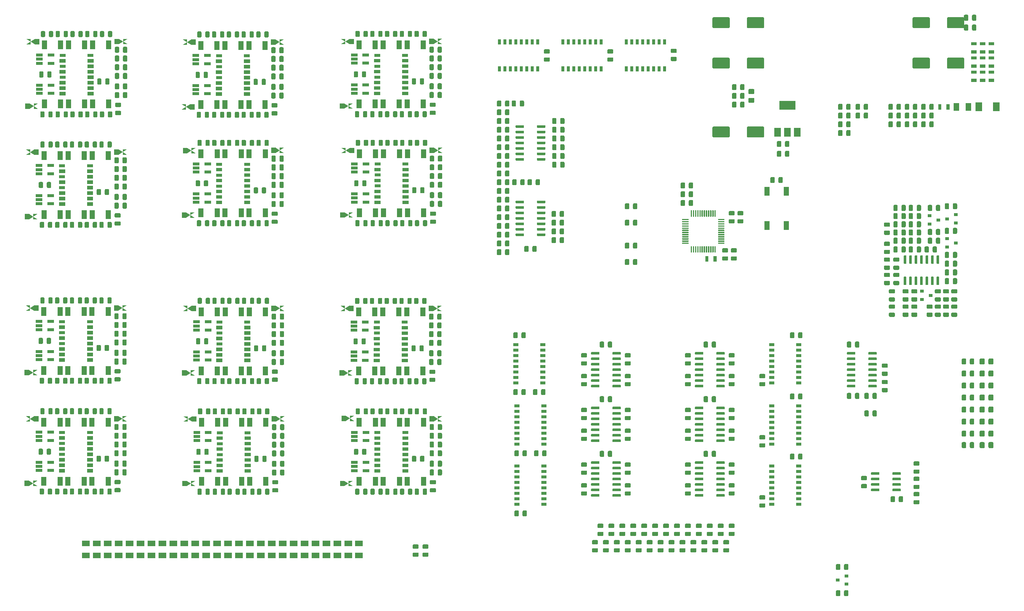
<source format=gbr>
G04 #@! TF.GenerationSoftware,KiCad,Pcbnew,(5.1.5)-3*
G04 #@! TF.CreationDate,2020-08-28T22:02:11-03:00*
G04 #@! TF.ProjectId,BMS_24S,424d535f-3234-4532-9e6b-696361645f70,A*
G04 #@! TF.SameCoordinates,Original*
G04 #@! TF.FileFunction,Paste,Top*
G04 #@! TF.FilePolarity,Positive*
%FSLAX46Y46*%
G04 Gerber Fmt 4.6, Leading zero omitted, Abs format (unit mm)*
G04 Created by KiCad (PCBNEW (5.1.5)-3) date 2020-08-28 22:02:11*
%MOMM*%
%LPD*%
G04 APERTURE LIST*
%ADD10C,0.100000*%
%ADD11R,1.500000X2.000000*%
%ADD12R,3.800000X2.000000*%
%ADD13R,1.300000X2.000000*%
%ADD14R,0.900000X0.800000*%
%ADD15R,1.600000X2.000000*%
%ADD16R,1.400000X0.800000*%
%ADD17R,1.560000X0.650000*%
%ADD18R,1.250000X2.000000*%
%ADD19R,0.800000X1.300000*%
%ADD20R,1.300000X0.800000*%
G04 APERTURE END LIST*
D10*
G36*
X342324504Y-87651204D02*
G01*
X342348773Y-87654804D01*
X342372571Y-87660765D01*
X342395671Y-87669030D01*
X342417849Y-87679520D01*
X342438893Y-87692133D01*
X342458598Y-87706747D01*
X342476777Y-87723223D01*
X342493253Y-87741402D01*
X342507867Y-87761107D01*
X342520480Y-87782151D01*
X342530970Y-87804329D01*
X342539235Y-87827429D01*
X342545196Y-87851227D01*
X342548796Y-87875496D01*
X342550000Y-87900000D01*
X342550000Y-89900000D01*
X342548796Y-89924504D01*
X342545196Y-89948773D01*
X342539235Y-89972571D01*
X342530970Y-89995671D01*
X342520480Y-90017849D01*
X342507867Y-90038893D01*
X342493253Y-90058598D01*
X342476777Y-90076777D01*
X342458598Y-90093253D01*
X342438893Y-90107867D01*
X342417849Y-90120480D01*
X342395671Y-90130970D01*
X342372571Y-90139235D01*
X342348773Y-90145196D01*
X342324504Y-90148796D01*
X342300000Y-90150000D01*
X338800000Y-90150000D01*
X338775496Y-90148796D01*
X338751227Y-90145196D01*
X338727429Y-90139235D01*
X338704329Y-90130970D01*
X338682151Y-90120480D01*
X338661107Y-90107867D01*
X338641402Y-90093253D01*
X338623223Y-90076777D01*
X338606747Y-90058598D01*
X338592133Y-90038893D01*
X338579520Y-90017849D01*
X338569030Y-89995671D01*
X338560765Y-89972571D01*
X338554804Y-89948773D01*
X338551204Y-89924504D01*
X338550000Y-89900000D01*
X338550000Y-87900000D01*
X338551204Y-87875496D01*
X338554804Y-87851227D01*
X338560765Y-87827429D01*
X338569030Y-87804329D01*
X338579520Y-87782151D01*
X338592133Y-87761107D01*
X338606747Y-87741402D01*
X338623223Y-87723223D01*
X338641402Y-87706747D01*
X338661107Y-87692133D01*
X338682151Y-87679520D01*
X338704329Y-87669030D01*
X338727429Y-87660765D01*
X338751227Y-87654804D01*
X338775496Y-87651204D01*
X338800000Y-87650000D01*
X342300000Y-87650000D01*
X342324504Y-87651204D01*
G37*
G36*
X334324504Y-87651204D02*
G01*
X334348773Y-87654804D01*
X334372571Y-87660765D01*
X334395671Y-87669030D01*
X334417849Y-87679520D01*
X334438893Y-87692133D01*
X334458598Y-87706747D01*
X334476777Y-87723223D01*
X334493253Y-87741402D01*
X334507867Y-87761107D01*
X334520480Y-87782151D01*
X334530970Y-87804329D01*
X334539235Y-87827429D01*
X334545196Y-87851227D01*
X334548796Y-87875496D01*
X334550000Y-87900000D01*
X334550000Y-89900000D01*
X334548796Y-89924504D01*
X334545196Y-89948773D01*
X334539235Y-89972571D01*
X334530970Y-89995671D01*
X334520480Y-90017849D01*
X334507867Y-90038893D01*
X334493253Y-90058598D01*
X334476777Y-90076777D01*
X334458598Y-90093253D01*
X334438893Y-90107867D01*
X334417849Y-90120480D01*
X334395671Y-90130970D01*
X334372571Y-90139235D01*
X334348773Y-90145196D01*
X334324504Y-90148796D01*
X334300000Y-90150000D01*
X330800000Y-90150000D01*
X330775496Y-90148796D01*
X330751227Y-90145196D01*
X330727429Y-90139235D01*
X330704329Y-90130970D01*
X330682151Y-90120480D01*
X330661107Y-90107867D01*
X330641402Y-90093253D01*
X330623223Y-90076777D01*
X330606747Y-90058598D01*
X330592133Y-90038893D01*
X330579520Y-90017849D01*
X330569030Y-89995671D01*
X330560765Y-89972571D01*
X330554804Y-89948773D01*
X330551204Y-89924504D01*
X330550000Y-89900000D01*
X330550000Y-87900000D01*
X330551204Y-87875496D01*
X330554804Y-87851227D01*
X330560765Y-87827429D01*
X330569030Y-87804329D01*
X330579520Y-87782151D01*
X330592133Y-87761107D01*
X330606747Y-87741402D01*
X330623223Y-87723223D01*
X330641402Y-87706747D01*
X330661107Y-87692133D01*
X330682151Y-87679520D01*
X330704329Y-87669030D01*
X330727429Y-87660765D01*
X330751227Y-87654804D01*
X330775496Y-87651204D01*
X330800000Y-87650000D01*
X334300000Y-87650000D01*
X334324504Y-87651204D01*
G37*
G36*
X342324504Y-62251204D02*
G01*
X342348773Y-62254804D01*
X342372571Y-62260765D01*
X342395671Y-62269030D01*
X342417849Y-62279520D01*
X342438893Y-62292133D01*
X342458598Y-62306747D01*
X342476777Y-62323223D01*
X342493253Y-62341402D01*
X342507867Y-62361107D01*
X342520480Y-62382151D01*
X342530970Y-62404329D01*
X342539235Y-62427429D01*
X342545196Y-62451227D01*
X342548796Y-62475496D01*
X342550000Y-62500000D01*
X342550000Y-64500000D01*
X342548796Y-64524504D01*
X342545196Y-64548773D01*
X342539235Y-64572571D01*
X342530970Y-64595671D01*
X342520480Y-64617849D01*
X342507867Y-64638893D01*
X342493253Y-64658598D01*
X342476777Y-64676777D01*
X342458598Y-64693253D01*
X342438893Y-64707867D01*
X342417849Y-64720480D01*
X342395671Y-64730970D01*
X342372571Y-64739235D01*
X342348773Y-64745196D01*
X342324504Y-64748796D01*
X342300000Y-64750000D01*
X338800000Y-64750000D01*
X338775496Y-64748796D01*
X338751227Y-64745196D01*
X338727429Y-64739235D01*
X338704329Y-64730970D01*
X338682151Y-64720480D01*
X338661107Y-64707867D01*
X338641402Y-64693253D01*
X338623223Y-64676777D01*
X338606747Y-64658598D01*
X338592133Y-64638893D01*
X338579520Y-64617849D01*
X338569030Y-64595671D01*
X338560765Y-64572571D01*
X338554804Y-64548773D01*
X338551204Y-64524504D01*
X338550000Y-64500000D01*
X338550000Y-62500000D01*
X338551204Y-62475496D01*
X338554804Y-62451227D01*
X338560765Y-62427429D01*
X338569030Y-62404329D01*
X338579520Y-62382151D01*
X338592133Y-62361107D01*
X338606747Y-62341402D01*
X338623223Y-62323223D01*
X338641402Y-62306747D01*
X338661107Y-62292133D01*
X338682151Y-62279520D01*
X338704329Y-62269030D01*
X338727429Y-62260765D01*
X338751227Y-62254804D01*
X338775496Y-62251204D01*
X338800000Y-62250000D01*
X342300000Y-62250000D01*
X342324504Y-62251204D01*
G37*
G36*
X334324504Y-62251204D02*
G01*
X334348773Y-62254804D01*
X334372571Y-62260765D01*
X334395671Y-62269030D01*
X334417849Y-62279520D01*
X334438893Y-62292133D01*
X334458598Y-62306747D01*
X334476777Y-62323223D01*
X334493253Y-62341402D01*
X334507867Y-62361107D01*
X334520480Y-62382151D01*
X334530970Y-62404329D01*
X334539235Y-62427429D01*
X334545196Y-62451227D01*
X334548796Y-62475496D01*
X334550000Y-62500000D01*
X334550000Y-64500000D01*
X334548796Y-64524504D01*
X334545196Y-64548773D01*
X334539235Y-64572571D01*
X334530970Y-64595671D01*
X334520480Y-64617849D01*
X334507867Y-64638893D01*
X334493253Y-64658598D01*
X334476777Y-64676777D01*
X334458598Y-64693253D01*
X334438893Y-64707867D01*
X334417849Y-64720480D01*
X334395671Y-64730970D01*
X334372571Y-64739235D01*
X334348773Y-64745196D01*
X334324504Y-64748796D01*
X334300000Y-64750000D01*
X330800000Y-64750000D01*
X330775496Y-64748796D01*
X330751227Y-64745196D01*
X330727429Y-64739235D01*
X330704329Y-64730970D01*
X330682151Y-64720480D01*
X330661107Y-64707867D01*
X330641402Y-64693253D01*
X330623223Y-64676777D01*
X330606747Y-64658598D01*
X330592133Y-64638893D01*
X330579520Y-64617849D01*
X330569030Y-64595671D01*
X330560765Y-64572571D01*
X330554804Y-64548773D01*
X330551204Y-64524504D01*
X330550000Y-64500000D01*
X330550000Y-62500000D01*
X330551204Y-62475496D01*
X330554804Y-62451227D01*
X330560765Y-62427429D01*
X330569030Y-62404329D01*
X330579520Y-62382151D01*
X330592133Y-62361107D01*
X330606747Y-62341402D01*
X330623223Y-62323223D01*
X330641402Y-62306747D01*
X330661107Y-62292133D01*
X330682151Y-62279520D01*
X330704329Y-62269030D01*
X330727429Y-62260765D01*
X330751227Y-62254804D01*
X330775496Y-62251204D01*
X330800000Y-62250000D01*
X334300000Y-62250000D01*
X334324504Y-62251204D01*
G37*
G36*
X342324504Y-71649204D02*
G01*
X342348773Y-71652804D01*
X342372571Y-71658765D01*
X342395671Y-71667030D01*
X342417849Y-71677520D01*
X342438893Y-71690133D01*
X342458598Y-71704747D01*
X342476777Y-71721223D01*
X342493253Y-71739402D01*
X342507867Y-71759107D01*
X342520480Y-71780151D01*
X342530970Y-71802329D01*
X342539235Y-71825429D01*
X342545196Y-71849227D01*
X342548796Y-71873496D01*
X342550000Y-71898000D01*
X342550000Y-73898000D01*
X342548796Y-73922504D01*
X342545196Y-73946773D01*
X342539235Y-73970571D01*
X342530970Y-73993671D01*
X342520480Y-74015849D01*
X342507867Y-74036893D01*
X342493253Y-74056598D01*
X342476777Y-74074777D01*
X342458598Y-74091253D01*
X342438893Y-74105867D01*
X342417849Y-74118480D01*
X342395671Y-74128970D01*
X342372571Y-74137235D01*
X342348773Y-74143196D01*
X342324504Y-74146796D01*
X342300000Y-74148000D01*
X338800000Y-74148000D01*
X338775496Y-74146796D01*
X338751227Y-74143196D01*
X338727429Y-74137235D01*
X338704329Y-74128970D01*
X338682151Y-74118480D01*
X338661107Y-74105867D01*
X338641402Y-74091253D01*
X338623223Y-74074777D01*
X338606747Y-74056598D01*
X338592133Y-74036893D01*
X338579520Y-74015849D01*
X338569030Y-73993671D01*
X338560765Y-73970571D01*
X338554804Y-73946773D01*
X338551204Y-73922504D01*
X338550000Y-73898000D01*
X338550000Y-71898000D01*
X338551204Y-71873496D01*
X338554804Y-71849227D01*
X338560765Y-71825429D01*
X338569030Y-71802329D01*
X338579520Y-71780151D01*
X338592133Y-71759107D01*
X338606747Y-71739402D01*
X338623223Y-71721223D01*
X338641402Y-71704747D01*
X338661107Y-71690133D01*
X338682151Y-71677520D01*
X338704329Y-71667030D01*
X338727429Y-71658765D01*
X338751227Y-71652804D01*
X338775496Y-71649204D01*
X338800000Y-71648000D01*
X342300000Y-71648000D01*
X342324504Y-71649204D01*
G37*
G36*
X334324504Y-71649204D02*
G01*
X334348773Y-71652804D01*
X334372571Y-71658765D01*
X334395671Y-71667030D01*
X334417849Y-71677520D01*
X334438893Y-71690133D01*
X334458598Y-71704747D01*
X334476777Y-71721223D01*
X334493253Y-71739402D01*
X334507867Y-71759107D01*
X334520480Y-71780151D01*
X334530970Y-71802329D01*
X334539235Y-71825429D01*
X334545196Y-71849227D01*
X334548796Y-71873496D01*
X334550000Y-71898000D01*
X334550000Y-73898000D01*
X334548796Y-73922504D01*
X334545196Y-73946773D01*
X334539235Y-73970571D01*
X334530970Y-73993671D01*
X334520480Y-74015849D01*
X334507867Y-74036893D01*
X334493253Y-74056598D01*
X334476777Y-74074777D01*
X334458598Y-74091253D01*
X334438893Y-74105867D01*
X334417849Y-74118480D01*
X334395671Y-74128970D01*
X334372571Y-74137235D01*
X334348773Y-74143196D01*
X334324504Y-74146796D01*
X334300000Y-74148000D01*
X330800000Y-74148000D01*
X330775496Y-74146796D01*
X330751227Y-74143196D01*
X330727429Y-74137235D01*
X330704329Y-74128970D01*
X330682151Y-74118480D01*
X330661107Y-74105867D01*
X330641402Y-74091253D01*
X330623223Y-74074777D01*
X330606747Y-74056598D01*
X330592133Y-74036893D01*
X330579520Y-74015849D01*
X330569030Y-73993671D01*
X330560765Y-73970571D01*
X330554804Y-73946773D01*
X330551204Y-73922504D01*
X330550000Y-73898000D01*
X330550000Y-71898000D01*
X330551204Y-71873496D01*
X330554804Y-71849227D01*
X330560765Y-71825429D01*
X330569030Y-71802329D01*
X330579520Y-71780151D01*
X330592133Y-71759107D01*
X330606747Y-71739402D01*
X330623223Y-71721223D01*
X330641402Y-71704747D01*
X330661107Y-71690133D01*
X330682151Y-71677520D01*
X330704329Y-71667030D01*
X330727429Y-71658765D01*
X330751227Y-71652804D01*
X330775496Y-71649204D01*
X330800000Y-71648000D01*
X334300000Y-71648000D01*
X334324504Y-71649204D01*
G37*
G36*
X380806504Y-62251204D02*
G01*
X380830773Y-62254804D01*
X380854571Y-62260765D01*
X380877671Y-62269030D01*
X380899849Y-62279520D01*
X380920893Y-62292133D01*
X380940598Y-62306747D01*
X380958777Y-62323223D01*
X380975253Y-62341402D01*
X380989867Y-62361107D01*
X381002480Y-62382151D01*
X381012970Y-62404329D01*
X381021235Y-62427429D01*
X381027196Y-62451227D01*
X381030796Y-62475496D01*
X381032000Y-62500000D01*
X381032000Y-64500000D01*
X381030796Y-64524504D01*
X381027196Y-64548773D01*
X381021235Y-64572571D01*
X381012970Y-64595671D01*
X381002480Y-64617849D01*
X380989867Y-64638893D01*
X380975253Y-64658598D01*
X380958777Y-64676777D01*
X380940598Y-64693253D01*
X380920893Y-64707867D01*
X380899849Y-64720480D01*
X380877671Y-64730970D01*
X380854571Y-64739235D01*
X380830773Y-64745196D01*
X380806504Y-64748796D01*
X380782000Y-64750000D01*
X377282000Y-64750000D01*
X377257496Y-64748796D01*
X377233227Y-64745196D01*
X377209429Y-64739235D01*
X377186329Y-64730970D01*
X377164151Y-64720480D01*
X377143107Y-64707867D01*
X377123402Y-64693253D01*
X377105223Y-64676777D01*
X377088747Y-64658598D01*
X377074133Y-64638893D01*
X377061520Y-64617849D01*
X377051030Y-64595671D01*
X377042765Y-64572571D01*
X377036804Y-64548773D01*
X377033204Y-64524504D01*
X377032000Y-64500000D01*
X377032000Y-62500000D01*
X377033204Y-62475496D01*
X377036804Y-62451227D01*
X377042765Y-62427429D01*
X377051030Y-62404329D01*
X377061520Y-62382151D01*
X377074133Y-62361107D01*
X377088747Y-62341402D01*
X377105223Y-62323223D01*
X377123402Y-62306747D01*
X377143107Y-62292133D01*
X377164151Y-62279520D01*
X377186329Y-62269030D01*
X377209429Y-62260765D01*
X377233227Y-62254804D01*
X377257496Y-62251204D01*
X377282000Y-62250000D01*
X380782000Y-62250000D01*
X380806504Y-62251204D01*
G37*
G36*
X388806504Y-62251204D02*
G01*
X388830773Y-62254804D01*
X388854571Y-62260765D01*
X388877671Y-62269030D01*
X388899849Y-62279520D01*
X388920893Y-62292133D01*
X388940598Y-62306747D01*
X388958777Y-62323223D01*
X388975253Y-62341402D01*
X388989867Y-62361107D01*
X389002480Y-62382151D01*
X389012970Y-62404329D01*
X389021235Y-62427429D01*
X389027196Y-62451227D01*
X389030796Y-62475496D01*
X389032000Y-62500000D01*
X389032000Y-64500000D01*
X389030796Y-64524504D01*
X389027196Y-64548773D01*
X389021235Y-64572571D01*
X389012970Y-64595671D01*
X389002480Y-64617849D01*
X388989867Y-64638893D01*
X388975253Y-64658598D01*
X388958777Y-64676777D01*
X388940598Y-64693253D01*
X388920893Y-64707867D01*
X388899849Y-64720480D01*
X388877671Y-64730970D01*
X388854571Y-64739235D01*
X388830773Y-64745196D01*
X388806504Y-64748796D01*
X388782000Y-64750000D01*
X385282000Y-64750000D01*
X385257496Y-64748796D01*
X385233227Y-64745196D01*
X385209429Y-64739235D01*
X385186329Y-64730970D01*
X385164151Y-64720480D01*
X385143107Y-64707867D01*
X385123402Y-64693253D01*
X385105223Y-64676777D01*
X385088747Y-64658598D01*
X385074133Y-64638893D01*
X385061520Y-64617849D01*
X385051030Y-64595671D01*
X385042765Y-64572571D01*
X385036804Y-64548773D01*
X385033204Y-64524504D01*
X385032000Y-64500000D01*
X385032000Y-62500000D01*
X385033204Y-62475496D01*
X385036804Y-62451227D01*
X385042765Y-62427429D01*
X385051030Y-62404329D01*
X385061520Y-62382151D01*
X385074133Y-62361107D01*
X385088747Y-62341402D01*
X385105223Y-62323223D01*
X385123402Y-62306747D01*
X385143107Y-62292133D01*
X385164151Y-62279520D01*
X385186329Y-62269030D01*
X385209429Y-62260765D01*
X385233227Y-62254804D01*
X385257496Y-62251204D01*
X385282000Y-62250000D01*
X388782000Y-62250000D01*
X388806504Y-62251204D01*
G37*
G36*
X380806504Y-71649204D02*
G01*
X380830773Y-71652804D01*
X380854571Y-71658765D01*
X380877671Y-71667030D01*
X380899849Y-71677520D01*
X380920893Y-71690133D01*
X380940598Y-71704747D01*
X380958777Y-71721223D01*
X380975253Y-71739402D01*
X380989867Y-71759107D01*
X381002480Y-71780151D01*
X381012970Y-71802329D01*
X381021235Y-71825429D01*
X381027196Y-71849227D01*
X381030796Y-71873496D01*
X381032000Y-71898000D01*
X381032000Y-73898000D01*
X381030796Y-73922504D01*
X381027196Y-73946773D01*
X381021235Y-73970571D01*
X381012970Y-73993671D01*
X381002480Y-74015849D01*
X380989867Y-74036893D01*
X380975253Y-74056598D01*
X380958777Y-74074777D01*
X380940598Y-74091253D01*
X380920893Y-74105867D01*
X380899849Y-74118480D01*
X380877671Y-74128970D01*
X380854571Y-74137235D01*
X380830773Y-74143196D01*
X380806504Y-74146796D01*
X380782000Y-74148000D01*
X377282000Y-74148000D01*
X377257496Y-74146796D01*
X377233227Y-74143196D01*
X377209429Y-74137235D01*
X377186329Y-74128970D01*
X377164151Y-74118480D01*
X377143107Y-74105867D01*
X377123402Y-74091253D01*
X377105223Y-74074777D01*
X377088747Y-74056598D01*
X377074133Y-74036893D01*
X377061520Y-74015849D01*
X377051030Y-73993671D01*
X377042765Y-73970571D01*
X377036804Y-73946773D01*
X377033204Y-73922504D01*
X377032000Y-73898000D01*
X377032000Y-71898000D01*
X377033204Y-71873496D01*
X377036804Y-71849227D01*
X377042765Y-71825429D01*
X377051030Y-71802329D01*
X377061520Y-71780151D01*
X377074133Y-71759107D01*
X377088747Y-71739402D01*
X377105223Y-71721223D01*
X377123402Y-71704747D01*
X377143107Y-71690133D01*
X377164151Y-71677520D01*
X377186329Y-71667030D01*
X377209429Y-71658765D01*
X377233227Y-71652804D01*
X377257496Y-71649204D01*
X377282000Y-71648000D01*
X380782000Y-71648000D01*
X380806504Y-71649204D01*
G37*
G36*
X388806504Y-71649204D02*
G01*
X388830773Y-71652804D01*
X388854571Y-71658765D01*
X388877671Y-71667030D01*
X388899849Y-71677520D01*
X388920893Y-71690133D01*
X388940598Y-71704747D01*
X388958777Y-71721223D01*
X388975253Y-71739402D01*
X388989867Y-71759107D01*
X389002480Y-71780151D01*
X389012970Y-71802329D01*
X389021235Y-71825429D01*
X389027196Y-71849227D01*
X389030796Y-71873496D01*
X389032000Y-71898000D01*
X389032000Y-73898000D01*
X389030796Y-73922504D01*
X389027196Y-73946773D01*
X389021235Y-73970571D01*
X389012970Y-73993671D01*
X389002480Y-74015849D01*
X388989867Y-74036893D01*
X388975253Y-74056598D01*
X388958777Y-74074777D01*
X388940598Y-74091253D01*
X388920893Y-74105867D01*
X388899849Y-74118480D01*
X388877671Y-74128970D01*
X388854571Y-74137235D01*
X388830773Y-74143196D01*
X388806504Y-74146796D01*
X388782000Y-74148000D01*
X385282000Y-74148000D01*
X385257496Y-74146796D01*
X385233227Y-74143196D01*
X385209429Y-74137235D01*
X385186329Y-74128970D01*
X385164151Y-74118480D01*
X385143107Y-74105867D01*
X385123402Y-74091253D01*
X385105223Y-74074777D01*
X385088747Y-74056598D01*
X385074133Y-74036893D01*
X385061520Y-74015849D01*
X385051030Y-73993671D01*
X385042765Y-73970571D01*
X385036804Y-73946773D01*
X385033204Y-73922504D01*
X385032000Y-73898000D01*
X385032000Y-71898000D01*
X385033204Y-71873496D01*
X385036804Y-71849227D01*
X385042765Y-71825429D01*
X385051030Y-71802329D01*
X385061520Y-71780151D01*
X385074133Y-71759107D01*
X385088747Y-71739402D01*
X385105223Y-71721223D01*
X385123402Y-71704747D01*
X385143107Y-71690133D01*
X385164151Y-71677520D01*
X385186329Y-71667030D01*
X385209429Y-71658765D01*
X385233227Y-71652804D01*
X385257496Y-71649204D01*
X385282000Y-71648000D01*
X388782000Y-71648000D01*
X388806504Y-71649204D01*
G37*
G36*
X336014142Y-115924174D02*
G01*
X336037803Y-115927684D01*
X336061007Y-115933496D01*
X336083529Y-115941554D01*
X336105153Y-115951782D01*
X336125670Y-115964079D01*
X336144883Y-115978329D01*
X336162607Y-115994393D01*
X336178671Y-116012117D01*
X336192921Y-116031330D01*
X336205218Y-116051847D01*
X336215446Y-116073471D01*
X336223504Y-116095993D01*
X336229316Y-116119197D01*
X336232826Y-116142858D01*
X336234000Y-116166750D01*
X336234000Y-116654250D01*
X336232826Y-116678142D01*
X336229316Y-116701803D01*
X336223504Y-116725007D01*
X336215446Y-116747529D01*
X336205218Y-116769153D01*
X336192921Y-116789670D01*
X336178671Y-116808883D01*
X336162607Y-116826607D01*
X336144883Y-116842671D01*
X336125670Y-116856921D01*
X336105153Y-116869218D01*
X336083529Y-116879446D01*
X336061007Y-116887504D01*
X336037803Y-116893316D01*
X336014142Y-116896826D01*
X335990250Y-116898000D01*
X335077750Y-116898000D01*
X335053858Y-116896826D01*
X335030197Y-116893316D01*
X335006993Y-116887504D01*
X334984471Y-116879446D01*
X334962847Y-116869218D01*
X334942330Y-116856921D01*
X334923117Y-116842671D01*
X334905393Y-116826607D01*
X334889329Y-116808883D01*
X334875079Y-116789670D01*
X334862782Y-116769153D01*
X334852554Y-116747529D01*
X334844496Y-116725007D01*
X334838684Y-116701803D01*
X334835174Y-116678142D01*
X334834000Y-116654250D01*
X334834000Y-116166750D01*
X334835174Y-116142858D01*
X334838684Y-116119197D01*
X334844496Y-116095993D01*
X334852554Y-116073471D01*
X334862782Y-116051847D01*
X334875079Y-116031330D01*
X334889329Y-116012117D01*
X334905393Y-115994393D01*
X334923117Y-115978329D01*
X334942330Y-115964079D01*
X334962847Y-115951782D01*
X334984471Y-115941554D01*
X335006993Y-115933496D01*
X335030197Y-115927684D01*
X335053858Y-115924174D01*
X335077750Y-115923000D01*
X335990250Y-115923000D01*
X336014142Y-115924174D01*
G37*
G36*
X336014142Y-117799174D02*
G01*
X336037803Y-117802684D01*
X336061007Y-117808496D01*
X336083529Y-117816554D01*
X336105153Y-117826782D01*
X336125670Y-117839079D01*
X336144883Y-117853329D01*
X336162607Y-117869393D01*
X336178671Y-117887117D01*
X336192921Y-117906330D01*
X336205218Y-117926847D01*
X336215446Y-117948471D01*
X336223504Y-117970993D01*
X336229316Y-117994197D01*
X336232826Y-118017858D01*
X336234000Y-118041750D01*
X336234000Y-118529250D01*
X336232826Y-118553142D01*
X336229316Y-118576803D01*
X336223504Y-118600007D01*
X336215446Y-118622529D01*
X336205218Y-118644153D01*
X336192921Y-118664670D01*
X336178671Y-118683883D01*
X336162607Y-118701607D01*
X336144883Y-118717671D01*
X336125670Y-118731921D01*
X336105153Y-118744218D01*
X336083529Y-118754446D01*
X336061007Y-118762504D01*
X336037803Y-118768316D01*
X336014142Y-118771826D01*
X335990250Y-118773000D01*
X335077750Y-118773000D01*
X335053858Y-118771826D01*
X335030197Y-118768316D01*
X335006993Y-118762504D01*
X334984471Y-118754446D01*
X334962847Y-118744218D01*
X334942330Y-118731921D01*
X334923117Y-118717671D01*
X334905393Y-118701607D01*
X334889329Y-118683883D01*
X334875079Y-118664670D01*
X334862782Y-118644153D01*
X334852554Y-118622529D01*
X334844496Y-118600007D01*
X334838684Y-118576803D01*
X334835174Y-118553142D01*
X334834000Y-118529250D01*
X334834000Y-118041750D01*
X334835174Y-118017858D01*
X334838684Y-117994197D01*
X334844496Y-117970993D01*
X334852554Y-117948471D01*
X334862782Y-117926847D01*
X334875079Y-117906330D01*
X334889329Y-117887117D01*
X334905393Y-117869393D01*
X334923117Y-117853329D01*
X334942330Y-117839079D01*
X334962847Y-117826782D01*
X334984471Y-117816554D01*
X335006993Y-117808496D01*
X335030197Y-117802684D01*
X335053858Y-117799174D01*
X335077750Y-117798000D01*
X335990250Y-117798000D01*
X336014142Y-117799174D01*
G37*
D11*
X345680000Y-89002000D03*
X350280000Y-89002000D03*
X347980000Y-89002000D03*
D12*
X347980000Y-82702000D03*
D10*
G36*
X346294142Y-90995174D02*
G01*
X346317803Y-90998684D01*
X346341007Y-91004496D01*
X346363529Y-91012554D01*
X346385153Y-91022782D01*
X346405670Y-91035079D01*
X346424883Y-91049329D01*
X346442607Y-91065393D01*
X346458671Y-91083117D01*
X346472921Y-91102330D01*
X346485218Y-91122847D01*
X346495446Y-91144471D01*
X346503504Y-91166993D01*
X346509316Y-91190197D01*
X346512826Y-91213858D01*
X346514000Y-91237750D01*
X346514000Y-92150250D01*
X346512826Y-92174142D01*
X346509316Y-92197803D01*
X346503504Y-92221007D01*
X346495446Y-92243529D01*
X346485218Y-92265153D01*
X346472921Y-92285670D01*
X346458671Y-92304883D01*
X346442607Y-92322607D01*
X346424883Y-92338671D01*
X346405670Y-92352921D01*
X346385153Y-92365218D01*
X346363529Y-92375446D01*
X346341007Y-92383504D01*
X346317803Y-92389316D01*
X346294142Y-92392826D01*
X346270250Y-92394000D01*
X345782750Y-92394000D01*
X345758858Y-92392826D01*
X345735197Y-92389316D01*
X345711993Y-92383504D01*
X345689471Y-92375446D01*
X345667847Y-92365218D01*
X345647330Y-92352921D01*
X345628117Y-92338671D01*
X345610393Y-92322607D01*
X345594329Y-92304883D01*
X345580079Y-92285670D01*
X345567782Y-92265153D01*
X345557554Y-92243529D01*
X345549496Y-92221007D01*
X345543684Y-92197803D01*
X345540174Y-92174142D01*
X345539000Y-92150250D01*
X345539000Y-91237750D01*
X345540174Y-91213858D01*
X345543684Y-91190197D01*
X345549496Y-91166993D01*
X345557554Y-91144471D01*
X345567782Y-91122847D01*
X345580079Y-91102330D01*
X345594329Y-91083117D01*
X345610393Y-91065393D01*
X345628117Y-91049329D01*
X345647330Y-91035079D01*
X345667847Y-91022782D01*
X345689471Y-91012554D01*
X345711993Y-91004496D01*
X345735197Y-90998684D01*
X345758858Y-90995174D01*
X345782750Y-90994000D01*
X346270250Y-90994000D01*
X346294142Y-90995174D01*
G37*
G36*
X348169142Y-90995174D02*
G01*
X348192803Y-90998684D01*
X348216007Y-91004496D01*
X348238529Y-91012554D01*
X348260153Y-91022782D01*
X348280670Y-91035079D01*
X348299883Y-91049329D01*
X348317607Y-91065393D01*
X348333671Y-91083117D01*
X348347921Y-91102330D01*
X348360218Y-91122847D01*
X348370446Y-91144471D01*
X348378504Y-91166993D01*
X348384316Y-91190197D01*
X348387826Y-91213858D01*
X348389000Y-91237750D01*
X348389000Y-92150250D01*
X348387826Y-92174142D01*
X348384316Y-92197803D01*
X348378504Y-92221007D01*
X348370446Y-92243529D01*
X348360218Y-92265153D01*
X348347921Y-92285670D01*
X348333671Y-92304883D01*
X348317607Y-92322607D01*
X348299883Y-92338671D01*
X348280670Y-92352921D01*
X348260153Y-92365218D01*
X348238529Y-92375446D01*
X348216007Y-92383504D01*
X348192803Y-92389316D01*
X348169142Y-92392826D01*
X348145250Y-92394000D01*
X347657750Y-92394000D01*
X347633858Y-92392826D01*
X347610197Y-92389316D01*
X347586993Y-92383504D01*
X347564471Y-92375446D01*
X347542847Y-92365218D01*
X347522330Y-92352921D01*
X347503117Y-92338671D01*
X347485393Y-92322607D01*
X347469329Y-92304883D01*
X347455079Y-92285670D01*
X347442782Y-92265153D01*
X347432554Y-92243529D01*
X347424496Y-92221007D01*
X347418684Y-92197803D01*
X347415174Y-92174142D01*
X347414000Y-92150250D01*
X347414000Y-91237750D01*
X347415174Y-91213858D01*
X347418684Y-91190197D01*
X347424496Y-91166993D01*
X347432554Y-91144471D01*
X347442782Y-91122847D01*
X347455079Y-91102330D01*
X347469329Y-91083117D01*
X347485393Y-91065393D01*
X347503117Y-91049329D01*
X347522330Y-91035079D01*
X347542847Y-91022782D01*
X347564471Y-91012554D01*
X347586993Y-91004496D01*
X347610197Y-90998684D01*
X347633858Y-90995174D01*
X347657750Y-90994000D01*
X348145250Y-90994000D01*
X348169142Y-90995174D01*
G37*
G36*
X374154703Y-167975722D02*
G01*
X374169264Y-167977882D01*
X374183543Y-167981459D01*
X374197403Y-167986418D01*
X374210710Y-167992712D01*
X374223336Y-168000280D01*
X374235159Y-168009048D01*
X374246066Y-168018934D01*
X374255952Y-168029841D01*
X374264720Y-168041664D01*
X374272288Y-168054290D01*
X374278582Y-168067597D01*
X374283541Y-168081457D01*
X374287118Y-168095736D01*
X374289278Y-168110297D01*
X374290000Y-168125000D01*
X374290000Y-168425000D01*
X374289278Y-168439703D01*
X374287118Y-168454264D01*
X374283541Y-168468543D01*
X374278582Y-168482403D01*
X374272288Y-168495710D01*
X374264720Y-168508336D01*
X374255952Y-168520159D01*
X374246066Y-168531066D01*
X374235159Y-168540952D01*
X374223336Y-168549720D01*
X374210710Y-168557288D01*
X374197403Y-168563582D01*
X374183543Y-168568541D01*
X374169264Y-168572118D01*
X374154703Y-168574278D01*
X374140000Y-168575000D01*
X372490000Y-168575000D01*
X372475297Y-168574278D01*
X372460736Y-168572118D01*
X372446457Y-168568541D01*
X372432597Y-168563582D01*
X372419290Y-168557288D01*
X372406664Y-168549720D01*
X372394841Y-168540952D01*
X372383934Y-168531066D01*
X372374048Y-168520159D01*
X372365280Y-168508336D01*
X372357712Y-168495710D01*
X372351418Y-168482403D01*
X372346459Y-168468543D01*
X372342882Y-168454264D01*
X372340722Y-168439703D01*
X372340000Y-168425000D01*
X372340000Y-168125000D01*
X372340722Y-168110297D01*
X372342882Y-168095736D01*
X372346459Y-168081457D01*
X372351418Y-168067597D01*
X372357712Y-168054290D01*
X372365280Y-168041664D01*
X372374048Y-168029841D01*
X372383934Y-168018934D01*
X372394841Y-168009048D01*
X372406664Y-168000280D01*
X372419290Y-167992712D01*
X372432597Y-167986418D01*
X372446457Y-167981459D01*
X372460736Y-167977882D01*
X372475297Y-167975722D01*
X372490000Y-167975000D01*
X374140000Y-167975000D01*
X374154703Y-167975722D01*
G37*
G36*
X374154703Y-169245722D02*
G01*
X374169264Y-169247882D01*
X374183543Y-169251459D01*
X374197403Y-169256418D01*
X374210710Y-169262712D01*
X374223336Y-169270280D01*
X374235159Y-169279048D01*
X374246066Y-169288934D01*
X374255952Y-169299841D01*
X374264720Y-169311664D01*
X374272288Y-169324290D01*
X374278582Y-169337597D01*
X374283541Y-169351457D01*
X374287118Y-169365736D01*
X374289278Y-169380297D01*
X374290000Y-169395000D01*
X374290000Y-169695000D01*
X374289278Y-169709703D01*
X374287118Y-169724264D01*
X374283541Y-169738543D01*
X374278582Y-169752403D01*
X374272288Y-169765710D01*
X374264720Y-169778336D01*
X374255952Y-169790159D01*
X374246066Y-169801066D01*
X374235159Y-169810952D01*
X374223336Y-169819720D01*
X374210710Y-169827288D01*
X374197403Y-169833582D01*
X374183543Y-169838541D01*
X374169264Y-169842118D01*
X374154703Y-169844278D01*
X374140000Y-169845000D01*
X372490000Y-169845000D01*
X372475297Y-169844278D01*
X372460736Y-169842118D01*
X372446457Y-169838541D01*
X372432597Y-169833582D01*
X372419290Y-169827288D01*
X372406664Y-169819720D01*
X372394841Y-169810952D01*
X372383934Y-169801066D01*
X372374048Y-169790159D01*
X372365280Y-169778336D01*
X372357712Y-169765710D01*
X372351418Y-169752403D01*
X372346459Y-169738543D01*
X372342882Y-169724264D01*
X372340722Y-169709703D01*
X372340000Y-169695000D01*
X372340000Y-169395000D01*
X372340722Y-169380297D01*
X372342882Y-169365736D01*
X372346459Y-169351457D01*
X372351418Y-169337597D01*
X372357712Y-169324290D01*
X372365280Y-169311664D01*
X372374048Y-169299841D01*
X372383934Y-169288934D01*
X372394841Y-169279048D01*
X372406664Y-169270280D01*
X372419290Y-169262712D01*
X372432597Y-169256418D01*
X372446457Y-169251459D01*
X372460736Y-169247882D01*
X372475297Y-169245722D01*
X372490000Y-169245000D01*
X374140000Y-169245000D01*
X374154703Y-169245722D01*
G37*
G36*
X374154703Y-170515722D02*
G01*
X374169264Y-170517882D01*
X374183543Y-170521459D01*
X374197403Y-170526418D01*
X374210710Y-170532712D01*
X374223336Y-170540280D01*
X374235159Y-170549048D01*
X374246066Y-170558934D01*
X374255952Y-170569841D01*
X374264720Y-170581664D01*
X374272288Y-170594290D01*
X374278582Y-170607597D01*
X374283541Y-170621457D01*
X374287118Y-170635736D01*
X374289278Y-170650297D01*
X374290000Y-170665000D01*
X374290000Y-170965000D01*
X374289278Y-170979703D01*
X374287118Y-170994264D01*
X374283541Y-171008543D01*
X374278582Y-171022403D01*
X374272288Y-171035710D01*
X374264720Y-171048336D01*
X374255952Y-171060159D01*
X374246066Y-171071066D01*
X374235159Y-171080952D01*
X374223336Y-171089720D01*
X374210710Y-171097288D01*
X374197403Y-171103582D01*
X374183543Y-171108541D01*
X374169264Y-171112118D01*
X374154703Y-171114278D01*
X374140000Y-171115000D01*
X372490000Y-171115000D01*
X372475297Y-171114278D01*
X372460736Y-171112118D01*
X372446457Y-171108541D01*
X372432597Y-171103582D01*
X372419290Y-171097288D01*
X372406664Y-171089720D01*
X372394841Y-171080952D01*
X372383934Y-171071066D01*
X372374048Y-171060159D01*
X372365280Y-171048336D01*
X372357712Y-171035710D01*
X372351418Y-171022403D01*
X372346459Y-171008543D01*
X372342882Y-170994264D01*
X372340722Y-170979703D01*
X372340000Y-170965000D01*
X372340000Y-170665000D01*
X372340722Y-170650297D01*
X372342882Y-170635736D01*
X372346459Y-170621457D01*
X372351418Y-170607597D01*
X372357712Y-170594290D01*
X372365280Y-170581664D01*
X372374048Y-170569841D01*
X372383934Y-170558934D01*
X372394841Y-170549048D01*
X372406664Y-170540280D01*
X372419290Y-170532712D01*
X372432597Y-170526418D01*
X372446457Y-170521459D01*
X372460736Y-170517882D01*
X372475297Y-170515722D01*
X372490000Y-170515000D01*
X374140000Y-170515000D01*
X374154703Y-170515722D01*
G37*
G36*
X374154703Y-171785722D02*
G01*
X374169264Y-171787882D01*
X374183543Y-171791459D01*
X374197403Y-171796418D01*
X374210710Y-171802712D01*
X374223336Y-171810280D01*
X374235159Y-171819048D01*
X374246066Y-171828934D01*
X374255952Y-171839841D01*
X374264720Y-171851664D01*
X374272288Y-171864290D01*
X374278582Y-171877597D01*
X374283541Y-171891457D01*
X374287118Y-171905736D01*
X374289278Y-171920297D01*
X374290000Y-171935000D01*
X374290000Y-172235000D01*
X374289278Y-172249703D01*
X374287118Y-172264264D01*
X374283541Y-172278543D01*
X374278582Y-172292403D01*
X374272288Y-172305710D01*
X374264720Y-172318336D01*
X374255952Y-172330159D01*
X374246066Y-172341066D01*
X374235159Y-172350952D01*
X374223336Y-172359720D01*
X374210710Y-172367288D01*
X374197403Y-172373582D01*
X374183543Y-172378541D01*
X374169264Y-172382118D01*
X374154703Y-172384278D01*
X374140000Y-172385000D01*
X372490000Y-172385000D01*
X372475297Y-172384278D01*
X372460736Y-172382118D01*
X372446457Y-172378541D01*
X372432597Y-172373582D01*
X372419290Y-172367288D01*
X372406664Y-172359720D01*
X372394841Y-172350952D01*
X372383934Y-172341066D01*
X372374048Y-172330159D01*
X372365280Y-172318336D01*
X372357712Y-172305710D01*
X372351418Y-172292403D01*
X372346459Y-172278543D01*
X372342882Y-172264264D01*
X372340722Y-172249703D01*
X372340000Y-172235000D01*
X372340000Y-171935000D01*
X372340722Y-171920297D01*
X372342882Y-171905736D01*
X372346459Y-171891457D01*
X372351418Y-171877597D01*
X372357712Y-171864290D01*
X372365280Y-171851664D01*
X372374048Y-171839841D01*
X372383934Y-171828934D01*
X372394841Y-171819048D01*
X372406664Y-171810280D01*
X372419290Y-171802712D01*
X372432597Y-171796418D01*
X372446457Y-171791459D01*
X372460736Y-171787882D01*
X372475297Y-171785722D01*
X372490000Y-171785000D01*
X374140000Y-171785000D01*
X374154703Y-171785722D01*
G37*
G36*
X369204703Y-171785722D02*
G01*
X369219264Y-171787882D01*
X369233543Y-171791459D01*
X369247403Y-171796418D01*
X369260710Y-171802712D01*
X369273336Y-171810280D01*
X369285159Y-171819048D01*
X369296066Y-171828934D01*
X369305952Y-171839841D01*
X369314720Y-171851664D01*
X369322288Y-171864290D01*
X369328582Y-171877597D01*
X369333541Y-171891457D01*
X369337118Y-171905736D01*
X369339278Y-171920297D01*
X369340000Y-171935000D01*
X369340000Y-172235000D01*
X369339278Y-172249703D01*
X369337118Y-172264264D01*
X369333541Y-172278543D01*
X369328582Y-172292403D01*
X369322288Y-172305710D01*
X369314720Y-172318336D01*
X369305952Y-172330159D01*
X369296066Y-172341066D01*
X369285159Y-172350952D01*
X369273336Y-172359720D01*
X369260710Y-172367288D01*
X369247403Y-172373582D01*
X369233543Y-172378541D01*
X369219264Y-172382118D01*
X369204703Y-172384278D01*
X369190000Y-172385000D01*
X367540000Y-172385000D01*
X367525297Y-172384278D01*
X367510736Y-172382118D01*
X367496457Y-172378541D01*
X367482597Y-172373582D01*
X367469290Y-172367288D01*
X367456664Y-172359720D01*
X367444841Y-172350952D01*
X367433934Y-172341066D01*
X367424048Y-172330159D01*
X367415280Y-172318336D01*
X367407712Y-172305710D01*
X367401418Y-172292403D01*
X367396459Y-172278543D01*
X367392882Y-172264264D01*
X367390722Y-172249703D01*
X367390000Y-172235000D01*
X367390000Y-171935000D01*
X367390722Y-171920297D01*
X367392882Y-171905736D01*
X367396459Y-171891457D01*
X367401418Y-171877597D01*
X367407712Y-171864290D01*
X367415280Y-171851664D01*
X367424048Y-171839841D01*
X367433934Y-171828934D01*
X367444841Y-171819048D01*
X367456664Y-171810280D01*
X367469290Y-171802712D01*
X367482597Y-171796418D01*
X367496457Y-171791459D01*
X367510736Y-171787882D01*
X367525297Y-171785722D01*
X367540000Y-171785000D01*
X369190000Y-171785000D01*
X369204703Y-171785722D01*
G37*
G36*
X369204703Y-170515722D02*
G01*
X369219264Y-170517882D01*
X369233543Y-170521459D01*
X369247403Y-170526418D01*
X369260710Y-170532712D01*
X369273336Y-170540280D01*
X369285159Y-170549048D01*
X369296066Y-170558934D01*
X369305952Y-170569841D01*
X369314720Y-170581664D01*
X369322288Y-170594290D01*
X369328582Y-170607597D01*
X369333541Y-170621457D01*
X369337118Y-170635736D01*
X369339278Y-170650297D01*
X369340000Y-170665000D01*
X369340000Y-170965000D01*
X369339278Y-170979703D01*
X369337118Y-170994264D01*
X369333541Y-171008543D01*
X369328582Y-171022403D01*
X369322288Y-171035710D01*
X369314720Y-171048336D01*
X369305952Y-171060159D01*
X369296066Y-171071066D01*
X369285159Y-171080952D01*
X369273336Y-171089720D01*
X369260710Y-171097288D01*
X369247403Y-171103582D01*
X369233543Y-171108541D01*
X369219264Y-171112118D01*
X369204703Y-171114278D01*
X369190000Y-171115000D01*
X367540000Y-171115000D01*
X367525297Y-171114278D01*
X367510736Y-171112118D01*
X367496457Y-171108541D01*
X367482597Y-171103582D01*
X367469290Y-171097288D01*
X367456664Y-171089720D01*
X367444841Y-171080952D01*
X367433934Y-171071066D01*
X367424048Y-171060159D01*
X367415280Y-171048336D01*
X367407712Y-171035710D01*
X367401418Y-171022403D01*
X367396459Y-171008543D01*
X367392882Y-170994264D01*
X367390722Y-170979703D01*
X367390000Y-170965000D01*
X367390000Y-170665000D01*
X367390722Y-170650297D01*
X367392882Y-170635736D01*
X367396459Y-170621457D01*
X367401418Y-170607597D01*
X367407712Y-170594290D01*
X367415280Y-170581664D01*
X367424048Y-170569841D01*
X367433934Y-170558934D01*
X367444841Y-170549048D01*
X367456664Y-170540280D01*
X367469290Y-170532712D01*
X367482597Y-170526418D01*
X367496457Y-170521459D01*
X367510736Y-170517882D01*
X367525297Y-170515722D01*
X367540000Y-170515000D01*
X369190000Y-170515000D01*
X369204703Y-170515722D01*
G37*
G36*
X369204703Y-169245722D02*
G01*
X369219264Y-169247882D01*
X369233543Y-169251459D01*
X369247403Y-169256418D01*
X369260710Y-169262712D01*
X369273336Y-169270280D01*
X369285159Y-169279048D01*
X369296066Y-169288934D01*
X369305952Y-169299841D01*
X369314720Y-169311664D01*
X369322288Y-169324290D01*
X369328582Y-169337597D01*
X369333541Y-169351457D01*
X369337118Y-169365736D01*
X369339278Y-169380297D01*
X369340000Y-169395000D01*
X369340000Y-169695000D01*
X369339278Y-169709703D01*
X369337118Y-169724264D01*
X369333541Y-169738543D01*
X369328582Y-169752403D01*
X369322288Y-169765710D01*
X369314720Y-169778336D01*
X369305952Y-169790159D01*
X369296066Y-169801066D01*
X369285159Y-169810952D01*
X369273336Y-169819720D01*
X369260710Y-169827288D01*
X369247403Y-169833582D01*
X369233543Y-169838541D01*
X369219264Y-169842118D01*
X369204703Y-169844278D01*
X369190000Y-169845000D01*
X367540000Y-169845000D01*
X367525297Y-169844278D01*
X367510736Y-169842118D01*
X367496457Y-169838541D01*
X367482597Y-169833582D01*
X367469290Y-169827288D01*
X367456664Y-169819720D01*
X367444841Y-169810952D01*
X367433934Y-169801066D01*
X367424048Y-169790159D01*
X367415280Y-169778336D01*
X367407712Y-169765710D01*
X367401418Y-169752403D01*
X367396459Y-169738543D01*
X367392882Y-169724264D01*
X367390722Y-169709703D01*
X367390000Y-169695000D01*
X367390000Y-169395000D01*
X367390722Y-169380297D01*
X367392882Y-169365736D01*
X367396459Y-169351457D01*
X367401418Y-169337597D01*
X367407712Y-169324290D01*
X367415280Y-169311664D01*
X367424048Y-169299841D01*
X367433934Y-169288934D01*
X367444841Y-169279048D01*
X367456664Y-169270280D01*
X367469290Y-169262712D01*
X367482597Y-169256418D01*
X367496457Y-169251459D01*
X367510736Y-169247882D01*
X367525297Y-169245722D01*
X367540000Y-169245000D01*
X369190000Y-169245000D01*
X369204703Y-169245722D01*
G37*
G36*
X369204703Y-167975722D02*
G01*
X369219264Y-167977882D01*
X369233543Y-167981459D01*
X369247403Y-167986418D01*
X369260710Y-167992712D01*
X369273336Y-168000280D01*
X369285159Y-168009048D01*
X369296066Y-168018934D01*
X369305952Y-168029841D01*
X369314720Y-168041664D01*
X369322288Y-168054290D01*
X369328582Y-168067597D01*
X369333541Y-168081457D01*
X369337118Y-168095736D01*
X369339278Y-168110297D01*
X369340000Y-168125000D01*
X369340000Y-168425000D01*
X369339278Y-168439703D01*
X369337118Y-168454264D01*
X369333541Y-168468543D01*
X369328582Y-168482403D01*
X369322288Y-168495710D01*
X369314720Y-168508336D01*
X369305952Y-168520159D01*
X369296066Y-168531066D01*
X369285159Y-168540952D01*
X369273336Y-168549720D01*
X369260710Y-168557288D01*
X369247403Y-168563582D01*
X369233543Y-168568541D01*
X369219264Y-168572118D01*
X369204703Y-168574278D01*
X369190000Y-168575000D01*
X367540000Y-168575000D01*
X367525297Y-168574278D01*
X367510736Y-168572118D01*
X367496457Y-168568541D01*
X367482597Y-168563582D01*
X367469290Y-168557288D01*
X367456664Y-168549720D01*
X367444841Y-168540952D01*
X367433934Y-168531066D01*
X367424048Y-168520159D01*
X367415280Y-168508336D01*
X367407712Y-168495710D01*
X367401418Y-168482403D01*
X367396459Y-168468543D01*
X367392882Y-168454264D01*
X367390722Y-168439703D01*
X367390000Y-168425000D01*
X367390000Y-168125000D01*
X367390722Y-168110297D01*
X367392882Y-168095736D01*
X367396459Y-168081457D01*
X367401418Y-168067597D01*
X367407712Y-168054290D01*
X367415280Y-168041664D01*
X367424048Y-168029841D01*
X367433934Y-168018934D01*
X367444841Y-168009048D01*
X367456664Y-168000280D01*
X367469290Y-167992712D01*
X367482597Y-167986418D01*
X367496457Y-167981459D01*
X367510736Y-167977882D01*
X367525297Y-167975722D01*
X367540000Y-167975000D01*
X369190000Y-167975000D01*
X369204703Y-167975722D01*
G37*
D13*
X347690000Y-102705000D03*
X343190000Y-102705000D03*
X343190000Y-110655000D03*
X347690000Y-110655000D03*
D10*
G36*
X391095142Y-141541174D02*
G01*
X391118803Y-141544684D01*
X391142007Y-141550496D01*
X391164529Y-141558554D01*
X391186153Y-141568782D01*
X391206670Y-141581079D01*
X391225883Y-141595329D01*
X391243607Y-141611393D01*
X391259671Y-141629117D01*
X391273921Y-141648330D01*
X391286218Y-141668847D01*
X391296446Y-141690471D01*
X391304504Y-141712993D01*
X391310316Y-141736197D01*
X391313826Y-141759858D01*
X391315000Y-141783750D01*
X391315000Y-142696250D01*
X391313826Y-142720142D01*
X391310316Y-142743803D01*
X391304504Y-142767007D01*
X391296446Y-142789529D01*
X391286218Y-142811153D01*
X391273921Y-142831670D01*
X391259671Y-142850883D01*
X391243607Y-142868607D01*
X391225883Y-142884671D01*
X391206670Y-142898921D01*
X391186153Y-142911218D01*
X391164529Y-142921446D01*
X391142007Y-142929504D01*
X391118803Y-142935316D01*
X391095142Y-142938826D01*
X391071250Y-142940000D01*
X390583750Y-142940000D01*
X390559858Y-142938826D01*
X390536197Y-142935316D01*
X390512993Y-142929504D01*
X390490471Y-142921446D01*
X390468847Y-142911218D01*
X390448330Y-142898921D01*
X390429117Y-142884671D01*
X390411393Y-142868607D01*
X390395329Y-142850883D01*
X390381079Y-142831670D01*
X390368782Y-142811153D01*
X390358554Y-142789529D01*
X390350496Y-142767007D01*
X390344684Y-142743803D01*
X390341174Y-142720142D01*
X390340000Y-142696250D01*
X390340000Y-141783750D01*
X390341174Y-141759858D01*
X390344684Y-141736197D01*
X390350496Y-141712993D01*
X390358554Y-141690471D01*
X390368782Y-141668847D01*
X390381079Y-141648330D01*
X390395329Y-141629117D01*
X390411393Y-141611393D01*
X390429117Y-141595329D01*
X390448330Y-141581079D01*
X390468847Y-141568782D01*
X390490471Y-141558554D01*
X390512993Y-141550496D01*
X390536197Y-141544684D01*
X390559858Y-141541174D01*
X390583750Y-141540000D01*
X391071250Y-141540000D01*
X391095142Y-141541174D01*
G37*
G36*
X389220142Y-141541174D02*
G01*
X389243803Y-141544684D01*
X389267007Y-141550496D01*
X389289529Y-141558554D01*
X389311153Y-141568782D01*
X389331670Y-141581079D01*
X389350883Y-141595329D01*
X389368607Y-141611393D01*
X389384671Y-141629117D01*
X389398921Y-141648330D01*
X389411218Y-141668847D01*
X389421446Y-141690471D01*
X389429504Y-141712993D01*
X389435316Y-141736197D01*
X389438826Y-141759858D01*
X389440000Y-141783750D01*
X389440000Y-142696250D01*
X389438826Y-142720142D01*
X389435316Y-142743803D01*
X389429504Y-142767007D01*
X389421446Y-142789529D01*
X389411218Y-142811153D01*
X389398921Y-142831670D01*
X389384671Y-142850883D01*
X389368607Y-142868607D01*
X389350883Y-142884671D01*
X389331670Y-142898921D01*
X389311153Y-142911218D01*
X389289529Y-142921446D01*
X389267007Y-142929504D01*
X389243803Y-142935316D01*
X389220142Y-142938826D01*
X389196250Y-142940000D01*
X388708750Y-142940000D01*
X388684858Y-142938826D01*
X388661197Y-142935316D01*
X388637993Y-142929504D01*
X388615471Y-142921446D01*
X388593847Y-142911218D01*
X388573330Y-142898921D01*
X388554117Y-142884671D01*
X388536393Y-142868607D01*
X388520329Y-142850883D01*
X388506079Y-142831670D01*
X388493782Y-142811153D01*
X388483554Y-142789529D01*
X388475496Y-142767007D01*
X388469684Y-142743803D01*
X388466174Y-142720142D01*
X388465000Y-142696250D01*
X388465000Y-141783750D01*
X388466174Y-141759858D01*
X388469684Y-141736197D01*
X388475496Y-141712993D01*
X388483554Y-141690471D01*
X388493782Y-141668847D01*
X388506079Y-141648330D01*
X388520329Y-141629117D01*
X388536393Y-141611393D01*
X388554117Y-141595329D01*
X388573330Y-141581079D01*
X388593847Y-141568782D01*
X388615471Y-141558554D01*
X388637993Y-141550496D01*
X388661197Y-141544684D01*
X388684858Y-141541174D01*
X388708750Y-141540000D01*
X389196250Y-141540000D01*
X389220142Y-141541174D01*
G37*
G36*
X391095142Y-144335174D02*
G01*
X391118803Y-144338684D01*
X391142007Y-144344496D01*
X391164529Y-144352554D01*
X391186153Y-144362782D01*
X391206670Y-144375079D01*
X391225883Y-144389329D01*
X391243607Y-144405393D01*
X391259671Y-144423117D01*
X391273921Y-144442330D01*
X391286218Y-144462847D01*
X391296446Y-144484471D01*
X391304504Y-144506993D01*
X391310316Y-144530197D01*
X391313826Y-144553858D01*
X391315000Y-144577750D01*
X391315000Y-145490250D01*
X391313826Y-145514142D01*
X391310316Y-145537803D01*
X391304504Y-145561007D01*
X391296446Y-145583529D01*
X391286218Y-145605153D01*
X391273921Y-145625670D01*
X391259671Y-145644883D01*
X391243607Y-145662607D01*
X391225883Y-145678671D01*
X391206670Y-145692921D01*
X391186153Y-145705218D01*
X391164529Y-145715446D01*
X391142007Y-145723504D01*
X391118803Y-145729316D01*
X391095142Y-145732826D01*
X391071250Y-145734000D01*
X390583750Y-145734000D01*
X390559858Y-145732826D01*
X390536197Y-145729316D01*
X390512993Y-145723504D01*
X390490471Y-145715446D01*
X390468847Y-145705218D01*
X390448330Y-145692921D01*
X390429117Y-145678671D01*
X390411393Y-145662607D01*
X390395329Y-145644883D01*
X390381079Y-145625670D01*
X390368782Y-145605153D01*
X390358554Y-145583529D01*
X390350496Y-145561007D01*
X390344684Y-145537803D01*
X390341174Y-145514142D01*
X390340000Y-145490250D01*
X390340000Y-144577750D01*
X390341174Y-144553858D01*
X390344684Y-144530197D01*
X390350496Y-144506993D01*
X390358554Y-144484471D01*
X390368782Y-144462847D01*
X390381079Y-144442330D01*
X390395329Y-144423117D01*
X390411393Y-144405393D01*
X390429117Y-144389329D01*
X390448330Y-144375079D01*
X390468847Y-144362782D01*
X390490471Y-144352554D01*
X390512993Y-144344496D01*
X390536197Y-144338684D01*
X390559858Y-144335174D01*
X390583750Y-144334000D01*
X391071250Y-144334000D01*
X391095142Y-144335174D01*
G37*
G36*
X389220142Y-144335174D02*
G01*
X389243803Y-144338684D01*
X389267007Y-144344496D01*
X389289529Y-144352554D01*
X389311153Y-144362782D01*
X389331670Y-144375079D01*
X389350883Y-144389329D01*
X389368607Y-144405393D01*
X389384671Y-144423117D01*
X389398921Y-144442330D01*
X389411218Y-144462847D01*
X389421446Y-144484471D01*
X389429504Y-144506993D01*
X389435316Y-144530197D01*
X389438826Y-144553858D01*
X389440000Y-144577750D01*
X389440000Y-145490250D01*
X389438826Y-145514142D01*
X389435316Y-145537803D01*
X389429504Y-145561007D01*
X389421446Y-145583529D01*
X389411218Y-145605153D01*
X389398921Y-145625670D01*
X389384671Y-145644883D01*
X389368607Y-145662607D01*
X389350883Y-145678671D01*
X389331670Y-145692921D01*
X389311153Y-145705218D01*
X389289529Y-145715446D01*
X389267007Y-145723504D01*
X389243803Y-145729316D01*
X389220142Y-145732826D01*
X389196250Y-145734000D01*
X388708750Y-145734000D01*
X388684858Y-145732826D01*
X388661197Y-145729316D01*
X388637993Y-145723504D01*
X388615471Y-145715446D01*
X388593847Y-145705218D01*
X388573330Y-145692921D01*
X388554117Y-145678671D01*
X388536393Y-145662607D01*
X388520329Y-145644883D01*
X388506079Y-145625670D01*
X388493782Y-145605153D01*
X388483554Y-145583529D01*
X388475496Y-145561007D01*
X388469684Y-145537803D01*
X388466174Y-145514142D01*
X388465000Y-145490250D01*
X388465000Y-144577750D01*
X388466174Y-144553858D01*
X388469684Y-144530197D01*
X388475496Y-144506993D01*
X388483554Y-144484471D01*
X388493782Y-144462847D01*
X388506079Y-144442330D01*
X388520329Y-144423117D01*
X388536393Y-144405393D01*
X388554117Y-144389329D01*
X388573330Y-144375079D01*
X388593847Y-144362782D01*
X388615471Y-144352554D01*
X388637993Y-144344496D01*
X388661197Y-144338684D01*
X388684858Y-144335174D01*
X388708750Y-144334000D01*
X389196250Y-144334000D01*
X389220142Y-144335174D01*
G37*
G36*
X391095142Y-147129174D02*
G01*
X391118803Y-147132684D01*
X391142007Y-147138496D01*
X391164529Y-147146554D01*
X391186153Y-147156782D01*
X391206670Y-147169079D01*
X391225883Y-147183329D01*
X391243607Y-147199393D01*
X391259671Y-147217117D01*
X391273921Y-147236330D01*
X391286218Y-147256847D01*
X391296446Y-147278471D01*
X391304504Y-147300993D01*
X391310316Y-147324197D01*
X391313826Y-147347858D01*
X391315000Y-147371750D01*
X391315000Y-148284250D01*
X391313826Y-148308142D01*
X391310316Y-148331803D01*
X391304504Y-148355007D01*
X391296446Y-148377529D01*
X391286218Y-148399153D01*
X391273921Y-148419670D01*
X391259671Y-148438883D01*
X391243607Y-148456607D01*
X391225883Y-148472671D01*
X391206670Y-148486921D01*
X391186153Y-148499218D01*
X391164529Y-148509446D01*
X391142007Y-148517504D01*
X391118803Y-148523316D01*
X391095142Y-148526826D01*
X391071250Y-148528000D01*
X390583750Y-148528000D01*
X390559858Y-148526826D01*
X390536197Y-148523316D01*
X390512993Y-148517504D01*
X390490471Y-148509446D01*
X390468847Y-148499218D01*
X390448330Y-148486921D01*
X390429117Y-148472671D01*
X390411393Y-148456607D01*
X390395329Y-148438883D01*
X390381079Y-148419670D01*
X390368782Y-148399153D01*
X390358554Y-148377529D01*
X390350496Y-148355007D01*
X390344684Y-148331803D01*
X390341174Y-148308142D01*
X390340000Y-148284250D01*
X390340000Y-147371750D01*
X390341174Y-147347858D01*
X390344684Y-147324197D01*
X390350496Y-147300993D01*
X390358554Y-147278471D01*
X390368782Y-147256847D01*
X390381079Y-147236330D01*
X390395329Y-147217117D01*
X390411393Y-147199393D01*
X390429117Y-147183329D01*
X390448330Y-147169079D01*
X390468847Y-147156782D01*
X390490471Y-147146554D01*
X390512993Y-147138496D01*
X390536197Y-147132684D01*
X390559858Y-147129174D01*
X390583750Y-147128000D01*
X391071250Y-147128000D01*
X391095142Y-147129174D01*
G37*
G36*
X389220142Y-147129174D02*
G01*
X389243803Y-147132684D01*
X389267007Y-147138496D01*
X389289529Y-147146554D01*
X389311153Y-147156782D01*
X389331670Y-147169079D01*
X389350883Y-147183329D01*
X389368607Y-147199393D01*
X389384671Y-147217117D01*
X389398921Y-147236330D01*
X389411218Y-147256847D01*
X389421446Y-147278471D01*
X389429504Y-147300993D01*
X389435316Y-147324197D01*
X389438826Y-147347858D01*
X389440000Y-147371750D01*
X389440000Y-148284250D01*
X389438826Y-148308142D01*
X389435316Y-148331803D01*
X389429504Y-148355007D01*
X389421446Y-148377529D01*
X389411218Y-148399153D01*
X389398921Y-148419670D01*
X389384671Y-148438883D01*
X389368607Y-148456607D01*
X389350883Y-148472671D01*
X389331670Y-148486921D01*
X389311153Y-148499218D01*
X389289529Y-148509446D01*
X389267007Y-148517504D01*
X389243803Y-148523316D01*
X389220142Y-148526826D01*
X389196250Y-148528000D01*
X388708750Y-148528000D01*
X388684858Y-148526826D01*
X388661197Y-148523316D01*
X388637993Y-148517504D01*
X388615471Y-148509446D01*
X388593847Y-148499218D01*
X388573330Y-148486921D01*
X388554117Y-148472671D01*
X388536393Y-148456607D01*
X388520329Y-148438883D01*
X388506079Y-148419670D01*
X388493782Y-148399153D01*
X388483554Y-148377529D01*
X388475496Y-148355007D01*
X388469684Y-148331803D01*
X388466174Y-148308142D01*
X388465000Y-148284250D01*
X388465000Y-147371750D01*
X388466174Y-147347858D01*
X388469684Y-147324197D01*
X388475496Y-147300993D01*
X388483554Y-147278471D01*
X388493782Y-147256847D01*
X388506079Y-147236330D01*
X388520329Y-147217117D01*
X388536393Y-147199393D01*
X388554117Y-147183329D01*
X388573330Y-147169079D01*
X388593847Y-147156782D01*
X388615471Y-147146554D01*
X388637993Y-147138496D01*
X388661197Y-147132684D01*
X388684858Y-147129174D01*
X388708750Y-147128000D01*
X389196250Y-147128000D01*
X389220142Y-147129174D01*
G37*
G36*
X391095142Y-149923174D02*
G01*
X391118803Y-149926684D01*
X391142007Y-149932496D01*
X391164529Y-149940554D01*
X391186153Y-149950782D01*
X391206670Y-149963079D01*
X391225883Y-149977329D01*
X391243607Y-149993393D01*
X391259671Y-150011117D01*
X391273921Y-150030330D01*
X391286218Y-150050847D01*
X391296446Y-150072471D01*
X391304504Y-150094993D01*
X391310316Y-150118197D01*
X391313826Y-150141858D01*
X391315000Y-150165750D01*
X391315000Y-151078250D01*
X391313826Y-151102142D01*
X391310316Y-151125803D01*
X391304504Y-151149007D01*
X391296446Y-151171529D01*
X391286218Y-151193153D01*
X391273921Y-151213670D01*
X391259671Y-151232883D01*
X391243607Y-151250607D01*
X391225883Y-151266671D01*
X391206670Y-151280921D01*
X391186153Y-151293218D01*
X391164529Y-151303446D01*
X391142007Y-151311504D01*
X391118803Y-151317316D01*
X391095142Y-151320826D01*
X391071250Y-151322000D01*
X390583750Y-151322000D01*
X390559858Y-151320826D01*
X390536197Y-151317316D01*
X390512993Y-151311504D01*
X390490471Y-151303446D01*
X390468847Y-151293218D01*
X390448330Y-151280921D01*
X390429117Y-151266671D01*
X390411393Y-151250607D01*
X390395329Y-151232883D01*
X390381079Y-151213670D01*
X390368782Y-151193153D01*
X390358554Y-151171529D01*
X390350496Y-151149007D01*
X390344684Y-151125803D01*
X390341174Y-151102142D01*
X390340000Y-151078250D01*
X390340000Y-150165750D01*
X390341174Y-150141858D01*
X390344684Y-150118197D01*
X390350496Y-150094993D01*
X390358554Y-150072471D01*
X390368782Y-150050847D01*
X390381079Y-150030330D01*
X390395329Y-150011117D01*
X390411393Y-149993393D01*
X390429117Y-149977329D01*
X390448330Y-149963079D01*
X390468847Y-149950782D01*
X390490471Y-149940554D01*
X390512993Y-149932496D01*
X390536197Y-149926684D01*
X390559858Y-149923174D01*
X390583750Y-149922000D01*
X391071250Y-149922000D01*
X391095142Y-149923174D01*
G37*
G36*
X389220142Y-149923174D02*
G01*
X389243803Y-149926684D01*
X389267007Y-149932496D01*
X389289529Y-149940554D01*
X389311153Y-149950782D01*
X389331670Y-149963079D01*
X389350883Y-149977329D01*
X389368607Y-149993393D01*
X389384671Y-150011117D01*
X389398921Y-150030330D01*
X389411218Y-150050847D01*
X389421446Y-150072471D01*
X389429504Y-150094993D01*
X389435316Y-150118197D01*
X389438826Y-150141858D01*
X389440000Y-150165750D01*
X389440000Y-151078250D01*
X389438826Y-151102142D01*
X389435316Y-151125803D01*
X389429504Y-151149007D01*
X389421446Y-151171529D01*
X389411218Y-151193153D01*
X389398921Y-151213670D01*
X389384671Y-151232883D01*
X389368607Y-151250607D01*
X389350883Y-151266671D01*
X389331670Y-151280921D01*
X389311153Y-151293218D01*
X389289529Y-151303446D01*
X389267007Y-151311504D01*
X389243803Y-151317316D01*
X389220142Y-151320826D01*
X389196250Y-151322000D01*
X388708750Y-151322000D01*
X388684858Y-151320826D01*
X388661197Y-151317316D01*
X388637993Y-151311504D01*
X388615471Y-151303446D01*
X388593847Y-151293218D01*
X388573330Y-151280921D01*
X388554117Y-151266671D01*
X388536393Y-151250607D01*
X388520329Y-151232883D01*
X388506079Y-151213670D01*
X388493782Y-151193153D01*
X388483554Y-151171529D01*
X388475496Y-151149007D01*
X388469684Y-151125803D01*
X388466174Y-151102142D01*
X388465000Y-151078250D01*
X388465000Y-150165750D01*
X388466174Y-150141858D01*
X388469684Y-150118197D01*
X388475496Y-150094993D01*
X388483554Y-150072471D01*
X388493782Y-150050847D01*
X388506079Y-150030330D01*
X388520329Y-150011117D01*
X388536393Y-149993393D01*
X388554117Y-149977329D01*
X388573330Y-149963079D01*
X388593847Y-149950782D01*
X388615471Y-149940554D01*
X388637993Y-149932496D01*
X388661197Y-149926684D01*
X388684858Y-149923174D01*
X388708750Y-149922000D01*
X389196250Y-149922000D01*
X389220142Y-149923174D01*
G37*
G36*
X391095142Y-160972174D02*
G01*
X391118803Y-160975684D01*
X391142007Y-160981496D01*
X391164529Y-160989554D01*
X391186153Y-160999782D01*
X391206670Y-161012079D01*
X391225883Y-161026329D01*
X391243607Y-161042393D01*
X391259671Y-161060117D01*
X391273921Y-161079330D01*
X391286218Y-161099847D01*
X391296446Y-161121471D01*
X391304504Y-161143993D01*
X391310316Y-161167197D01*
X391313826Y-161190858D01*
X391315000Y-161214750D01*
X391315000Y-162127250D01*
X391313826Y-162151142D01*
X391310316Y-162174803D01*
X391304504Y-162198007D01*
X391296446Y-162220529D01*
X391286218Y-162242153D01*
X391273921Y-162262670D01*
X391259671Y-162281883D01*
X391243607Y-162299607D01*
X391225883Y-162315671D01*
X391206670Y-162329921D01*
X391186153Y-162342218D01*
X391164529Y-162352446D01*
X391142007Y-162360504D01*
X391118803Y-162366316D01*
X391095142Y-162369826D01*
X391071250Y-162371000D01*
X390583750Y-162371000D01*
X390559858Y-162369826D01*
X390536197Y-162366316D01*
X390512993Y-162360504D01*
X390490471Y-162352446D01*
X390468847Y-162342218D01*
X390448330Y-162329921D01*
X390429117Y-162315671D01*
X390411393Y-162299607D01*
X390395329Y-162281883D01*
X390381079Y-162262670D01*
X390368782Y-162242153D01*
X390358554Y-162220529D01*
X390350496Y-162198007D01*
X390344684Y-162174803D01*
X390341174Y-162151142D01*
X390340000Y-162127250D01*
X390340000Y-161214750D01*
X390341174Y-161190858D01*
X390344684Y-161167197D01*
X390350496Y-161143993D01*
X390358554Y-161121471D01*
X390368782Y-161099847D01*
X390381079Y-161079330D01*
X390395329Y-161060117D01*
X390411393Y-161042393D01*
X390429117Y-161026329D01*
X390448330Y-161012079D01*
X390468847Y-160999782D01*
X390490471Y-160989554D01*
X390512993Y-160981496D01*
X390536197Y-160975684D01*
X390559858Y-160972174D01*
X390583750Y-160971000D01*
X391071250Y-160971000D01*
X391095142Y-160972174D01*
G37*
G36*
X389220142Y-160972174D02*
G01*
X389243803Y-160975684D01*
X389267007Y-160981496D01*
X389289529Y-160989554D01*
X389311153Y-160999782D01*
X389331670Y-161012079D01*
X389350883Y-161026329D01*
X389368607Y-161042393D01*
X389384671Y-161060117D01*
X389398921Y-161079330D01*
X389411218Y-161099847D01*
X389421446Y-161121471D01*
X389429504Y-161143993D01*
X389435316Y-161167197D01*
X389438826Y-161190858D01*
X389440000Y-161214750D01*
X389440000Y-162127250D01*
X389438826Y-162151142D01*
X389435316Y-162174803D01*
X389429504Y-162198007D01*
X389421446Y-162220529D01*
X389411218Y-162242153D01*
X389398921Y-162262670D01*
X389384671Y-162281883D01*
X389368607Y-162299607D01*
X389350883Y-162315671D01*
X389331670Y-162329921D01*
X389311153Y-162342218D01*
X389289529Y-162352446D01*
X389267007Y-162360504D01*
X389243803Y-162366316D01*
X389220142Y-162369826D01*
X389196250Y-162371000D01*
X388708750Y-162371000D01*
X388684858Y-162369826D01*
X388661197Y-162366316D01*
X388637993Y-162360504D01*
X388615471Y-162352446D01*
X388593847Y-162342218D01*
X388573330Y-162329921D01*
X388554117Y-162315671D01*
X388536393Y-162299607D01*
X388520329Y-162281883D01*
X388506079Y-162262670D01*
X388493782Y-162242153D01*
X388483554Y-162220529D01*
X388475496Y-162198007D01*
X388469684Y-162174803D01*
X388466174Y-162151142D01*
X388465000Y-162127250D01*
X388465000Y-161214750D01*
X388466174Y-161190858D01*
X388469684Y-161167197D01*
X388475496Y-161143993D01*
X388483554Y-161121471D01*
X388493782Y-161099847D01*
X388506079Y-161079330D01*
X388520329Y-161060117D01*
X388536393Y-161042393D01*
X388554117Y-161026329D01*
X388573330Y-161012079D01*
X388593847Y-160999782D01*
X388615471Y-160989554D01*
X388637993Y-160981496D01*
X388661197Y-160975684D01*
X388684858Y-160972174D01*
X388708750Y-160971000D01*
X389196250Y-160971000D01*
X389220142Y-160972174D01*
G37*
G36*
X391095142Y-158305174D02*
G01*
X391118803Y-158308684D01*
X391142007Y-158314496D01*
X391164529Y-158322554D01*
X391186153Y-158332782D01*
X391206670Y-158345079D01*
X391225883Y-158359329D01*
X391243607Y-158375393D01*
X391259671Y-158393117D01*
X391273921Y-158412330D01*
X391286218Y-158432847D01*
X391296446Y-158454471D01*
X391304504Y-158476993D01*
X391310316Y-158500197D01*
X391313826Y-158523858D01*
X391315000Y-158547750D01*
X391315000Y-159460250D01*
X391313826Y-159484142D01*
X391310316Y-159507803D01*
X391304504Y-159531007D01*
X391296446Y-159553529D01*
X391286218Y-159575153D01*
X391273921Y-159595670D01*
X391259671Y-159614883D01*
X391243607Y-159632607D01*
X391225883Y-159648671D01*
X391206670Y-159662921D01*
X391186153Y-159675218D01*
X391164529Y-159685446D01*
X391142007Y-159693504D01*
X391118803Y-159699316D01*
X391095142Y-159702826D01*
X391071250Y-159704000D01*
X390583750Y-159704000D01*
X390559858Y-159702826D01*
X390536197Y-159699316D01*
X390512993Y-159693504D01*
X390490471Y-159685446D01*
X390468847Y-159675218D01*
X390448330Y-159662921D01*
X390429117Y-159648671D01*
X390411393Y-159632607D01*
X390395329Y-159614883D01*
X390381079Y-159595670D01*
X390368782Y-159575153D01*
X390358554Y-159553529D01*
X390350496Y-159531007D01*
X390344684Y-159507803D01*
X390341174Y-159484142D01*
X390340000Y-159460250D01*
X390340000Y-158547750D01*
X390341174Y-158523858D01*
X390344684Y-158500197D01*
X390350496Y-158476993D01*
X390358554Y-158454471D01*
X390368782Y-158432847D01*
X390381079Y-158412330D01*
X390395329Y-158393117D01*
X390411393Y-158375393D01*
X390429117Y-158359329D01*
X390448330Y-158345079D01*
X390468847Y-158332782D01*
X390490471Y-158322554D01*
X390512993Y-158314496D01*
X390536197Y-158308684D01*
X390559858Y-158305174D01*
X390583750Y-158304000D01*
X391071250Y-158304000D01*
X391095142Y-158305174D01*
G37*
G36*
X389220142Y-158305174D02*
G01*
X389243803Y-158308684D01*
X389267007Y-158314496D01*
X389289529Y-158322554D01*
X389311153Y-158332782D01*
X389331670Y-158345079D01*
X389350883Y-158359329D01*
X389368607Y-158375393D01*
X389384671Y-158393117D01*
X389398921Y-158412330D01*
X389411218Y-158432847D01*
X389421446Y-158454471D01*
X389429504Y-158476993D01*
X389435316Y-158500197D01*
X389438826Y-158523858D01*
X389440000Y-158547750D01*
X389440000Y-159460250D01*
X389438826Y-159484142D01*
X389435316Y-159507803D01*
X389429504Y-159531007D01*
X389421446Y-159553529D01*
X389411218Y-159575153D01*
X389398921Y-159595670D01*
X389384671Y-159614883D01*
X389368607Y-159632607D01*
X389350883Y-159648671D01*
X389331670Y-159662921D01*
X389311153Y-159675218D01*
X389289529Y-159685446D01*
X389267007Y-159693504D01*
X389243803Y-159699316D01*
X389220142Y-159702826D01*
X389196250Y-159704000D01*
X388708750Y-159704000D01*
X388684858Y-159702826D01*
X388661197Y-159699316D01*
X388637993Y-159693504D01*
X388615471Y-159685446D01*
X388593847Y-159675218D01*
X388573330Y-159662921D01*
X388554117Y-159648671D01*
X388536393Y-159632607D01*
X388520329Y-159614883D01*
X388506079Y-159595670D01*
X388493782Y-159575153D01*
X388483554Y-159553529D01*
X388475496Y-159531007D01*
X388469684Y-159507803D01*
X388466174Y-159484142D01*
X388465000Y-159460250D01*
X388465000Y-158547750D01*
X388466174Y-158523858D01*
X388469684Y-158500197D01*
X388475496Y-158476993D01*
X388483554Y-158454471D01*
X388493782Y-158432847D01*
X388506079Y-158412330D01*
X388520329Y-158393117D01*
X388536393Y-158375393D01*
X388554117Y-158359329D01*
X388573330Y-158345079D01*
X388593847Y-158332782D01*
X388615471Y-158322554D01*
X388637993Y-158314496D01*
X388661197Y-158308684D01*
X388684858Y-158305174D01*
X388708750Y-158304000D01*
X389196250Y-158304000D01*
X389220142Y-158305174D01*
G37*
G36*
X391095142Y-155511174D02*
G01*
X391118803Y-155514684D01*
X391142007Y-155520496D01*
X391164529Y-155528554D01*
X391186153Y-155538782D01*
X391206670Y-155551079D01*
X391225883Y-155565329D01*
X391243607Y-155581393D01*
X391259671Y-155599117D01*
X391273921Y-155618330D01*
X391286218Y-155638847D01*
X391296446Y-155660471D01*
X391304504Y-155682993D01*
X391310316Y-155706197D01*
X391313826Y-155729858D01*
X391315000Y-155753750D01*
X391315000Y-156666250D01*
X391313826Y-156690142D01*
X391310316Y-156713803D01*
X391304504Y-156737007D01*
X391296446Y-156759529D01*
X391286218Y-156781153D01*
X391273921Y-156801670D01*
X391259671Y-156820883D01*
X391243607Y-156838607D01*
X391225883Y-156854671D01*
X391206670Y-156868921D01*
X391186153Y-156881218D01*
X391164529Y-156891446D01*
X391142007Y-156899504D01*
X391118803Y-156905316D01*
X391095142Y-156908826D01*
X391071250Y-156910000D01*
X390583750Y-156910000D01*
X390559858Y-156908826D01*
X390536197Y-156905316D01*
X390512993Y-156899504D01*
X390490471Y-156891446D01*
X390468847Y-156881218D01*
X390448330Y-156868921D01*
X390429117Y-156854671D01*
X390411393Y-156838607D01*
X390395329Y-156820883D01*
X390381079Y-156801670D01*
X390368782Y-156781153D01*
X390358554Y-156759529D01*
X390350496Y-156737007D01*
X390344684Y-156713803D01*
X390341174Y-156690142D01*
X390340000Y-156666250D01*
X390340000Y-155753750D01*
X390341174Y-155729858D01*
X390344684Y-155706197D01*
X390350496Y-155682993D01*
X390358554Y-155660471D01*
X390368782Y-155638847D01*
X390381079Y-155618330D01*
X390395329Y-155599117D01*
X390411393Y-155581393D01*
X390429117Y-155565329D01*
X390448330Y-155551079D01*
X390468847Y-155538782D01*
X390490471Y-155528554D01*
X390512993Y-155520496D01*
X390536197Y-155514684D01*
X390559858Y-155511174D01*
X390583750Y-155510000D01*
X391071250Y-155510000D01*
X391095142Y-155511174D01*
G37*
G36*
X389220142Y-155511174D02*
G01*
X389243803Y-155514684D01*
X389267007Y-155520496D01*
X389289529Y-155528554D01*
X389311153Y-155538782D01*
X389331670Y-155551079D01*
X389350883Y-155565329D01*
X389368607Y-155581393D01*
X389384671Y-155599117D01*
X389398921Y-155618330D01*
X389411218Y-155638847D01*
X389421446Y-155660471D01*
X389429504Y-155682993D01*
X389435316Y-155706197D01*
X389438826Y-155729858D01*
X389440000Y-155753750D01*
X389440000Y-156666250D01*
X389438826Y-156690142D01*
X389435316Y-156713803D01*
X389429504Y-156737007D01*
X389421446Y-156759529D01*
X389411218Y-156781153D01*
X389398921Y-156801670D01*
X389384671Y-156820883D01*
X389368607Y-156838607D01*
X389350883Y-156854671D01*
X389331670Y-156868921D01*
X389311153Y-156881218D01*
X389289529Y-156891446D01*
X389267007Y-156899504D01*
X389243803Y-156905316D01*
X389220142Y-156908826D01*
X389196250Y-156910000D01*
X388708750Y-156910000D01*
X388684858Y-156908826D01*
X388661197Y-156905316D01*
X388637993Y-156899504D01*
X388615471Y-156891446D01*
X388593847Y-156881218D01*
X388573330Y-156868921D01*
X388554117Y-156854671D01*
X388536393Y-156838607D01*
X388520329Y-156820883D01*
X388506079Y-156801670D01*
X388493782Y-156781153D01*
X388483554Y-156759529D01*
X388475496Y-156737007D01*
X388469684Y-156713803D01*
X388466174Y-156690142D01*
X388465000Y-156666250D01*
X388465000Y-155753750D01*
X388466174Y-155729858D01*
X388469684Y-155706197D01*
X388475496Y-155682993D01*
X388483554Y-155660471D01*
X388493782Y-155638847D01*
X388506079Y-155618330D01*
X388520329Y-155599117D01*
X388536393Y-155581393D01*
X388554117Y-155565329D01*
X388573330Y-155551079D01*
X388593847Y-155538782D01*
X388615471Y-155528554D01*
X388637993Y-155520496D01*
X388661197Y-155514684D01*
X388684858Y-155511174D01*
X388708750Y-155510000D01*
X389196250Y-155510000D01*
X389220142Y-155511174D01*
G37*
G36*
X391095142Y-152717174D02*
G01*
X391118803Y-152720684D01*
X391142007Y-152726496D01*
X391164529Y-152734554D01*
X391186153Y-152744782D01*
X391206670Y-152757079D01*
X391225883Y-152771329D01*
X391243607Y-152787393D01*
X391259671Y-152805117D01*
X391273921Y-152824330D01*
X391286218Y-152844847D01*
X391296446Y-152866471D01*
X391304504Y-152888993D01*
X391310316Y-152912197D01*
X391313826Y-152935858D01*
X391315000Y-152959750D01*
X391315000Y-153872250D01*
X391313826Y-153896142D01*
X391310316Y-153919803D01*
X391304504Y-153943007D01*
X391296446Y-153965529D01*
X391286218Y-153987153D01*
X391273921Y-154007670D01*
X391259671Y-154026883D01*
X391243607Y-154044607D01*
X391225883Y-154060671D01*
X391206670Y-154074921D01*
X391186153Y-154087218D01*
X391164529Y-154097446D01*
X391142007Y-154105504D01*
X391118803Y-154111316D01*
X391095142Y-154114826D01*
X391071250Y-154116000D01*
X390583750Y-154116000D01*
X390559858Y-154114826D01*
X390536197Y-154111316D01*
X390512993Y-154105504D01*
X390490471Y-154097446D01*
X390468847Y-154087218D01*
X390448330Y-154074921D01*
X390429117Y-154060671D01*
X390411393Y-154044607D01*
X390395329Y-154026883D01*
X390381079Y-154007670D01*
X390368782Y-153987153D01*
X390358554Y-153965529D01*
X390350496Y-153943007D01*
X390344684Y-153919803D01*
X390341174Y-153896142D01*
X390340000Y-153872250D01*
X390340000Y-152959750D01*
X390341174Y-152935858D01*
X390344684Y-152912197D01*
X390350496Y-152888993D01*
X390358554Y-152866471D01*
X390368782Y-152844847D01*
X390381079Y-152824330D01*
X390395329Y-152805117D01*
X390411393Y-152787393D01*
X390429117Y-152771329D01*
X390448330Y-152757079D01*
X390468847Y-152744782D01*
X390490471Y-152734554D01*
X390512993Y-152726496D01*
X390536197Y-152720684D01*
X390559858Y-152717174D01*
X390583750Y-152716000D01*
X391071250Y-152716000D01*
X391095142Y-152717174D01*
G37*
G36*
X389220142Y-152717174D02*
G01*
X389243803Y-152720684D01*
X389267007Y-152726496D01*
X389289529Y-152734554D01*
X389311153Y-152744782D01*
X389331670Y-152757079D01*
X389350883Y-152771329D01*
X389368607Y-152787393D01*
X389384671Y-152805117D01*
X389398921Y-152824330D01*
X389411218Y-152844847D01*
X389421446Y-152866471D01*
X389429504Y-152888993D01*
X389435316Y-152912197D01*
X389438826Y-152935858D01*
X389440000Y-152959750D01*
X389440000Y-153872250D01*
X389438826Y-153896142D01*
X389435316Y-153919803D01*
X389429504Y-153943007D01*
X389421446Y-153965529D01*
X389411218Y-153987153D01*
X389398921Y-154007670D01*
X389384671Y-154026883D01*
X389368607Y-154044607D01*
X389350883Y-154060671D01*
X389331670Y-154074921D01*
X389311153Y-154087218D01*
X389289529Y-154097446D01*
X389267007Y-154105504D01*
X389243803Y-154111316D01*
X389220142Y-154114826D01*
X389196250Y-154116000D01*
X388708750Y-154116000D01*
X388684858Y-154114826D01*
X388661197Y-154111316D01*
X388637993Y-154105504D01*
X388615471Y-154097446D01*
X388593847Y-154087218D01*
X388573330Y-154074921D01*
X388554117Y-154060671D01*
X388536393Y-154044607D01*
X388520329Y-154026883D01*
X388506079Y-154007670D01*
X388493782Y-153987153D01*
X388483554Y-153965529D01*
X388475496Y-153943007D01*
X388469684Y-153919803D01*
X388466174Y-153896142D01*
X388465000Y-153872250D01*
X388465000Y-152959750D01*
X388466174Y-152935858D01*
X388469684Y-152912197D01*
X388475496Y-152888993D01*
X388483554Y-152866471D01*
X388493782Y-152844847D01*
X388506079Y-152824330D01*
X388520329Y-152805117D01*
X388536393Y-152787393D01*
X388554117Y-152771329D01*
X388573330Y-152757079D01*
X388593847Y-152744782D01*
X388615471Y-152734554D01*
X388637993Y-152726496D01*
X388661197Y-152720684D01*
X388684858Y-152717174D01*
X388708750Y-152716000D01*
X389196250Y-152716000D01*
X389220142Y-152717174D01*
G37*
G36*
X378432142Y-165454174D02*
G01*
X378455803Y-165457684D01*
X378479007Y-165463496D01*
X378501529Y-165471554D01*
X378523153Y-165481782D01*
X378543670Y-165494079D01*
X378562883Y-165508329D01*
X378580607Y-165524393D01*
X378596671Y-165542117D01*
X378610921Y-165561330D01*
X378623218Y-165581847D01*
X378633446Y-165603471D01*
X378641504Y-165625993D01*
X378647316Y-165649197D01*
X378650826Y-165672858D01*
X378652000Y-165696750D01*
X378652000Y-166184250D01*
X378650826Y-166208142D01*
X378647316Y-166231803D01*
X378641504Y-166255007D01*
X378633446Y-166277529D01*
X378623218Y-166299153D01*
X378610921Y-166319670D01*
X378596671Y-166338883D01*
X378580607Y-166356607D01*
X378562883Y-166372671D01*
X378543670Y-166386921D01*
X378523153Y-166399218D01*
X378501529Y-166409446D01*
X378479007Y-166417504D01*
X378455803Y-166423316D01*
X378432142Y-166426826D01*
X378408250Y-166428000D01*
X377495750Y-166428000D01*
X377471858Y-166426826D01*
X377448197Y-166423316D01*
X377424993Y-166417504D01*
X377402471Y-166409446D01*
X377380847Y-166399218D01*
X377360330Y-166386921D01*
X377341117Y-166372671D01*
X377323393Y-166356607D01*
X377307329Y-166338883D01*
X377293079Y-166319670D01*
X377280782Y-166299153D01*
X377270554Y-166277529D01*
X377262496Y-166255007D01*
X377256684Y-166231803D01*
X377253174Y-166208142D01*
X377252000Y-166184250D01*
X377252000Y-165696750D01*
X377253174Y-165672858D01*
X377256684Y-165649197D01*
X377262496Y-165625993D01*
X377270554Y-165603471D01*
X377280782Y-165581847D01*
X377293079Y-165561330D01*
X377307329Y-165542117D01*
X377323393Y-165524393D01*
X377341117Y-165508329D01*
X377360330Y-165494079D01*
X377380847Y-165481782D01*
X377402471Y-165471554D01*
X377424993Y-165463496D01*
X377448197Y-165457684D01*
X377471858Y-165454174D01*
X377495750Y-165453000D01*
X378408250Y-165453000D01*
X378432142Y-165454174D01*
G37*
G36*
X378432142Y-167329174D02*
G01*
X378455803Y-167332684D01*
X378479007Y-167338496D01*
X378501529Y-167346554D01*
X378523153Y-167356782D01*
X378543670Y-167369079D01*
X378562883Y-167383329D01*
X378580607Y-167399393D01*
X378596671Y-167417117D01*
X378610921Y-167436330D01*
X378623218Y-167456847D01*
X378633446Y-167478471D01*
X378641504Y-167500993D01*
X378647316Y-167524197D01*
X378650826Y-167547858D01*
X378652000Y-167571750D01*
X378652000Y-168059250D01*
X378650826Y-168083142D01*
X378647316Y-168106803D01*
X378641504Y-168130007D01*
X378633446Y-168152529D01*
X378623218Y-168174153D01*
X378610921Y-168194670D01*
X378596671Y-168213883D01*
X378580607Y-168231607D01*
X378562883Y-168247671D01*
X378543670Y-168261921D01*
X378523153Y-168274218D01*
X378501529Y-168284446D01*
X378479007Y-168292504D01*
X378455803Y-168298316D01*
X378432142Y-168301826D01*
X378408250Y-168303000D01*
X377495750Y-168303000D01*
X377471858Y-168301826D01*
X377448197Y-168298316D01*
X377424993Y-168292504D01*
X377402471Y-168284446D01*
X377380847Y-168274218D01*
X377360330Y-168261921D01*
X377341117Y-168247671D01*
X377323393Y-168231607D01*
X377307329Y-168213883D01*
X377293079Y-168194670D01*
X377280782Y-168174153D01*
X377270554Y-168152529D01*
X377262496Y-168130007D01*
X377256684Y-168106803D01*
X377253174Y-168083142D01*
X377252000Y-168059250D01*
X377252000Y-167571750D01*
X377253174Y-167547858D01*
X377256684Y-167524197D01*
X377262496Y-167500993D01*
X377270554Y-167478471D01*
X377280782Y-167456847D01*
X377293079Y-167436330D01*
X377307329Y-167417117D01*
X377323393Y-167399393D01*
X377341117Y-167383329D01*
X377360330Y-167369079D01*
X377380847Y-167356782D01*
X377402471Y-167346554D01*
X377424993Y-167338496D01*
X377448197Y-167332684D01*
X377471858Y-167329174D01*
X377495750Y-167328000D01*
X378408250Y-167328000D01*
X378432142Y-167329174D01*
G37*
G36*
X378432142Y-169010174D02*
G01*
X378455803Y-169013684D01*
X378479007Y-169019496D01*
X378501529Y-169027554D01*
X378523153Y-169037782D01*
X378543670Y-169050079D01*
X378562883Y-169064329D01*
X378580607Y-169080393D01*
X378596671Y-169098117D01*
X378610921Y-169117330D01*
X378623218Y-169137847D01*
X378633446Y-169159471D01*
X378641504Y-169181993D01*
X378647316Y-169205197D01*
X378650826Y-169228858D01*
X378652000Y-169252750D01*
X378652000Y-169740250D01*
X378650826Y-169764142D01*
X378647316Y-169787803D01*
X378641504Y-169811007D01*
X378633446Y-169833529D01*
X378623218Y-169855153D01*
X378610921Y-169875670D01*
X378596671Y-169894883D01*
X378580607Y-169912607D01*
X378562883Y-169928671D01*
X378543670Y-169942921D01*
X378523153Y-169955218D01*
X378501529Y-169965446D01*
X378479007Y-169973504D01*
X378455803Y-169979316D01*
X378432142Y-169982826D01*
X378408250Y-169984000D01*
X377495750Y-169984000D01*
X377471858Y-169982826D01*
X377448197Y-169979316D01*
X377424993Y-169973504D01*
X377402471Y-169965446D01*
X377380847Y-169955218D01*
X377360330Y-169942921D01*
X377341117Y-169928671D01*
X377323393Y-169912607D01*
X377307329Y-169894883D01*
X377293079Y-169875670D01*
X377280782Y-169855153D01*
X377270554Y-169833529D01*
X377262496Y-169811007D01*
X377256684Y-169787803D01*
X377253174Y-169764142D01*
X377252000Y-169740250D01*
X377252000Y-169252750D01*
X377253174Y-169228858D01*
X377256684Y-169205197D01*
X377262496Y-169181993D01*
X377270554Y-169159471D01*
X377280782Y-169137847D01*
X377293079Y-169117330D01*
X377307329Y-169098117D01*
X377323393Y-169080393D01*
X377341117Y-169064329D01*
X377360330Y-169050079D01*
X377380847Y-169037782D01*
X377402471Y-169027554D01*
X377424993Y-169019496D01*
X377448197Y-169013684D01*
X377471858Y-169010174D01*
X377495750Y-169009000D01*
X378408250Y-169009000D01*
X378432142Y-169010174D01*
G37*
G36*
X378432142Y-170885174D02*
G01*
X378455803Y-170888684D01*
X378479007Y-170894496D01*
X378501529Y-170902554D01*
X378523153Y-170912782D01*
X378543670Y-170925079D01*
X378562883Y-170939329D01*
X378580607Y-170955393D01*
X378596671Y-170973117D01*
X378610921Y-170992330D01*
X378623218Y-171012847D01*
X378633446Y-171034471D01*
X378641504Y-171056993D01*
X378647316Y-171080197D01*
X378650826Y-171103858D01*
X378652000Y-171127750D01*
X378652000Y-171615250D01*
X378650826Y-171639142D01*
X378647316Y-171662803D01*
X378641504Y-171686007D01*
X378633446Y-171708529D01*
X378623218Y-171730153D01*
X378610921Y-171750670D01*
X378596671Y-171769883D01*
X378580607Y-171787607D01*
X378562883Y-171803671D01*
X378543670Y-171817921D01*
X378523153Y-171830218D01*
X378501529Y-171840446D01*
X378479007Y-171848504D01*
X378455803Y-171854316D01*
X378432142Y-171857826D01*
X378408250Y-171859000D01*
X377495750Y-171859000D01*
X377471858Y-171857826D01*
X377448197Y-171854316D01*
X377424993Y-171848504D01*
X377402471Y-171840446D01*
X377380847Y-171830218D01*
X377360330Y-171817921D01*
X377341117Y-171803671D01*
X377323393Y-171787607D01*
X377307329Y-171769883D01*
X377293079Y-171750670D01*
X377280782Y-171730153D01*
X377270554Y-171708529D01*
X377262496Y-171686007D01*
X377256684Y-171662803D01*
X377253174Y-171639142D01*
X377252000Y-171615250D01*
X377252000Y-171127750D01*
X377253174Y-171103858D01*
X377256684Y-171080197D01*
X377262496Y-171056993D01*
X377270554Y-171034471D01*
X377280782Y-171012847D01*
X377293079Y-170992330D01*
X377307329Y-170973117D01*
X377323393Y-170955393D01*
X377341117Y-170939329D01*
X377360330Y-170925079D01*
X377380847Y-170912782D01*
X377402471Y-170902554D01*
X377424993Y-170894496D01*
X377448197Y-170888684D01*
X377471858Y-170885174D01*
X377495750Y-170884000D01*
X378408250Y-170884000D01*
X378432142Y-170885174D01*
G37*
G36*
X378432142Y-174441174D02*
G01*
X378455803Y-174444684D01*
X378479007Y-174450496D01*
X378501529Y-174458554D01*
X378523153Y-174468782D01*
X378543670Y-174481079D01*
X378562883Y-174495329D01*
X378580607Y-174511393D01*
X378596671Y-174529117D01*
X378610921Y-174548330D01*
X378623218Y-174568847D01*
X378633446Y-174590471D01*
X378641504Y-174612993D01*
X378647316Y-174636197D01*
X378650826Y-174659858D01*
X378652000Y-174683750D01*
X378652000Y-175171250D01*
X378650826Y-175195142D01*
X378647316Y-175218803D01*
X378641504Y-175242007D01*
X378633446Y-175264529D01*
X378623218Y-175286153D01*
X378610921Y-175306670D01*
X378596671Y-175325883D01*
X378580607Y-175343607D01*
X378562883Y-175359671D01*
X378543670Y-175373921D01*
X378523153Y-175386218D01*
X378501529Y-175396446D01*
X378479007Y-175404504D01*
X378455803Y-175410316D01*
X378432142Y-175413826D01*
X378408250Y-175415000D01*
X377495750Y-175415000D01*
X377471858Y-175413826D01*
X377448197Y-175410316D01*
X377424993Y-175404504D01*
X377402471Y-175396446D01*
X377380847Y-175386218D01*
X377360330Y-175373921D01*
X377341117Y-175359671D01*
X377323393Y-175343607D01*
X377307329Y-175325883D01*
X377293079Y-175306670D01*
X377280782Y-175286153D01*
X377270554Y-175264529D01*
X377262496Y-175242007D01*
X377256684Y-175218803D01*
X377253174Y-175195142D01*
X377252000Y-175171250D01*
X377252000Y-174683750D01*
X377253174Y-174659858D01*
X377256684Y-174636197D01*
X377262496Y-174612993D01*
X377270554Y-174590471D01*
X377280782Y-174568847D01*
X377293079Y-174548330D01*
X377307329Y-174529117D01*
X377323393Y-174511393D01*
X377341117Y-174495329D01*
X377360330Y-174481079D01*
X377380847Y-174468782D01*
X377402471Y-174458554D01*
X377424993Y-174450496D01*
X377448197Y-174444684D01*
X377471858Y-174441174D01*
X377495750Y-174440000D01*
X378408250Y-174440000D01*
X378432142Y-174441174D01*
G37*
G36*
X378432142Y-172566174D02*
G01*
X378455803Y-172569684D01*
X378479007Y-172575496D01*
X378501529Y-172583554D01*
X378523153Y-172593782D01*
X378543670Y-172606079D01*
X378562883Y-172620329D01*
X378580607Y-172636393D01*
X378596671Y-172654117D01*
X378610921Y-172673330D01*
X378623218Y-172693847D01*
X378633446Y-172715471D01*
X378641504Y-172737993D01*
X378647316Y-172761197D01*
X378650826Y-172784858D01*
X378652000Y-172808750D01*
X378652000Y-173296250D01*
X378650826Y-173320142D01*
X378647316Y-173343803D01*
X378641504Y-173367007D01*
X378633446Y-173389529D01*
X378623218Y-173411153D01*
X378610921Y-173431670D01*
X378596671Y-173450883D01*
X378580607Y-173468607D01*
X378562883Y-173484671D01*
X378543670Y-173498921D01*
X378523153Y-173511218D01*
X378501529Y-173521446D01*
X378479007Y-173529504D01*
X378455803Y-173535316D01*
X378432142Y-173538826D01*
X378408250Y-173540000D01*
X377495750Y-173540000D01*
X377471858Y-173538826D01*
X377448197Y-173535316D01*
X377424993Y-173529504D01*
X377402471Y-173521446D01*
X377380847Y-173511218D01*
X377360330Y-173498921D01*
X377341117Y-173484671D01*
X377323393Y-173468607D01*
X377307329Y-173450883D01*
X377293079Y-173431670D01*
X377280782Y-173411153D01*
X377270554Y-173389529D01*
X377262496Y-173367007D01*
X377256684Y-173343803D01*
X377253174Y-173320142D01*
X377252000Y-173296250D01*
X377252000Y-172808750D01*
X377253174Y-172784858D01*
X377256684Y-172761197D01*
X377262496Y-172737993D01*
X377270554Y-172715471D01*
X377280782Y-172693847D01*
X377293079Y-172673330D01*
X377307329Y-172654117D01*
X377323393Y-172636393D01*
X377341117Y-172620329D01*
X377360330Y-172606079D01*
X377380847Y-172593782D01*
X377402471Y-172583554D01*
X377424993Y-172575496D01*
X377448197Y-172569684D01*
X377471858Y-172566174D01*
X377495750Y-172565000D01*
X378408250Y-172565000D01*
X378432142Y-172566174D01*
G37*
G36*
X325817142Y-100647174D02*
G01*
X325840803Y-100650684D01*
X325864007Y-100656496D01*
X325886529Y-100664554D01*
X325908153Y-100674782D01*
X325928670Y-100687079D01*
X325947883Y-100701329D01*
X325965607Y-100717393D01*
X325981671Y-100735117D01*
X325995921Y-100754330D01*
X326008218Y-100774847D01*
X326018446Y-100796471D01*
X326026504Y-100818993D01*
X326032316Y-100842197D01*
X326035826Y-100865858D01*
X326037000Y-100889750D01*
X326037000Y-101802250D01*
X326035826Y-101826142D01*
X326032316Y-101849803D01*
X326026504Y-101873007D01*
X326018446Y-101895529D01*
X326008218Y-101917153D01*
X325995921Y-101937670D01*
X325981671Y-101956883D01*
X325965607Y-101974607D01*
X325947883Y-101990671D01*
X325928670Y-102004921D01*
X325908153Y-102017218D01*
X325886529Y-102027446D01*
X325864007Y-102035504D01*
X325840803Y-102041316D01*
X325817142Y-102044826D01*
X325793250Y-102046000D01*
X325305750Y-102046000D01*
X325281858Y-102044826D01*
X325258197Y-102041316D01*
X325234993Y-102035504D01*
X325212471Y-102027446D01*
X325190847Y-102017218D01*
X325170330Y-102004921D01*
X325151117Y-101990671D01*
X325133393Y-101974607D01*
X325117329Y-101956883D01*
X325103079Y-101937670D01*
X325090782Y-101917153D01*
X325080554Y-101895529D01*
X325072496Y-101873007D01*
X325066684Y-101849803D01*
X325063174Y-101826142D01*
X325062000Y-101802250D01*
X325062000Y-100889750D01*
X325063174Y-100865858D01*
X325066684Y-100842197D01*
X325072496Y-100818993D01*
X325080554Y-100796471D01*
X325090782Y-100774847D01*
X325103079Y-100754330D01*
X325117329Y-100735117D01*
X325133393Y-100717393D01*
X325151117Y-100701329D01*
X325170330Y-100687079D01*
X325190847Y-100674782D01*
X325212471Y-100664554D01*
X325234993Y-100656496D01*
X325258197Y-100650684D01*
X325281858Y-100647174D01*
X325305750Y-100646000D01*
X325793250Y-100646000D01*
X325817142Y-100647174D01*
G37*
G36*
X323942142Y-100647174D02*
G01*
X323965803Y-100650684D01*
X323989007Y-100656496D01*
X324011529Y-100664554D01*
X324033153Y-100674782D01*
X324053670Y-100687079D01*
X324072883Y-100701329D01*
X324090607Y-100717393D01*
X324106671Y-100735117D01*
X324120921Y-100754330D01*
X324133218Y-100774847D01*
X324143446Y-100796471D01*
X324151504Y-100818993D01*
X324157316Y-100842197D01*
X324160826Y-100865858D01*
X324162000Y-100889750D01*
X324162000Y-101802250D01*
X324160826Y-101826142D01*
X324157316Y-101849803D01*
X324151504Y-101873007D01*
X324143446Y-101895529D01*
X324133218Y-101917153D01*
X324120921Y-101937670D01*
X324106671Y-101956883D01*
X324090607Y-101974607D01*
X324072883Y-101990671D01*
X324053670Y-102004921D01*
X324033153Y-102017218D01*
X324011529Y-102027446D01*
X323989007Y-102035504D01*
X323965803Y-102041316D01*
X323942142Y-102044826D01*
X323918250Y-102046000D01*
X323430750Y-102046000D01*
X323406858Y-102044826D01*
X323383197Y-102041316D01*
X323359993Y-102035504D01*
X323337471Y-102027446D01*
X323315847Y-102017218D01*
X323295330Y-102004921D01*
X323276117Y-101990671D01*
X323258393Y-101974607D01*
X323242329Y-101956883D01*
X323228079Y-101937670D01*
X323215782Y-101917153D01*
X323205554Y-101895529D01*
X323197496Y-101873007D01*
X323191684Y-101849803D01*
X323188174Y-101826142D01*
X323187000Y-101802250D01*
X323187000Y-100889750D01*
X323188174Y-100865858D01*
X323191684Y-100842197D01*
X323197496Y-100818993D01*
X323205554Y-100796471D01*
X323215782Y-100774847D01*
X323228079Y-100754330D01*
X323242329Y-100735117D01*
X323258393Y-100717393D01*
X323276117Y-100701329D01*
X323295330Y-100687079D01*
X323315847Y-100674782D01*
X323337471Y-100664554D01*
X323359993Y-100656496D01*
X323383197Y-100650684D01*
X323406858Y-100647174D01*
X323430750Y-100646000D01*
X323918250Y-100646000D01*
X323942142Y-100647174D01*
G37*
G36*
X361885142Y-189293174D02*
G01*
X361908803Y-189296684D01*
X361932007Y-189302496D01*
X361954529Y-189310554D01*
X361976153Y-189320782D01*
X361996670Y-189333079D01*
X362015883Y-189347329D01*
X362033607Y-189363393D01*
X362049671Y-189381117D01*
X362063921Y-189400330D01*
X362076218Y-189420847D01*
X362086446Y-189442471D01*
X362094504Y-189464993D01*
X362100316Y-189488197D01*
X362103826Y-189511858D01*
X362105000Y-189535750D01*
X362105000Y-190448250D01*
X362103826Y-190472142D01*
X362100316Y-190495803D01*
X362094504Y-190519007D01*
X362086446Y-190541529D01*
X362076218Y-190563153D01*
X362063921Y-190583670D01*
X362049671Y-190602883D01*
X362033607Y-190620607D01*
X362015883Y-190636671D01*
X361996670Y-190650921D01*
X361976153Y-190663218D01*
X361954529Y-190673446D01*
X361932007Y-190681504D01*
X361908803Y-190687316D01*
X361885142Y-190690826D01*
X361861250Y-190692000D01*
X361373750Y-190692000D01*
X361349858Y-190690826D01*
X361326197Y-190687316D01*
X361302993Y-190681504D01*
X361280471Y-190673446D01*
X361258847Y-190663218D01*
X361238330Y-190650921D01*
X361219117Y-190636671D01*
X361201393Y-190620607D01*
X361185329Y-190602883D01*
X361171079Y-190583670D01*
X361158782Y-190563153D01*
X361148554Y-190541529D01*
X361140496Y-190519007D01*
X361134684Y-190495803D01*
X361131174Y-190472142D01*
X361130000Y-190448250D01*
X361130000Y-189535750D01*
X361131174Y-189511858D01*
X361134684Y-189488197D01*
X361140496Y-189464993D01*
X361148554Y-189442471D01*
X361158782Y-189420847D01*
X361171079Y-189400330D01*
X361185329Y-189381117D01*
X361201393Y-189363393D01*
X361219117Y-189347329D01*
X361238330Y-189333079D01*
X361258847Y-189320782D01*
X361280471Y-189310554D01*
X361302993Y-189302496D01*
X361326197Y-189296684D01*
X361349858Y-189293174D01*
X361373750Y-189292000D01*
X361861250Y-189292000D01*
X361885142Y-189293174D01*
G37*
G36*
X360010142Y-189293174D02*
G01*
X360033803Y-189296684D01*
X360057007Y-189302496D01*
X360079529Y-189310554D01*
X360101153Y-189320782D01*
X360121670Y-189333079D01*
X360140883Y-189347329D01*
X360158607Y-189363393D01*
X360174671Y-189381117D01*
X360188921Y-189400330D01*
X360201218Y-189420847D01*
X360211446Y-189442471D01*
X360219504Y-189464993D01*
X360225316Y-189488197D01*
X360228826Y-189511858D01*
X360230000Y-189535750D01*
X360230000Y-190448250D01*
X360228826Y-190472142D01*
X360225316Y-190495803D01*
X360219504Y-190519007D01*
X360211446Y-190541529D01*
X360201218Y-190563153D01*
X360188921Y-190583670D01*
X360174671Y-190602883D01*
X360158607Y-190620607D01*
X360140883Y-190636671D01*
X360121670Y-190650921D01*
X360101153Y-190663218D01*
X360079529Y-190673446D01*
X360057007Y-190681504D01*
X360033803Y-190687316D01*
X360010142Y-190690826D01*
X359986250Y-190692000D01*
X359498750Y-190692000D01*
X359474858Y-190690826D01*
X359451197Y-190687316D01*
X359427993Y-190681504D01*
X359405471Y-190673446D01*
X359383847Y-190663218D01*
X359363330Y-190650921D01*
X359344117Y-190636671D01*
X359326393Y-190620607D01*
X359310329Y-190602883D01*
X359296079Y-190583670D01*
X359283782Y-190563153D01*
X359273554Y-190541529D01*
X359265496Y-190519007D01*
X359259684Y-190495803D01*
X359256174Y-190472142D01*
X359255000Y-190448250D01*
X359255000Y-189535750D01*
X359256174Y-189511858D01*
X359259684Y-189488197D01*
X359265496Y-189464993D01*
X359273554Y-189442471D01*
X359283782Y-189420847D01*
X359296079Y-189400330D01*
X359310329Y-189381117D01*
X359326393Y-189363393D01*
X359344117Y-189347329D01*
X359363330Y-189333079D01*
X359383847Y-189320782D01*
X359405471Y-189310554D01*
X359427993Y-189302496D01*
X359451197Y-189296684D01*
X359474858Y-189293174D01*
X359498750Y-189292000D01*
X359986250Y-189292000D01*
X360010142Y-189293174D01*
G37*
G36*
X361885142Y-195389174D02*
G01*
X361908803Y-195392684D01*
X361932007Y-195398496D01*
X361954529Y-195406554D01*
X361976153Y-195416782D01*
X361996670Y-195429079D01*
X362015883Y-195443329D01*
X362033607Y-195459393D01*
X362049671Y-195477117D01*
X362063921Y-195496330D01*
X362076218Y-195516847D01*
X362086446Y-195538471D01*
X362094504Y-195560993D01*
X362100316Y-195584197D01*
X362103826Y-195607858D01*
X362105000Y-195631750D01*
X362105000Y-196544250D01*
X362103826Y-196568142D01*
X362100316Y-196591803D01*
X362094504Y-196615007D01*
X362086446Y-196637529D01*
X362076218Y-196659153D01*
X362063921Y-196679670D01*
X362049671Y-196698883D01*
X362033607Y-196716607D01*
X362015883Y-196732671D01*
X361996670Y-196746921D01*
X361976153Y-196759218D01*
X361954529Y-196769446D01*
X361932007Y-196777504D01*
X361908803Y-196783316D01*
X361885142Y-196786826D01*
X361861250Y-196788000D01*
X361373750Y-196788000D01*
X361349858Y-196786826D01*
X361326197Y-196783316D01*
X361302993Y-196777504D01*
X361280471Y-196769446D01*
X361258847Y-196759218D01*
X361238330Y-196746921D01*
X361219117Y-196732671D01*
X361201393Y-196716607D01*
X361185329Y-196698883D01*
X361171079Y-196679670D01*
X361158782Y-196659153D01*
X361148554Y-196637529D01*
X361140496Y-196615007D01*
X361134684Y-196591803D01*
X361131174Y-196568142D01*
X361130000Y-196544250D01*
X361130000Y-195631750D01*
X361131174Y-195607858D01*
X361134684Y-195584197D01*
X361140496Y-195560993D01*
X361148554Y-195538471D01*
X361158782Y-195516847D01*
X361171079Y-195496330D01*
X361185329Y-195477117D01*
X361201393Y-195459393D01*
X361219117Y-195443329D01*
X361238330Y-195429079D01*
X361258847Y-195416782D01*
X361280471Y-195406554D01*
X361302993Y-195398496D01*
X361326197Y-195392684D01*
X361349858Y-195389174D01*
X361373750Y-195388000D01*
X361861250Y-195388000D01*
X361885142Y-195389174D01*
G37*
G36*
X360010142Y-195389174D02*
G01*
X360033803Y-195392684D01*
X360057007Y-195398496D01*
X360079529Y-195406554D01*
X360101153Y-195416782D01*
X360121670Y-195429079D01*
X360140883Y-195443329D01*
X360158607Y-195459393D01*
X360174671Y-195477117D01*
X360188921Y-195496330D01*
X360201218Y-195516847D01*
X360211446Y-195538471D01*
X360219504Y-195560993D01*
X360225316Y-195584197D01*
X360228826Y-195607858D01*
X360230000Y-195631750D01*
X360230000Y-196544250D01*
X360228826Y-196568142D01*
X360225316Y-196591803D01*
X360219504Y-196615007D01*
X360211446Y-196637529D01*
X360201218Y-196659153D01*
X360188921Y-196679670D01*
X360174671Y-196698883D01*
X360158607Y-196716607D01*
X360140883Y-196732671D01*
X360121670Y-196746921D01*
X360101153Y-196759218D01*
X360079529Y-196769446D01*
X360057007Y-196777504D01*
X360033803Y-196783316D01*
X360010142Y-196786826D01*
X359986250Y-196788000D01*
X359498750Y-196788000D01*
X359474858Y-196786826D01*
X359451197Y-196783316D01*
X359427993Y-196777504D01*
X359405471Y-196769446D01*
X359383847Y-196759218D01*
X359363330Y-196746921D01*
X359344117Y-196732671D01*
X359326393Y-196716607D01*
X359310329Y-196698883D01*
X359296079Y-196679670D01*
X359283782Y-196659153D01*
X359273554Y-196637529D01*
X359265496Y-196615007D01*
X359259684Y-196591803D01*
X359256174Y-196568142D01*
X359255000Y-196544250D01*
X359255000Y-195631750D01*
X359256174Y-195607858D01*
X359259684Y-195584197D01*
X359265496Y-195560993D01*
X359273554Y-195538471D01*
X359283782Y-195516847D01*
X359296079Y-195496330D01*
X359310329Y-195477117D01*
X359326393Y-195459393D01*
X359344117Y-195443329D01*
X359363330Y-195429079D01*
X359383847Y-195416782D01*
X359405471Y-195406554D01*
X359427993Y-195398496D01*
X359451197Y-195392684D01*
X359474858Y-195389174D01*
X359498750Y-195388000D01*
X359986250Y-195388000D01*
X360010142Y-195389174D01*
G37*
D14*
X359680000Y-193040000D03*
X361680000Y-192090000D03*
X361680000Y-193990000D03*
D10*
G36*
X329597500Y-117714000D02*
G01*
X329597500Y-119014000D01*
X328897500Y-119014000D01*
X328897500Y-117714000D01*
X329597500Y-117714000D01*
G37*
G36*
X331502500Y-117714000D02*
G01*
X331502500Y-119014000D01*
X330802500Y-119014000D01*
X330802500Y-117714000D01*
X331502500Y-117714000D01*
G37*
G36*
X393532505Y-141541204D02*
G01*
X393556773Y-141544804D01*
X393580572Y-141550765D01*
X393603671Y-141559030D01*
X393625850Y-141569520D01*
X393646893Y-141582132D01*
X393666599Y-141596747D01*
X393684777Y-141613223D01*
X393701253Y-141631401D01*
X393715868Y-141651107D01*
X393728480Y-141672150D01*
X393738970Y-141694329D01*
X393747235Y-141717428D01*
X393753196Y-141741227D01*
X393756796Y-141765495D01*
X393758000Y-141789999D01*
X393758000Y-142690001D01*
X393756796Y-142714505D01*
X393753196Y-142738773D01*
X393747235Y-142762572D01*
X393738970Y-142785671D01*
X393728480Y-142807850D01*
X393715868Y-142828893D01*
X393701253Y-142848599D01*
X393684777Y-142866777D01*
X393666599Y-142883253D01*
X393646893Y-142897868D01*
X393625850Y-142910480D01*
X393603671Y-142920970D01*
X393580572Y-142929235D01*
X393556773Y-142935196D01*
X393532505Y-142938796D01*
X393508001Y-142940000D01*
X392857999Y-142940000D01*
X392833495Y-142938796D01*
X392809227Y-142935196D01*
X392785428Y-142929235D01*
X392762329Y-142920970D01*
X392740150Y-142910480D01*
X392719107Y-142897868D01*
X392699401Y-142883253D01*
X392681223Y-142866777D01*
X392664747Y-142848599D01*
X392650132Y-142828893D01*
X392637520Y-142807850D01*
X392627030Y-142785671D01*
X392618765Y-142762572D01*
X392612804Y-142738773D01*
X392609204Y-142714505D01*
X392608000Y-142690001D01*
X392608000Y-141789999D01*
X392609204Y-141765495D01*
X392612804Y-141741227D01*
X392618765Y-141717428D01*
X392627030Y-141694329D01*
X392637520Y-141672150D01*
X392650132Y-141651107D01*
X392664747Y-141631401D01*
X392681223Y-141613223D01*
X392699401Y-141596747D01*
X392719107Y-141582132D01*
X392740150Y-141569520D01*
X392762329Y-141559030D01*
X392785428Y-141550765D01*
X392809227Y-141544804D01*
X392833495Y-141541204D01*
X392857999Y-141540000D01*
X393508001Y-141540000D01*
X393532505Y-141541204D01*
G37*
G36*
X395582505Y-141541204D02*
G01*
X395606773Y-141544804D01*
X395630572Y-141550765D01*
X395653671Y-141559030D01*
X395675850Y-141569520D01*
X395696893Y-141582132D01*
X395716599Y-141596747D01*
X395734777Y-141613223D01*
X395751253Y-141631401D01*
X395765868Y-141651107D01*
X395778480Y-141672150D01*
X395788970Y-141694329D01*
X395797235Y-141717428D01*
X395803196Y-141741227D01*
X395806796Y-141765495D01*
X395808000Y-141789999D01*
X395808000Y-142690001D01*
X395806796Y-142714505D01*
X395803196Y-142738773D01*
X395797235Y-142762572D01*
X395788970Y-142785671D01*
X395778480Y-142807850D01*
X395765868Y-142828893D01*
X395751253Y-142848599D01*
X395734777Y-142866777D01*
X395716599Y-142883253D01*
X395696893Y-142897868D01*
X395675850Y-142910480D01*
X395653671Y-142920970D01*
X395630572Y-142929235D01*
X395606773Y-142935196D01*
X395582505Y-142938796D01*
X395558001Y-142940000D01*
X394907999Y-142940000D01*
X394883495Y-142938796D01*
X394859227Y-142935196D01*
X394835428Y-142929235D01*
X394812329Y-142920970D01*
X394790150Y-142910480D01*
X394769107Y-142897868D01*
X394749401Y-142883253D01*
X394731223Y-142866777D01*
X394714747Y-142848599D01*
X394700132Y-142828893D01*
X394687520Y-142807850D01*
X394677030Y-142785671D01*
X394668765Y-142762572D01*
X394662804Y-142738773D01*
X394659204Y-142714505D01*
X394658000Y-142690001D01*
X394658000Y-141789999D01*
X394659204Y-141765495D01*
X394662804Y-141741227D01*
X394668765Y-141717428D01*
X394677030Y-141694329D01*
X394687520Y-141672150D01*
X394700132Y-141651107D01*
X394714747Y-141631401D01*
X394731223Y-141613223D01*
X394749401Y-141596747D01*
X394769107Y-141582132D01*
X394790150Y-141569520D01*
X394812329Y-141559030D01*
X394835428Y-141550765D01*
X394859227Y-141544804D01*
X394883495Y-141541204D01*
X394907999Y-141540000D01*
X395558001Y-141540000D01*
X395582505Y-141541204D01*
G37*
G36*
X393532505Y-144335204D02*
G01*
X393556773Y-144338804D01*
X393580572Y-144344765D01*
X393603671Y-144353030D01*
X393625850Y-144363520D01*
X393646893Y-144376132D01*
X393666599Y-144390747D01*
X393684777Y-144407223D01*
X393701253Y-144425401D01*
X393715868Y-144445107D01*
X393728480Y-144466150D01*
X393738970Y-144488329D01*
X393747235Y-144511428D01*
X393753196Y-144535227D01*
X393756796Y-144559495D01*
X393758000Y-144583999D01*
X393758000Y-145484001D01*
X393756796Y-145508505D01*
X393753196Y-145532773D01*
X393747235Y-145556572D01*
X393738970Y-145579671D01*
X393728480Y-145601850D01*
X393715868Y-145622893D01*
X393701253Y-145642599D01*
X393684777Y-145660777D01*
X393666599Y-145677253D01*
X393646893Y-145691868D01*
X393625850Y-145704480D01*
X393603671Y-145714970D01*
X393580572Y-145723235D01*
X393556773Y-145729196D01*
X393532505Y-145732796D01*
X393508001Y-145734000D01*
X392857999Y-145734000D01*
X392833495Y-145732796D01*
X392809227Y-145729196D01*
X392785428Y-145723235D01*
X392762329Y-145714970D01*
X392740150Y-145704480D01*
X392719107Y-145691868D01*
X392699401Y-145677253D01*
X392681223Y-145660777D01*
X392664747Y-145642599D01*
X392650132Y-145622893D01*
X392637520Y-145601850D01*
X392627030Y-145579671D01*
X392618765Y-145556572D01*
X392612804Y-145532773D01*
X392609204Y-145508505D01*
X392608000Y-145484001D01*
X392608000Y-144583999D01*
X392609204Y-144559495D01*
X392612804Y-144535227D01*
X392618765Y-144511428D01*
X392627030Y-144488329D01*
X392637520Y-144466150D01*
X392650132Y-144445107D01*
X392664747Y-144425401D01*
X392681223Y-144407223D01*
X392699401Y-144390747D01*
X392719107Y-144376132D01*
X392740150Y-144363520D01*
X392762329Y-144353030D01*
X392785428Y-144344765D01*
X392809227Y-144338804D01*
X392833495Y-144335204D01*
X392857999Y-144334000D01*
X393508001Y-144334000D01*
X393532505Y-144335204D01*
G37*
G36*
X395582505Y-144335204D02*
G01*
X395606773Y-144338804D01*
X395630572Y-144344765D01*
X395653671Y-144353030D01*
X395675850Y-144363520D01*
X395696893Y-144376132D01*
X395716599Y-144390747D01*
X395734777Y-144407223D01*
X395751253Y-144425401D01*
X395765868Y-144445107D01*
X395778480Y-144466150D01*
X395788970Y-144488329D01*
X395797235Y-144511428D01*
X395803196Y-144535227D01*
X395806796Y-144559495D01*
X395808000Y-144583999D01*
X395808000Y-145484001D01*
X395806796Y-145508505D01*
X395803196Y-145532773D01*
X395797235Y-145556572D01*
X395788970Y-145579671D01*
X395778480Y-145601850D01*
X395765868Y-145622893D01*
X395751253Y-145642599D01*
X395734777Y-145660777D01*
X395716599Y-145677253D01*
X395696893Y-145691868D01*
X395675850Y-145704480D01*
X395653671Y-145714970D01*
X395630572Y-145723235D01*
X395606773Y-145729196D01*
X395582505Y-145732796D01*
X395558001Y-145734000D01*
X394907999Y-145734000D01*
X394883495Y-145732796D01*
X394859227Y-145729196D01*
X394835428Y-145723235D01*
X394812329Y-145714970D01*
X394790150Y-145704480D01*
X394769107Y-145691868D01*
X394749401Y-145677253D01*
X394731223Y-145660777D01*
X394714747Y-145642599D01*
X394700132Y-145622893D01*
X394687520Y-145601850D01*
X394677030Y-145579671D01*
X394668765Y-145556572D01*
X394662804Y-145532773D01*
X394659204Y-145508505D01*
X394658000Y-145484001D01*
X394658000Y-144583999D01*
X394659204Y-144559495D01*
X394662804Y-144535227D01*
X394668765Y-144511428D01*
X394677030Y-144488329D01*
X394687520Y-144466150D01*
X394700132Y-144445107D01*
X394714747Y-144425401D01*
X394731223Y-144407223D01*
X394749401Y-144390747D01*
X394769107Y-144376132D01*
X394790150Y-144363520D01*
X394812329Y-144353030D01*
X394835428Y-144344765D01*
X394859227Y-144338804D01*
X394883495Y-144335204D01*
X394907999Y-144334000D01*
X395558001Y-144334000D01*
X395582505Y-144335204D01*
G37*
G36*
X393532505Y-147129204D02*
G01*
X393556773Y-147132804D01*
X393580572Y-147138765D01*
X393603671Y-147147030D01*
X393625850Y-147157520D01*
X393646893Y-147170132D01*
X393666599Y-147184747D01*
X393684777Y-147201223D01*
X393701253Y-147219401D01*
X393715868Y-147239107D01*
X393728480Y-147260150D01*
X393738970Y-147282329D01*
X393747235Y-147305428D01*
X393753196Y-147329227D01*
X393756796Y-147353495D01*
X393758000Y-147377999D01*
X393758000Y-148278001D01*
X393756796Y-148302505D01*
X393753196Y-148326773D01*
X393747235Y-148350572D01*
X393738970Y-148373671D01*
X393728480Y-148395850D01*
X393715868Y-148416893D01*
X393701253Y-148436599D01*
X393684777Y-148454777D01*
X393666599Y-148471253D01*
X393646893Y-148485868D01*
X393625850Y-148498480D01*
X393603671Y-148508970D01*
X393580572Y-148517235D01*
X393556773Y-148523196D01*
X393532505Y-148526796D01*
X393508001Y-148528000D01*
X392857999Y-148528000D01*
X392833495Y-148526796D01*
X392809227Y-148523196D01*
X392785428Y-148517235D01*
X392762329Y-148508970D01*
X392740150Y-148498480D01*
X392719107Y-148485868D01*
X392699401Y-148471253D01*
X392681223Y-148454777D01*
X392664747Y-148436599D01*
X392650132Y-148416893D01*
X392637520Y-148395850D01*
X392627030Y-148373671D01*
X392618765Y-148350572D01*
X392612804Y-148326773D01*
X392609204Y-148302505D01*
X392608000Y-148278001D01*
X392608000Y-147377999D01*
X392609204Y-147353495D01*
X392612804Y-147329227D01*
X392618765Y-147305428D01*
X392627030Y-147282329D01*
X392637520Y-147260150D01*
X392650132Y-147239107D01*
X392664747Y-147219401D01*
X392681223Y-147201223D01*
X392699401Y-147184747D01*
X392719107Y-147170132D01*
X392740150Y-147157520D01*
X392762329Y-147147030D01*
X392785428Y-147138765D01*
X392809227Y-147132804D01*
X392833495Y-147129204D01*
X392857999Y-147128000D01*
X393508001Y-147128000D01*
X393532505Y-147129204D01*
G37*
G36*
X395582505Y-147129204D02*
G01*
X395606773Y-147132804D01*
X395630572Y-147138765D01*
X395653671Y-147147030D01*
X395675850Y-147157520D01*
X395696893Y-147170132D01*
X395716599Y-147184747D01*
X395734777Y-147201223D01*
X395751253Y-147219401D01*
X395765868Y-147239107D01*
X395778480Y-147260150D01*
X395788970Y-147282329D01*
X395797235Y-147305428D01*
X395803196Y-147329227D01*
X395806796Y-147353495D01*
X395808000Y-147377999D01*
X395808000Y-148278001D01*
X395806796Y-148302505D01*
X395803196Y-148326773D01*
X395797235Y-148350572D01*
X395788970Y-148373671D01*
X395778480Y-148395850D01*
X395765868Y-148416893D01*
X395751253Y-148436599D01*
X395734777Y-148454777D01*
X395716599Y-148471253D01*
X395696893Y-148485868D01*
X395675850Y-148498480D01*
X395653671Y-148508970D01*
X395630572Y-148517235D01*
X395606773Y-148523196D01*
X395582505Y-148526796D01*
X395558001Y-148528000D01*
X394907999Y-148528000D01*
X394883495Y-148526796D01*
X394859227Y-148523196D01*
X394835428Y-148517235D01*
X394812329Y-148508970D01*
X394790150Y-148498480D01*
X394769107Y-148485868D01*
X394749401Y-148471253D01*
X394731223Y-148454777D01*
X394714747Y-148436599D01*
X394700132Y-148416893D01*
X394687520Y-148395850D01*
X394677030Y-148373671D01*
X394668765Y-148350572D01*
X394662804Y-148326773D01*
X394659204Y-148302505D01*
X394658000Y-148278001D01*
X394658000Y-147377999D01*
X394659204Y-147353495D01*
X394662804Y-147329227D01*
X394668765Y-147305428D01*
X394677030Y-147282329D01*
X394687520Y-147260150D01*
X394700132Y-147239107D01*
X394714747Y-147219401D01*
X394731223Y-147201223D01*
X394749401Y-147184747D01*
X394769107Y-147170132D01*
X394790150Y-147157520D01*
X394812329Y-147147030D01*
X394835428Y-147138765D01*
X394859227Y-147132804D01*
X394883495Y-147129204D01*
X394907999Y-147128000D01*
X395558001Y-147128000D01*
X395582505Y-147129204D01*
G37*
G36*
X393532505Y-149923204D02*
G01*
X393556773Y-149926804D01*
X393580572Y-149932765D01*
X393603671Y-149941030D01*
X393625850Y-149951520D01*
X393646893Y-149964132D01*
X393666599Y-149978747D01*
X393684777Y-149995223D01*
X393701253Y-150013401D01*
X393715868Y-150033107D01*
X393728480Y-150054150D01*
X393738970Y-150076329D01*
X393747235Y-150099428D01*
X393753196Y-150123227D01*
X393756796Y-150147495D01*
X393758000Y-150171999D01*
X393758000Y-151072001D01*
X393756796Y-151096505D01*
X393753196Y-151120773D01*
X393747235Y-151144572D01*
X393738970Y-151167671D01*
X393728480Y-151189850D01*
X393715868Y-151210893D01*
X393701253Y-151230599D01*
X393684777Y-151248777D01*
X393666599Y-151265253D01*
X393646893Y-151279868D01*
X393625850Y-151292480D01*
X393603671Y-151302970D01*
X393580572Y-151311235D01*
X393556773Y-151317196D01*
X393532505Y-151320796D01*
X393508001Y-151322000D01*
X392857999Y-151322000D01*
X392833495Y-151320796D01*
X392809227Y-151317196D01*
X392785428Y-151311235D01*
X392762329Y-151302970D01*
X392740150Y-151292480D01*
X392719107Y-151279868D01*
X392699401Y-151265253D01*
X392681223Y-151248777D01*
X392664747Y-151230599D01*
X392650132Y-151210893D01*
X392637520Y-151189850D01*
X392627030Y-151167671D01*
X392618765Y-151144572D01*
X392612804Y-151120773D01*
X392609204Y-151096505D01*
X392608000Y-151072001D01*
X392608000Y-150171999D01*
X392609204Y-150147495D01*
X392612804Y-150123227D01*
X392618765Y-150099428D01*
X392627030Y-150076329D01*
X392637520Y-150054150D01*
X392650132Y-150033107D01*
X392664747Y-150013401D01*
X392681223Y-149995223D01*
X392699401Y-149978747D01*
X392719107Y-149964132D01*
X392740150Y-149951520D01*
X392762329Y-149941030D01*
X392785428Y-149932765D01*
X392809227Y-149926804D01*
X392833495Y-149923204D01*
X392857999Y-149922000D01*
X393508001Y-149922000D01*
X393532505Y-149923204D01*
G37*
G36*
X395582505Y-149923204D02*
G01*
X395606773Y-149926804D01*
X395630572Y-149932765D01*
X395653671Y-149941030D01*
X395675850Y-149951520D01*
X395696893Y-149964132D01*
X395716599Y-149978747D01*
X395734777Y-149995223D01*
X395751253Y-150013401D01*
X395765868Y-150033107D01*
X395778480Y-150054150D01*
X395788970Y-150076329D01*
X395797235Y-150099428D01*
X395803196Y-150123227D01*
X395806796Y-150147495D01*
X395808000Y-150171999D01*
X395808000Y-151072001D01*
X395806796Y-151096505D01*
X395803196Y-151120773D01*
X395797235Y-151144572D01*
X395788970Y-151167671D01*
X395778480Y-151189850D01*
X395765868Y-151210893D01*
X395751253Y-151230599D01*
X395734777Y-151248777D01*
X395716599Y-151265253D01*
X395696893Y-151279868D01*
X395675850Y-151292480D01*
X395653671Y-151302970D01*
X395630572Y-151311235D01*
X395606773Y-151317196D01*
X395582505Y-151320796D01*
X395558001Y-151322000D01*
X394907999Y-151322000D01*
X394883495Y-151320796D01*
X394859227Y-151317196D01*
X394835428Y-151311235D01*
X394812329Y-151302970D01*
X394790150Y-151292480D01*
X394769107Y-151279868D01*
X394749401Y-151265253D01*
X394731223Y-151248777D01*
X394714747Y-151230599D01*
X394700132Y-151210893D01*
X394687520Y-151189850D01*
X394677030Y-151167671D01*
X394668765Y-151144572D01*
X394662804Y-151120773D01*
X394659204Y-151096505D01*
X394658000Y-151072001D01*
X394658000Y-150171999D01*
X394659204Y-150147495D01*
X394662804Y-150123227D01*
X394668765Y-150099428D01*
X394677030Y-150076329D01*
X394687520Y-150054150D01*
X394700132Y-150033107D01*
X394714747Y-150013401D01*
X394731223Y-149995223D01*
X394749401Y-149978747D01*
X394769107Y-149964132D01*
X394790150Y-149951520D01*
X394812329Y-149941030D01*
X394835428Y-149932765D01*
X394859227Y-149926804D01*
X394883495Y-149923204D01*
X394907999Y-149922000D01*
X395558001Y-149922000D01*
X395582505Y-149923204D01*
G37*
G36*
X393532505Y-160972204D02*
G01*
X393556773Y-160975804D01*
X393580572Y-160981765D01*
X393603671Y-160990030D01*
X393625850Y-161000520D01*
X393646893Y-161013132D01*
X393666599Y-161027747D01*
X393684777Y-161044223D01*
X393701253Y-161062401D01*
X393715868Y-161082107D01*
X393728480Y-161103150D01*
X393738970Y-161125329D01*
X393747235Y-161148428D01*
X393753196Y-161172227D01*
X393756796Y-161196495D01*
X393758000Y-161220999D01*
X393758000Y-162121001D01*
X393756796Y-162145505D01*
X393753196Y-162169773D01*
X393747235Y-162193572D01*
X393738970Y-162216671D01*
X393728480Y-162238850D01*
X393715868Y-162259893D01*
X393701253Y-162279599D01*
X393684777Y-162297777D01*
X393666599Y-162314253D01*
X393646893Y-162328868D01*
X393625850Y-162341480D01*
X393603671Y-162351970D01*
X393580572Y-162360235D01*
X393556773Y-162366196D01*
X393532505Y-162369796D01*
X393508001Y-162371000D01*
X392857999Y-162371000D01*
X392833495Y-162369796D01*
X392809227Y-162366196D01*
X392785428Y-162360235D01*
X392762329Y-162351970D01*
X392740150Y-162341480D01*
X392719107Y-162328868D01*
X392699401Y-162314253D01*
X392681223Y-162297777D01*
X392664747Y-162279599D01*
X392650132Y-162259893D01*
X392637520Y-162238850D01*
X392627030Y-162216671D01*
X392618765Y-162193572D01*
X392612804Y-162169773D01*
X392609204Y-162145505D01*
X392608000Y-162121001D01*
X392608000Y-161220999D01*
X392609204Y-161196495D01*
X392612804Y-161172227D01*
X392618765Y-161148428D01*
X392627030Y-161125329D01*
X392637520Y-161103150D01*
X392650132Y-161082107D01*
X392664747Y-161062401D01*
X392681223Y-161044223D01*
X392699401Y-161027747D01*
X392719107Y-161013132D01*
X392740150Y-161000520D01*
X392762329Y-160990030D01*
X392785428Y-160981765D01*
X392809227Y-160975804D01*
X392833495Y-160972204D01*
X392857999Y-160971000D01*
X393508001Y-160971000D01*
X393532505Y-160972204D01*
G37*
G36*
X395582505Y-160972204D02*
G01*
X395606773Y-160975804D01*
X395630572Y-160981765D01*
X395653671Y-160990030D01*
X395675850Y-161000520D01*
X395696893Y-161013132D01*
X395716599Y-161027747D01*
X395734777Y-161044223D01*
X395751253Y-161062401D01*
X395765868Y-161082107D01*
X395778480Y-161103150D01*
X395788970Y-161125329D01*
X395797235Y-161148428D01*
X395803196Y-161172227D01*
X395806796Y-161196495D01*
X395808000Y-161220999D01*
X395808000Y-162121001D01*
X395806796Y-162145505D01*
X395803196Y-162169773D01*
X395797235Y-162193572D01*
X395788970Y-162216671D01*
X395778480Y-162238850D01*
X395765868Y-162259893D01*
X395751253Y-162279599D01*
X395734777Y-162297777D01*
X395716599Y-162314253D01*
X395696893Y-162328868D01*
X395675850Y-162341480D01*
X395653671Y-162351970D01*
X395630572Y-162360235D01*
X395606773Y-162366196D01*
X395582505Y-162369796D01*
X395558001Y-162371000D01*
X394907999Y-162371000D01*
X394883495Y-162369796D01*
X394859227Y-162366196D01*
X394835428Y-162360235D01*
X394812329Y-162351970D01*
X394790150Y-162341480D01*
X394769107Y-162328868D01*
X394749401Y-162314253D01*
X394731223Y-162297777D01*
X394714747Y-162279599D01*
X394700132Y-162259893D01*
X394687520Y-162238850D01*
X394677030Y-162216671D01*
X394668765Y-162193572D01*
X394662804Y-162169773D01*
X394659204Y-162145505D01*
X394658000Y-162121001D01*
X394658000Y-161220999D01*
X394659204Y-161196495D01*
X394662804Y-161172227D01*
X394668765Y-161148428D01*
X394677030Y-161125329D01*
X394687520Y-161103150D01*
X394700132Y-161082107D01*
X394714747Y-161062401D01*
X394731223Y-161044223D01*
X394749401Y-161027747D01*
X394769107Y-161013132D01*
X394790150Y-161000520D01*
X394812329Y-160990030D01*
X394835428Y-160981765D01*
X394859227Y-160975804D01*
X394883495Y-160972204D01*
X394907999Y-160971000D01*
X395558001Y-160971000D01*
X395582505Y-160972204D01*
G37*
G36*
X393532505Y-158305204D02*
G01*
X393556773Y-158308804D01*
X393580572Y-158314765D01*
X393603671Y-158323030D01*
X393625850Y-158333520D01*
X393646893Y-158346132D01*
X393666599Y-158360747D01*
X393684777Y-158377223D01*
X393701253Y-158395401D01*
X393715868Y-158415107D01*
X393728480Y-158436150D01*
X393738970Y-158458329D01*
X393747235Y-158481428D01*
X393753196Y-158505227D01*
X393756796Y-158529495D01*
X393758000Y-158553999D01*
X393758000Y-159454001D01*
X393756796Y-159478505D01*
X393753196Y-159502773D01*
X393747235Y-159526572D01*
X393738970Y-159549671D01*
X393728480Y-159571850D01*
X393715868Y-159592893D01*
X393701253Y-159612599D01*
X393684777Y-159630777D01*
X393666599Y-159647253D01*
X393646893Y-159661868D01*
X393625850Y-159674480D01*
X393603671Y-159684970D01*
X393580572Y-159693235D01*
X393556773Y-159699196D01*
X393532505Y-159702796D01*
X393508001Y-159704000D01*
X392857999Y-159704000D01*
X392833495Y-159702796D01*
X392809227Y-159699196D01*
X392785428Y-159693235D01*
X392762329Y-159684970D01*
X392740150Y-159674480D01*
X392719107Y-159661868D01*
X392699401Y-159647253D01*
X392681223Y-159630777D01*
X392664747Y-159612599D01*
X392650132Y-159592893D01*
X392637520Y-159571850D01*
X392627030Y-159549671D01*
X392618765Y-159526572D01*
X392612804Y-159502773D01*
X392609204Y-159478505D01*
X392608000Y-159454001D01*
X392608000Y-158553999D01*
X392609204Y-158529495D01*
X392612804Y-158505227D01*
X392618765Y-158481428D01*
X392627030Y-158458329D01*
X392637520Y-158436150D01*
X392650132Y-158415107D01*
X392664747Y-158395401D01*
X392681223Y-158377223D01*
X392699401Y-158360747D01*
X392719107Y-158346132D01*
X392740150Y-158333520D01*
X392762329Y-158323030D01*
X392785428Y-158314765D01*
X392809227Y-158308804D01*
X392833495Y-158305204D01*
X392857999Y-158304000D01*
X393508001Y-158304000D01*
X393532505Y-158305204D01*
G37*
G36*
X395582505Y-158305204D02*
G01*
X395606773Y-158308804D01*
X395630572Y-158314765D01*
X395653671Y-158323030D01*
X395675850Y-158333520D01*
X395696893Y-158346132D01*
X395716599Y-158360747D01*
X395734777Y-158377223D01*
X395751253Y-158395401D01*
X395765868Y-158415107D01*
X395778480Y-158436150D01*
X395788970Y-158458329D01*
X395797235Y-158481428D01*
X395803196Y-158505227D01*
X395806796Y-158529495D01*
X395808000Y-158553999D01*
X395808000Y-159454001D01*
X395806796Y-159478505D01*
X395803196Y-159502773D01*
X395797235Y-159526572D01*
X395788970Y-159549671D01*
X395778480Y-159571850D01*
X395765868Y-159592893D01*
X395751253Y-159612599D01*
X395734777Y-159630777D01*
X395716599Y-159647253D01*
X395696893Y-159661868D01*
X395675850Y-159674480D01*
X395653671Y-159684970D01*
X395630572Y-159693235D01*
X395606773Y-159699196D01*
X395582505Y-159702796D01*
X395558001Y-159704000D01*
X394907999Y-159704000D01*
X394883495Y-159702796D01*
X394859227Y-159699196D01*
X394835428Y-159693235D01*
X394812329Y-159684970D01*
X394790150Y-159674480D01*
X394769107Y-159661868D01*
X394749401Y-159647253D01*
X394731223Y-159630777D01*
X394714747Y-159612599D01*
X394700132Y-159592893D01*
X394687520Y-159571850D01*
X394677030Y-159549671D01*
X394668765Y-159526572D01*
X394662804Y-159502773D01*
X394659204Y-159478505D01*
X394658000Y-159454001D01*
X394658000Y-158553999D01*
X394659204Y-158529495D01*
X394662804Y-158505227D01*
X394668765Y-158481428D01*
X394677030Y-158458329D01*
X394687520Y-158436150D01*
X394700132Y-158415107D01*
X394714747Y-158395401D01*
X394731223Y-158377223D01*
X394749401Y-158360747D01*
X394769107Y-158346132D01*
X394790150Y-158333520D01*
X394812329Y-158323030D01*
X394835428Y-158314765D01*
X394859227Y-158308804D01*
X394883495Y-158305204D01*
X394907999Y-158304000D01*
X395558001Y-158304000D01*
X395582505Y-158305204D01*
G37*
G36*
X393532505Y-155511204D02*
G01*
X393556773Y-155514804D01*
X393580572Y-155520765D01*
X393603671Y-155529030D01*
X393625850Y-155539520D01*
X393646893Y-155552132D01*
X393666599Y-155566747D01*
X393684777Y-155583223D01*
X393701253Y-155601401D01*
X393715868Y-155621107D01*
X393728480Y-155642150D01*
X393738970Y-155664329D01*
X393747235Y-155687428D01*
X393753196Y-155711227D01*
X393756796Y-155735495D01*
X393758000Y-155759999D01*
X393758000Y-156660001D01*
X393756796Y-156684505D01*
X393753196Y-156708773D01*
X393747235Y-156732572D01*
X393738970Y-156755671D01*
X393728480Y-156777850D01*
X393715868Y-156798893D01*
X393701253Y-156818599D01*
X393684777Y-156836777D01*
X393666599Y-156853253D01*
X393646893Y-156867868D01*
X393625850Y-156880480D01*
X393603671Y-156890970D01*
X393580572Y-156899235D01*
X393556773Y-156905196D01*
X393532505Y-156908796D01*
X393508001Y-156910000D01*
X392857999Y-156910000D01*
X392833495Y-156908796D01*
X392809227Y-156905196D01*
X392785428Y-156899235D01*
X392762329Y-156890970D01*
X392740150Y-156880480D01*
X392719107Y-156867868D01*
X392699401Y-156853253D01*
X392681223Y-156836777D01*
X392664747Y-156818599D01*
X392650132Y-156798893D01*
X392637520Y-156777850D01*
X392627030Y-156755671D01*
X392618765Y-156732572D01*
X392612804Y-156708773D01*
X392609204Y-156684505D01*
X392608000Y-156660001D01*
X392608000Y-155759999D01*
X392609204Y-155735495D01*
X392612804Y-155711227D01*
X392618765Y-155687428D01*
X392627030Y-155664329D01*
X392637520Y-155642150D01*
X392650132Y-155621107D01*
X392664747Y-155601401D01*
X392681223Y-155583223D01*
X392699401Y-155566747D01*
X392719107Y-155552132D01*
X392740150Y-155539520D01*
X392762329Y-155529030D01*
X392785428Y-155520765D01*
X392809227Y-155514804D01*
X392833495Y-155511204D01*
X392857999Y-155510000D01*
X393508001Y-155510000D01*
X393532505Y-155511204D01*
G37*
G36*
X395582505Y-155511204D02*
G01*
X395606773Y-155514804D01*
X395630572Y-155520765D01*
X395653671Y-155529030D01*
X395675850Y-155539520D01*
X395696893Y-155552132D01*
X395716599Y-155566747D01*
X395734777Y-155583223D01*
X395751253Y-155601401D01*
X395765868Y-155621107D01*
X395778480Y-155642150D01*
X395788970Y-155664329D01*
X395797235Y-155687428D01*
X395803196Y-155711227D01*
X395806796Y-155735495D01*
X395808000Y-155759999D01*
X395808000Y-156660001D01*
X395806796Y-156684505D01*
X395803196Y-156708773D01*
X395797235Y-156732572D01*
X395788970Y-156755671D01*
X395778480Y-156777850D01*
X395765868Y-156798893D01*
X395751253Y-156818599D01*
X395734777Y-156836777D01*
X395716599Y-156853253D01*
X395696893Y-156867868D01*
X395675850Y-156880480D01*
X395653671Y-156890970D01*
X395630572Y-156899235D01*
X395606773Y-156905196D01*
X395582505Y-156908796D01*
X395558001Y-156910000D01*
X394907999Y-156910000D01*
X394883495Y-156908796D01*
X394859227Y-156905196D01*
X394835428Y-156899235D01*
X394812329Y-156890970D01*
X394790150Y-156880480D01*
X394769107Y-156867868D01*
X394749401Y-156853253D01*
X394731223Y-156836777D01*
X394714747Y-156818599D01*
X394700132Y-156798893D01*
X394687520Y-156777850D01*
X394677030Y-156755671D01*
X394668765Y-156732572D01*
X394662804Y-156708773D01*
X394659204Y-156684505D01*
X394658000Y-156660001D01*
X394658000Y-155759999D01*
X394659204Y-155735495D01*
X394662804Y-155711227D01*
X394668765Y-155687428D01*
X394677030Y-155664329D01*
X394687520Y-155642150D01*
X394700132Y-155621107D01*
X394714747Y-155601401D01*
X394731223Y-155583223D01*
X394749401Y-155566747D01*
X394769107Y-155552132D01*
X394790150Y-155539520D01*
X394812329Y-155529030D01*
X394835428Y-155520765D01*
X394859227Y-155514804D01*
X394883495Y-155511204D01*
X394907999Y-155510000D01*
X395558001Y-155510000D01*
X395582505Y-155511204D01*
G37*
G36*
X393532505Y-152717204D02*
G01*
X393556773Y-152720804D01*
X393580572Y-152726765D01*
X393603671Y-152735030D01*
X393625850Y-152745520D01*
X393646893Y-152758132D01*
X393666599Y-152772747D01*
X393684777Y-152789223D01*
X393701253Y-152807401D01*
X393715868Y-152827107D01*
X393728480Y-152848150D01*
X393738970Y-152870329D01*
X393747235Y-152893428D01*
X393753196Y-152917227D01*
X393756796Y-152941495D01*
X393758000Y-152965999D01*
X393758000Y-153866001D01*
X393756796Y-153890505D01*
X393753196Y-153914773D01*
X393747235Y-153938572D01*
X393738970Y-153961671D01*
X393728480Y-153983850D01*
X393715868Y-154004893D01*
X393701253Y-154024599D01*
X393684777Y-154042777D01*
X393666599Y-154059253D01*
X393646893Y-154073868D01*
X393625850Y-154086480D01*
X393603671Y-154096970D01*
X393580572Y-154105235D01*
X393556773Y-154111196D01*
X393532505Y-154114796D01*
X393508001Y-154116000D01*
X392857999Y-154116000D01*
X392833495Y-154114796D01*
X392809227Y-154111196D01*
X392785428Y-154105235D01*
X392762329Y-154096970D01*
X392740150Y-154086480D01*
X392719107Y-154073868D01*
X392699401Y-154059253D01*
X392681223Y-154042777D01*
X392664747Y-154024599D01*
X392650132Y-154004893D01*
X392637520Y-153983850D01*
X392627030Y-153961671D01*
X392618765Y-153938572D01*
X392612804Y-153914773D01*
X392609204Y-153890505D01*
X392608000Y-153866001D01*
X392608000Y-152965999D01*
X392609204Y-152941495D01*
X392612804Y-152917227D01*
X392618765Y-152893428D01*
X392627030Y-152870329D01*
X392637520Y-152848150D01*
X392650132Y-152827107D01*
X392664747Y-152807401D01*
X392681223Y-152789223D01*
X392699401Y-152772747D01*
X392719107Y-152758132D01*
X392740150Y-152745520D01*
X392762329Y-152735030D01*
X392785428Y-152726765D01*
X392809227Y-152720804D01*
X392833495Y-152717204D01*
X392857999Y-152716000D01*
X393508001Y-152716000D01*
X393532505Y-152717204D01*
G37*
G36*
X395582505Y-152717204D02*
G01*
X395606773Y-152720804D01*
X395630572Y-152726765D01*
X395653671Y-152735030D01*
X395675850Y-152745520D01*
X395696893Y-152758132D01*
X395716599Y-152772747D01*
X395734777Y-152789223D01*
X395751253Y-152807401D01*
X395765868Y-152827107D01*
X395778480Y-152848150D01*
X395788970Y-152870329D01*
X395797235Y-152893428D01*
X395803196Y-152917227D01*
X395806796Y-152941495D01*
X395808000Y-152965999D01*
X395808000Y-153866001D01*
X395806796Y-153890505D01*
X395803196Y-153914773D01*
X395797235Y-153938572D01*
X395788970Y-153961671D01*
X395778480Y-153983850D01*
X395765868Y-154004893D01*
X395751253Y-154024599D01*
X395734777Y-154042777D01*
X395716599Y-154059253D01*
X395696893Y-154073868D01*
X395675850Y-154086480D01*
X395653671Y-154096970D01*
X395630572Y-154105235D01*
X395606773Y-154111196D01*
X395582505Y-154114796D01*
X395558001Y-154116000D01*
X394907999Y-154116000D01*
X394883495Y-154114796D01*
X394859227Y-154111196D01*
X394835428Y-154105235D01*
X394812329Y-154096970D01*
X394790150Y-154086480D01*
X394769107Y-154073868D01*
X394749401Y-154059253D01*
X394731223Y-154042777D01*
X394714747Y-154024599D01*
X394700132Y-154004893D01*
X394687520Y-153983850D01*
X394677030Y-153961671D01*
X394668765Y-153938572D01*
X394662804Y-153914773D01*
X394659204Y-153890505D01*
X394658000Y-153866001D01*
X394658000Y-152965999D01*
X394659204Y-152941495D01*
X394662804Y-152917227D01*
X394668765Y-152893428D01*
X394677030Y-152870329D01*
X394687520Y-152848150D01*
X394700132Y-152827107D01*
X394714747Y-152807401D01*
X394731223Y-152789223D01*
X394749401Y-152772747D01*
X394769107Y-152758132D01*
X394790150Y-152745520D01*
X394812329Y-152735030D01*
X394835428Y-152726765D01*
X394859227Y-152720804D01*
X394883495Y-152717204D01*
X394907999Y-152716000D01*
X395558001Y-152716000D01*
X395582505Y-152717204D01*
G37*
G36*
X337538142Y-109163174D02*
G01*
X337561803Y-109166684D01*
X337585007Y-109172496D01*
X337607529Y-109180554D01*
X337629153Y-109190782D01*
X337649670Y-109203079D01*
X337668883Y-109217329D01*
X337686607Y-109233393D01*
X337702671Y-109251117D01*
X337716921Y-109270330D01*
X337729218Y-109290847D01*
X337739446Y-109312471D01*
X337747504Y-109334993D01*
X337753316Y-109358197D01*
X337756826Y-109381858D01*
X337758000Y-109405750D01*
X337758000Y-109893250D01*
X337756826Y-109917142D01*
X337753316Y-109940803D01*
X337747504Y-109964007D01*
X337739446Y-109986529D01*
X337729218Y-110008153D01*
X337716921Y-110028670D01*
X337702671Y-110047883D01*
X337686607Y-110065607D01*
X337668883Y-110081671D01*
X337649670Y-110095921D01*
X337629153Y-110108218D01*
X337607529Y-110118446D01*
X337585007Y-110126504D01*
X337561803Y-110132316D01*
X337538142Y-110135826D01*
X337514250Y-110137000D01*
X336601750Y-110137000D01*
X336577858Y-110135826D01*
X336554197Y-110132316D01*
X336530993Y-110126504D01*
X336508471Y-110118446D01*
X336486847Y-110108218D01*
X336466330Y-110095921D01*
X336447117Y-110081671D01*
X336429393Y-110065607D01*
X336413329Y-110047883D01*
X336399079Y-110028670D01*
X336386782Y-110008153D01*
X336376554Y-109986529D01*
X336368496Y-109964007D01*
X336362684Y-109940803D01*
X336359174Y-109917142D01*
X336358000Y-109893250D01*
X336358000Y-109405750D01*
X336359174Y-109381858D01*
X336362684Y-109358197D01*
X336368496Y-109334993D01*
X336376554Y-109312471D01*
X336386782Y-109290847D01*
X336399079Y-109270330D01*
X336413329Y-109251117D01*
X336429393Y-109233393D01*
X336447117Y-109217329D01*
X336466330Y-109203079D01*
X336486847Y-109190782D01*
X336508471Y-109180554D01*
X336530993Y-109172496D01*
X336554197Y-109166684D01*
X336577858Y-109163174D01*
X336601750Y-109162000D01*
X337514250Y-109162000D01*
X337538142Y-109163174D01*
G37*
G36*
X337538142Y-107288174D02*
G01*
X337561803Y-107291684D01*
X337585007Y-107297496D01*
X337607529Y-107305554D01*
X337629153Y-107315782D01*
X337649670Y-107328079D01*
X337668883Y-107342329D01*
X337686607Y-107358393D01*
X337702671Y-107376117D01*
X337716921Y-107395330D01*
X337729218Y-107415847D01*
X337739446Y-107437471D01*
X337747504Y-107459993D01*
X337753316Y-107483197D01*
X337756826Y-107506858D01*
X337758000Y-107530750D01*
X337758000Y-108018250D01*
X337756826Y-108042142D01*
X337753316Y-108065803D01*
X337747504Y-108089007D01*
X337739446Y-108111529D01*
X337729218Y-108133153D01*
X337716921Y-108153670D01*
X337702671Y-108172883D01*
X337686607Y-108190607D01*
X337668883Y-108206671D01*
X337649670Y-108220921D01*
X337629153Y-108233218D01*
X337607529Y-108243446D01*
X337585007Y-108251504D01*
X337561803Y-108257316D01*
X337538142Y-108260826D01*
X337514250Y-108262000D01*
X336601750Y-108262000D01*
X336577858Y-108260826D01*
X336554197Y-108257316D01*
X336530993Y-108251504D01*
X336508471Y-108243446D01*
X336486847Y-108233218D01*
X336466330Y-108220921D01*
X336447117Y-108206671D01*
X336429393Y-108190607D01*
X336413329Y-108172883D01*
X336399079Y-108153670D01*
X336386782Y-108133153D01*
X336376554Y-108111529D01*
X336368496Y-108089007D01*
X336362684Y-108065803D01*
X336359174Y-108042142D01*
X336358000Y-108018250D01*
X336358000Y-107530750D01*
X336359174Y-107506858D01*
X336362684Y-107483197D01*
X336368496Y-107459993D01*
X336376554Y-107437471D01*
X336386782Y-107415847D01*
X336399079Y-107395330D01*
X336413329Y-107376117D01*
X336429393Y-107358393D01*
X336447117Y-107342329D01*
X336466330Y-107328079D01*
X336486847Y-107315782D01*
X336508471Y-107305554D01*
X336530993Y-107297496D01*
X336554197Y-107291684D01*
X336577858Y-107288174D01*
X336601750Y-107287000D01*
X337514250Y-107287000D01*
X337538142Y-107288174D01*
G37*
G36*
X325817142Y-102679174D02*
G01*
X325840803Y-102682684D01*
X325864007Y-102688496D01*
X325886529Y-102696554D01*
X325908153Y-102706782D01*
X325928670Y-102719079D01*
X325947883Y-102733329D01*
X325965607Y-102749393D01*
X325981671Y-102767117D01*
X325995921Y-102786330D01*
X326008218Y-102806847D01*
X326018446Y-102828471D01*
X326026504Y-102850993D01*
X326032316Y-102874197D01*
X326035826Y-102897858D01*
X326037000Y-102921750D01*
X326037000Y-103834250D01*
X326035826Y-103858142D01*
X326032316Y-103881803D01*
X326026504Y-103905007D01*
X326018446Y-103927529D01*
X326008218Y-103949153D01*
X325995921Y-103969670D01*
X325981671Y-103988883D01*
X325965607Y-104006607D01*
X325947883Y-104022671D01*
X325928670Y-104036921D01*
X325908153Y-104049218D01*
X325886529Y-104059446D01*
X325864007Y-104067504D01*
X325840803Y-104073316D01*
X325817142Y-104076826D01*
X325793250Y-104078000D01*
X325305750Y-104078000D01*
X325281858Y-104076826D01*
X325258197Y-104073316D01*
X325234993Y-104067504D01*
X325212471Y-104059446D01*
X325190847Y-104049218D01*
X325170330Y-104036921D01*
X325151117Y-104022671D01*
X325133393Y-104006607D01*
X325117329Y-103988883D01*
X325103079Y-103969670D01*
X325090782Y-103949153D01*
X325080554Y-103927529D01*
X325072496Y-103905007D01*
X325066684Y-103881803D01*
X325063174Y-103858142D01*
X325062000Y-103834250D01*
X325062000Y-102921750D01*
X325063174Y-102897858D01*
X325066684Y-102874197D01*
X325072496Y-102850993D01*
X325080554Y-102828471D01*
X325090782Y-102806847D01*
X325103079Y-102786330D01*
X325117329Y-102767117D01*
X325133393Y-102749393D01*
X325151117Y-102733329D01*
X325170330Y-102719079D01*
X325190847Y-102706782D01*
X325212471Y-102696554D01*
X325234993Y-102688496D01*
X325258197Y-102682684D01*
X325281858Y-102679174D01*
X325305750Y-102678000D01*
X325793250Y-102678000D01*
X325817142Y-102679174D01*
G37*
G36*
X323942142Y-102679174D02*
G01*
X323965803Y-102682684D01*
X323989007Y-102688496D01*
X324011529Y-102696554D01*
X324033153Y-102706782D01*
X324053670Y-102719079D01*
X324072883Y-102733329D01*
X324090607Y-102749393D01*
X324106671Y-102767117D01*
X324120921Y-102786330D01*
X324133218Y-102806847D01*
X324143446Y-102828471D01*
X324151504Y-102850993D01*
X324157316Y-102874197D01*
X324160826Y-102897858D01*
X324162000Y-102921750D01*
X324162000Y-103834250D01*
X324160826Y-103858142D01*
X324157316Y-103881803D01*
X324151504Y-103905007D01*
X324143446Y-103927529D01*
X324133218Y-103949153D01*
X324120921Y-103969670D01*
X324106671Y-103988883D01*
X324090607Y-104006607D01*
X324072883Y-104022671D01*
X324053670Y-104036921D01*
X324033153Y-104049218D01*
X324011529Y-104059446D01*
X323989007Y-104067504D01*
X323965803Y-104073316D01*
X323942142Y-104076826D01*
X323918250Y-104078000D01*
X323430750Y-104078000D01*
X323406858Y-104076826D01*
X323383197Y-104073316D01*
X323359993Y-104067504D01*
X323337471Y-104059446D01*
X323315847Y-104049218D01*
X323295330Y-104036921D01*
X323276117Y-104022671D01*
X323258393Y-104006607D01*
X323242329Y-103988883D01*
X323228079Y-103969670D01*
X323215782Y-103949153D01*
X323205554Y-103927529D01*
X323197496Y-103905007D01*
X323191684Y-103881803D01*
X323188174Y-103858142D01*
X323187000Y-103834250D01*
X323187000Y-102921750D01*
X323188174Y-102897858D01*
X323191684Y-102874197D01*
X323197496Y-102850993D01*
X323205554Y-102828471D01*
X323215782Y-102806847D01*
X323228079Y-102786330D01*
X323242329Y-102767117D01*
X323258393Y-102749393D01*
X323276117Y-102733329D01*
X323295330Y-102719079D01*
X323315847Y-102706782D01*
X323337471Y-102696554D01*
X323359993Y-102688496D01*
X323383197Y-102682684D01*
X323406858Y-102679174D01*
X323430750Y-102678000D01*
X323918250Y-102678000D01*
X323942142Y-102679174D01*
G37*
G36*
X346294142Y-93281174D02*
G01*
X346317803Y-93284684D01*
X346341007Y-93290496D01*
X346363529Y-93298554D01*
X346385153Y-93308782D01*
X346405670Y-93321079D01*
X346424883Y-93335329D01*
X346442607Y-93351393D01*
X346458671Y-93369117D01*
X346472921Y-93388330D01*
X346485218Y-93408847D01*
X346495446Y-93430471D01*
X346503504Y-93452993D01*
X346509316Y-93476197D01*
X346512826Y-93499858D01*
X346514000Y-93523750D01*
X346514000Y-94436250D01*
X346512826Y-94460142D01*
X346509316Y-94483803D01*
X346503504Y-94507007D01*
X346495446Y-94529529D01*
X346485218Y-94551153D01*
X346472921Y-94571670D01*
X346458671Y-94590883D01*
X346442607Y-94608607D01*
X346424883Y-94624671D01*
X346405670Y-94638921D01*
X346385153Y-94651218D01*
X346363529Y-94661446D01*
X346341007Y-94669504D01*
X346317803Y-94675316D01*
X346294142Y-94678826D01*
X346270250Y-94680000D01*
X345782750Y-94680000D01*
X345758858Y-94678826D01*
X345735197Y-94675316D01*
X345711993Y-94669504D01*
X345689471Y-94661446D01*
X345667847Y-94651218D01*
X345647330Y-94638921D01*
X345628117Y-94624671D01*
X345610393Y-94608607D01*
X345594329Y-94590883D01*
X345580079Y-94571670D01*
X345567782Y-94551153D01*
X345557554Y-94529529D01*
X345549496Y-94507007D01*
X345543684Y-94483803D01*
X345540174Y-94460142D01*
X345539000Y-94436250D01*
X345539000Y-93523750D01*
X345540174Y-93499858D01*
X345543684Y-93476197D01*
X345549496Y-93452993D01*
X345557554Y-93430471D01*
X345567782Y-93408847D01*
X345580079Y-93388330D01*
X345594329Y-93369117D01*
X345610393Y-93351393D01*
X345628117Y-93335329D01*
X345647330Y-93321079D01*
X345667847Y-93308782D01*
X345689471Y-93298554D01*
X345711993Y-93290496D01*
X345735197Y-93284684D01*
X345758858Y-93281174D01*
X345782750Y-93280000D01*
X346270250Y-93280000D01*
X346294142Y-93281174D01*
G37*
G36*
X348169142Y-93281174D02*
G01*
X348192803Y-93284684D01*
X348216007Y-93290496D01*
X348238529Y-93298554D01*
X348260153Y-93308782D01*
X348280670Y-93321079D01*
X348299883Y-93335329D01*
X348317607Y-93351393D01*
X348333671Y-93369117D01*
X348347921Y-93388330D01*
X348360218Y-93408847D01*
X348370446Y-93430471D01*
X348378504Y-93452993D01*
X348384316Y-93476197D01*
X348387826Y-93499858D01*
X348389000Y-93523750D01*
X348389000Y-94436250D01*
X348387826Y-94460142D01*
X348384316Y-94483803D01*
X348378504Y-94507007D01*
X348370446Y-94529529D01*
X348360218Y-94551153D01*
X348347921Y-94571670D01*
X348333671Y-94590883D01*
X348317607Y-94608607D01*
X348299883Y-94624671D01*
X348280670Y-94638921D01*
X348260153Y-94651218D01*
X348238529Y-94661446D01*
X348216007Y-94669504D01*
X348192803Y-94675316D01*
X348169142Y-94678826D01*
X348145250Y-94680000D01*
X347657750Y-94680000D01*
X347633858Y-94678826D01*
X347610197Y-94675316D01*
X347586993Y-94669504D01*
X347564471Y-94661446D01*
X347542847Y-94651218D01*
X347522330Y-94638921D01*
X347503117Y-94624671D01*
X347485393Y-94608607D01*
X347469329Y-94590883D01*
X347455079Y-94571670D01*
X347442782Y-94551153D01*
X347432554Y-94529529D01*
X347424496Y-94507007D01*
X347418684Y-94483803D01*
X347415174Y-94460142D01*
X347414000Y-94436250D01*
X347414000Y-93523750D01*
X347415174Y-93499858D01*
X347418684Y-93476197D01*
X347424496Y-93452993D01*
X347432554Y-93430471D01*
X347442782Y-93408847D01*
X347455079Y-93388330D01*
X347469329Y-93369117D01*
X347485393Y-93351393D01*
X347503117Y-93335329D01*
X347522330Y-93321079D01*
X347542847Y-93308782D01*
X347564471Y-93298554D01*
X347586993Y-93290496D01*
X347610197Y-93284684D01*
X347633858Y-93281174D01*
X347657750Y-93280000D01*
X348145250Y-93280000D01*
X348169142Y-93281174D01*
G37*
G36*
X333982142Y-115924174D02*
G01*
X334005803Y-115927684D01*
X334029007Y-115933496D01*
X334051529Y-115941554D01*
X334073153Y-115951782D01*
X334093670Y-115964079D01*
X334112883Y-115978329D01*
X334130607Y-115994393D01*
X334146671Y-116012117D01*
X334160921Y-116031330D01*
X334173218Y-116051847D01*
X334183446Y-116073471D01*
X334191504Y-116095993D01*
X334197316Y-116119197D01*
X334200826Y-116142858D01*
X334202000Y-116166750D01*
X334202000Y-116654250D01*
X334200826Y-116678142D01*
X334197316Y-116701803D01*
X334191504Y-116725007D01*
X334183446Y-116747529D01*
X334173218Y-116769153D01*
X334160921Y-116789670D01*
X334146671Y-116808883D01*
X334130607Y-116826607D01*
X334112883Y-116842671D01*
X334093670Y-116856921D01*
X334073153Y-116869218D01*
X334051529Y-116879446D01*
X334029007Y-116887504D01*
X334005803Y-116893316D01*
X333982142Y-116896826D01*
X333958250Y-116898000D01*
X333045750Y-116898000D01*
X333021858Y-116896826D01*
X332998197Y-116893316D01*
X332974993Y-116887504D01*
X332952471Y-116879446D01*
X332930847Y-116869218D01*
X332910330Y-116856921D01*
X332891117Y-116842671D01*
X332873393Y-116826607D01*
X332857329Y-116808883D01*
X332843079Y-116789670D01*
X332830782Y-116769153D01*
X332820554Y-116747529D01*
X332812496Y-116725007D01*
X332806684Y-116701803D01*
X332803174Y-116678142D01*
X332802000Y-116654250D01*
X332802000Y-116166750D01*
X332803174Y-116142858D01*
X332806684Y-116119197D01*
X332812496Y-116095993D01*
X332820554Y-116073471D01*
X332830782Y-116051847D01*
X332843079Y-116031330D01*
X332857329Y-116012117D01*
X332873393Y-115994393D01*
X332891117Y-115978329D01*
X332910330Y-115964079D01*
X332930847Y-115951782D01*
X332952471Y-115941554D01*
X332974993Y-115933496D01*
X332998197Y-115927684D01*
X333021858Y-115924174D01*
X333045750Y-115923000D01*
X333958250Y-115923000D01*
X333982142Y-115924174D01*
G37*
G36*
X333982142Y-117799174D02*
G01*
X334005803Y-117802684D01*
X334029007Y-117808496D01*
X334051529Y-117816554D01*
X334073153Y-117826782D01*
X334093670Y-117839079D01*
X334112883Y-117853329D01*
X334130607Y-117869393D01*
X334146671Y-117887117D01*
X334160921Y-117906330D01*
X334173218Y-117926847D01*
X334183446Y-117948471D01*
X334191504Y-117970993D01*
X334197316Y-117994197D01*
X334200826Y-118017858D01*
X334202000Y-118041750D01*
X334202000Y-118529250D01*
X334200826Y-118553142D01*
X334197316Y-118576803D01*
X334191504Y-118600007D01*
X334183446Y-118622529D01*
X334173218Y-118644153D01*
X334160921Y-118664670D01*
X334146671Y-118683883D01*
X334130607Y-118701607D01*
X334112883Y-118717671D01*
X334093670Y-118731921D01*
X334073153Y-118744218D01*
X334051529Y-118754446D01*
X334029007Y-118762504D01*
X334005803Y-118768316D01*
X333982142Y-118771826D01*
X333958250Y-118773000D01*
X333045750Y-118773000D01*
X333021858Y-118771826D01*
X332998197Y-118768316D01*
X332974993Y-118762504D01*
X332952471Y-118754446D01*
X332930847Y-118744218D01*
X332910330Y-118731921D01*
X332891117Y-118717671D01*
X332873393Y-118701607D01*
X332857329Y-118683883D01*
X332843079Y-118664670D01*
X332830782Y-118644153D01*
X332820554Y-118622529D01*
X332812496Y-118600007D01*
X332806684Y-118576803D01*
X332803174Y-118553142D01*
X332802000Y-118529250D01*
X332802000Y-118041750D01*
X332803174Y-118017858D01*
X332806684Y-117994197D01*
X332812496Y-117970993D01*
X332820554Y-117948471D01*
X332830782Y-117926847D01*
X332843079Y-117906330D01*
X332857329Y-117887117D01*
X332873393Y-117869393D01*
X332891117Y-117853329D01*
X332910330Y-117839079D01*
X332930847Y-117826782D01*
X332952471Y-117816554D01*
X332974993Y-117808496D01*
X332998197Y-117802684D01*
X333021858Y-117799174D01*
X333045750Y-117798000D01*
X333958250Y-117798000D01*
X333982142Y-117799174D01*
G37*
G36*
X335506142Y-109163174D02*
G01*
X335529803Y-109166684D01*
X335553007Y-109172496D01*
X335575529Y-109180554D01*
X335597153Y-109190782D01*
X335617670Y-109203079D01*
X335636883Y-109217329D01*
X335654607Y-109233393D01*
X335670671Y-109251117D01*
X335684921Y-109270330D01*
X335697218Y-109290847D01*
X335707446Y-109312471D01*
X335715504Y-109334993D01*
X335721316Y-109358197D01*
X335724826Y-109381858D01*
X335726000Y-109405750D01*
X335726000Y-109893250D01*
X335724826Y-109917142D01*
X335721316Y-109940803D01*
X335715504Y-109964007D01*
X335707446Y-109986529D01*
X335697218Y-110008153D01*
X335684921Y-110028670D01*
X335670671Y-110047883D01*
X335654607Y-110065607D01*
X335636883Y-110081671D01*
X335617670Y-110095921D01*
X335597153Y-110108218D01*
X335575529Y-110118446D01*
X335553007Y-110126504D01*
X335529803Y-110132316D01*
X335506142Y-110135826D01*
X335482250Y-110137000D01*
X334569750Y-110137000D01*
X334545858Y-110135826D01*
X334522197Y-110132316D01*
X334498993Y-110126504D01*
X334476471Y-110118446D01*
X334454847Y-110108218D01*
X334434330Y-110095921D01*
X334415117Y-110081671D01*
X334397393Y-110065607D01*
X334381329Y-110047883D01*
X334367079Y-110028670D01*
X334354782Y-110008153D01*
X334344554Y-109986529D01*
X334336496Y-109964007D01*
X334330684Y-109940803D01*
X334327174Y-109917142D01*
X334326000Y-109893250D01*
X334326000Y-109405750D01*
X334327174Y-109381858D01*
X334330684Y-109358197D01*
X334336496Y-109334993D01*
X334344554Y-109312471D01*
X334354782Y-109290847D01*
X334367079Y-109270330D01*
X334381329Y-109251117D01*
X334397393Y-109233393D01*
X334415117Y-109217329D01*
X334434330Y-109203079D01*
X334454847Y-109190782D01*
X334476471Y-109180554D01*
X334498993Y-109172496D01*
X334522197Y-109166684D01*
X334545858Y-109163174D01*
X334569750Y-109162000D01*
X335482250Y-109162000D01*
X335506142Y-109163174D01*
G37*
G36*
X335506142Y-107288174D02*
G01*
X335529803Y-107291684D01*
X335553007Y-107297496D01*
X335575529Y-107305554D01*
X335597153Y-107315782D01*
X335617670Y-107328079D01*
X335636883Y-107342329D01*
X335654607Y-107358393D01*
X335670671Y-107376117D01*
X335684921Y-107395330D01*
X335697218Y-107415847D01*
X335707446Y-107437471D01*
X335715504Y-107459993D01*
X335721316Y-107483197D01*
X335724826Y-107506858D01*
X335726000Y-107530750D01*
X335726000Y-108018250D01*
X335724826Y-108042142D01*
X335721316Y-108065803D01*
X335715504Y-108089007D01*
X335707446Y-108111529D01*
X335697218Y-108133153D01*
X335684921Y-108153670D01*
X335670671Y-108172883D01*
X335654607Y-108190607D01*
X335636883Y-108206671D01*
X335617670Y-108220921D01*
X335597153Y-108233218D01*
X335575529Y-108243446D01*
X335553007Y-108251504D01*
X335529803Y-108257316D01*
X335506142Y-108260826D01*
X335482250Y-108262000D01*
X334569750Y-108262000D01*
X334545858Y-108260826D01*
X334522197Y-108257316D01*
X334498993Y-108251504D01*
X334476471Y-108243446D01*
X334454847Y-108233218D01*
X334434330Y-108220921D01*
X334415117Y-108206671D01*
X334397393Y-108190607D01*
X334381329Y-108172883D01*
X334367079Y-108153670D01*
X334354782Y-108133153D01*
X334344554Y-108111529D01*
X334336496Y-108089007D01*
X334330684Y-108065803D01*
X334327174Y-108042142D01*
X334326000Y-108018250D01*
X334326000Y-107530750D01*
X334327174Y-107506858D01*
X334330684Y-107483197D01*
X334336496Y-107459993D01*
X334344554Y-107437471D01*
X334354782Y-107415847D01*
X334367079Y-107395330D01*
X334381329Y-107376117D01*
X334397393Y-107358393D01*
X334415117Y-107342329D01*
X334434330Y-107328079D01*
X334454847Y-107315782D01*
X334476471Y-107305554D01*
X334498993Y-107297496D01*
X334522197Y-107291684D01*
X334545858Y-107288174D01*
X334569750Y-107287000D01*
X335482250Y-107287000D01*
X335506142Y-107288174D01*
G37*
G36*
X323942142Y-104711174D02*
G01*
X323965803Y-104714684D01*
X323989007Y-104720496D01*
X324011529Y-104728554D01*
X324033153Y-104738782D01*
X324053670Y-104751079D01*
X324072883Y-104765329D01*
X324090607Y-104781393D01*
X324106671Y-104799117D01*
X324120921Y-104818330D01*
X324133218Y-104838847D01*
X324143446Y-104860471D01*
X324151504Y-104882993D01*
X324157316Y-104906197D01*
X324160826Y-104929858D01*
X324162000Y-104953750D01*
X324162000Y-105866250D01*
X324160826Y-105890142D01*
X324157316Y-105913803D01*
X324151504Y-105937007D01*
X324143446Y-105959529D01*
X324133218Y-105981153D01*
X324120921Y-106001670D01*
X324106671Y-106020883D01*
X324090607Y-106038607D01*
X324072883Y-106054671D01*
X324053670Y-106068921D01*
X324033153Y-106081218D01*
X324011529Y-106091446D01*
X323989007Y-106099504D01*
X323965803Y-106105316D01*
X323942142Y-106108826D01*
X323918250Y-106110000D01*
X323430750Y-106110000D01*
X323406858Y-106108826D01*
X323383197Y-106105316D01*
X323359993Y-106099504D01*
X323337471Y-106091446D01*
X323315847Y-106081218D01*
X323295330Y-106068921D01*
X323276117Y-106054671D01*
X323258393Y-106038607D01*
X323242329Y-106020883D01*
X323228079Y-106001670D01*
X323215782Y-105981153D01*
X323205554Y-105959529D01*
X323197496Y-105937007D01*
X323191684Y-105913803D01*
X323188174Y-105890142D01*
X323187000Y-105866250D01*
X323187000Y-104953750D01*
X323188174Y-104929858D01*
X323191684Y-104906197D01*
X323197496Y-104882993D01*
X323205554Y-104860471D01*
X323215782Y-104838847D01*
X323228079Y-104818330D01*
X323242329Y-104799117D01*
X323258393Y-104781393D01*
X323276117Y-104765329D01*
X323295330Y-104751079D01*
X323315847Y-104738782D01*
X323337471Y-104728554D01*
X323359993Y-104720496D01*
X323383197Y-104714684D01*
X323406858Y-104711174D01*
X323430750Y-104710000D01*
X323918250Y-104710000D01*
X323942142Y-104711174D01*
G37*
G36*
X325817142Y-104711174D02*
G01*
X325840803Y-104714684D01*
X325864007Y-104720496D01*
X325886529Y-104728554D01*
X325908153Y-104738782D01*
X325928670Y-104751079D01*
X325947883Y-104765329D01*
X325965607Y-104781393D01*
X325981671Y-104799117D01*
X325995921Y-104818330D01*
X326008218Y-104838847D01*
X326018446Y-104860471D01*
X326026504Y-104882993D01*
X326032316Y-104906197D01*
X326035826Y-104929858D01*
X326037000Y-104953750D01*
X326037000Y-105866250D01*
X326035826Y-105890142D01*
X326032316Y-105913803D01*
X326026504Y-105937007D01*
X326018446Y-105959529D01*
X326008218Y-105981153D01*
X325995921Y-106001670D01*
X325981671Y-106020883D01*
X325965607Y-106038607D01*
X325947883Y-106054671D01*
X325928670Y-106068921D01*
X325908153Y-106081218D01*
X325886529Y-106091446D01*
X325864007Y-106099504D01*
X325840803Y-106105316D01*
X325817142Y-106108826D01*
X325793250Y-106110000D01*
X325305750Y-106110000D01*
X325281858Y-106108826D01*
X325258197Y-106105316D01*
X325234993Y-106099504D01*
X325212471Y-106091446D01*
X325190847Y-106081218D01*
X325170330Y-106068921D01*
X325151117Y-106054671D01*
X325133393Y-106038607D01*
X325117329Y-106020883D01*
X325103079Y-106001670D01*
X325090782Y-105981153D01*
X325080554Y-105959529D01*
X325072496Y-105937007D01*
X325066684Y-105913803D01*
X325063174Y-105890142D01*
X325062000Y-105866250D01*
X325062000Y-104953750D01*
X325063174Y-104929858D01*
X325066684Y-104906197D01*
X325072496Y-104882993D01*
X325080554Y-104860471D01*
X325090782Y-104838847D01*
X325103079Y-104818330D01*
X325117329Y-104799117D01*
X325133393Y-104781393D01*
X325151117Y-104765329D01*
X325170330Y-104751079D01*
X325190847Y-104738782D01*
X325212471Y-104728554D01*
X325234993Y-104720496D01*
X325258197Y-104714684D01*
X325281858Y-104711174D01*
X325305750Y-104710000D01*
X325793250Y-104710000D01*
X325817142Y-104711174D01*
G37*
G36*
X372710142Y-173545174D02*
G01*
X372733803Y-173548684D01*
X372757007Y-173554496D01*
X372779529Y-173562554D01*
X372801153Y-173572782D01*
X372821670Y-173585079D01*
X372840883Y-173599329D01*
X372858607Y-173615393D01*
X372874671Y-173633117D01*
X372888921Y-173652330D01*
X372901218Y-173672847D01*
X372911446Y-173694471D01*
X372919504Y-173716993D01*
X372925316Y-173740197D01*
X372928826Y-173763858D01*
X372930000Y-173787750D01*
X372930000Y-174700250D01*
X372928826Y-174724142D01*
X372925316Y-174747803D01*
X372919504Y-174771007D01*
X372911446Y-174793529D01*
X372901218Y-174815153D01*
X372888921Y-174835670D01*
X372874671Y-174854883D01*
X372858607Y-174872607D01*
X372840883Y-174888671D01*
X372821670Y-174902921D01*
X372801153Y-174915218D01*
X372779529Y-174925446D01*
X372757007Y-174933504D01*
X372733803Y-174939316D01*
X372710142Y-174942826D01*
X372686250Y-174944000D01*
X372198750Y-174944000D01*
X372174858Y-174942826D01*
X372151197Y-174939316D01*
X372127993Y-174933504D01*
X372105471Y-174925446D01*
X372083847Y-174915218D01*
X372063330Y-174902921D01*
X372044117Y-174888671D01*
X372026393Y-174872607D01*
X372010329Y-174854883D01*
X371996079Y-174835670D01*
X371983782Y-174815153D01*
X371973554Y-174793529D01*
X371965496Y-174771007D01*
X371959684Y-174747803D01*
X371956174Y-174724142D01*
X371955000Y-174700250D01*
X371955000Y-173787750D01*
X371956174Y-173763858D01*
X371959684Y-173740197D01*
X371965496Y-173716993D01*
X371973554Y-173694471D01*
X371983782Y-173672847D01*
X371996079Y-173652330D01*
X372010329Y-173633117D01*
X372026393Y-173615393D01*
X372044117Y-173599329D01*
X372063330Y-173585079D01*
X372083847Y-173572782D01*
X372105471Y-173562554D01*
X372127993Y-173554496D01*
X372151197Y-173548684D01*
X372174858Y-173545174D01*
X372198750Y-173544000D01*
X372686250Y-173544000D01*
X372710142Y-173545174D01*
G37*
G36*
X374585142Y-173545174D02*
G01*
X374608803Y-173548684D01*
X374632007Y-173554496D01*
X374654529Y-173562554D01*
X374676153Y-173572782D01*
X374696670Y-173585079D01*
X374715883Y-173599329D01*
X374733607Y-173615393D01*
X374749671Y-173633117D01*
X374763921Y-173652330D01*
X374776218Y-173672847D01*
X374786446Y-173694471D01*
X374794504Y-173716993D01*
X374800316Y-173740197D01*
X374803826Y-173763858D01*
X374805000Y-173787750D01*
X374805000Y-174700250D01*
X374803826Y-174724142D01*
X374800316Y-174747803D01*
X374794504Y-174771007D01*
X374786446Y-174793529D01*
X374776218Y-174815153D01*
X374763921Y-174835670D01*
X374749671Y-174854883D01*
X374733607Y-174872607D01*
X374715883Y-174888671D01*
X374696670Y-174902921D01*
X374676153Y-174915218D01*
X374654529Y-174925446D01*
X374632007Y-174933504D01*
X374608803Y-174939316D01*
X374585142Y-174942826D01*
X374561250Y-174944000D01*
X374073750Y-174944000D01*
X374049858Y-174942826D01*
X374026197Y-174939316D01*
X374002993Y-174933504D01*
X373980471Y-174925446D01*
X373958847Y-174915218D01*
X373938330Y-174902921D01*
X373919117Y-174888671D01*
X373901393Y-174872607D01*
X373885329Y-174854883D01*
X373871079Y-174835670D01*
X373858782Y-174815153D01*
X373848554Y-174793529D01*
X373840496Y-174771007D01*
X373834684Y-174747803D01*
X373831174Y-174724142D01*
X373830000Y-174700250D01*
X373830000Y-173787750D01*
X373831174Y-173763858D01*
X373834684Y-173740197D01*
X373840496Y-173716993D01*
X373848554Y-173694471D01*
X373858782Y-173672847D01*
X373871079Y-173652330D01*
X373885329Y-173633117D01*
X373901393Y-173615393D01*
X373919117Y-173599329D01*
X373938330Y-173585079D01*
X373958847Y-173572782D01*
X373980471Y-173562554D01*
X374002993Y-173554496D01*
X374026197Y-173548684D01*
X374049858Y-173545174D01*
X374073750Y-173544000D01*
X374561250Y-173544000D01*
X374585142Y-173545174D01*
G37*
G36*
X366240142Y-170709674D02*
G01*
X366263803Y-170713184D01*
X366287007Y-170718996D01*
X366309529Y-170727054D01*
X366331153Y-170737282D01*
X366351670Y-170749579D01*
X366370883Y-170763829D01*
X366388607Y-170779893D01*
X366404671Y-170797617D01*
X366418921Y-170816830D01*
X366431218Y-170837347D01*
X366441446Y-170858971D01*
X366449504Y-170881493D01*
X366455316Y-170904697D01*
X366458826Y-170928358D01*
X366460000Y-170952250D01*
X366460000Y-171439750D01*
X366458826Y-171463642D01*
X366455316Y-171487303D01*
X366449504Y-171510507D01*
X366441446Y-171533029D01*
X366431218Y-171554653D01*
X366418921Y-171575170D01*
X366404671Y-171594383D01*
X366388607Y-171612107D01*
X366370883Y-171628171D01*
X366351670Y-171642421D01*
X366331153Y-171654718D01*
X366309529Y-171664946D01*
X366287007Y-171673004D01*
X366263803Y-171678816D01*
X366240142Y-171682326D01*
X366216250Y-171683500D01*
X365303750Y-171683500D01*
X365279858Y-171682326D01*
X365256197Y-171678816D01*
X365232993Y-171673004D01*
X365210471Y-171664946D01*
X365188847Y-171654718D01*
X365168330Y-171642421D01*
X365149117Y-171628171D01*
X365131393Y-171612107D01*
X365115329Y-171594383D01*
X365101079Y-171575170D01*
X365088782Y-171554653D01*
X365078554Y-171533029D01*
X365070496Y-171510507D01*
X365064684Y-171487303D01*
X365061174Y-171463642D01*
X365060000Y-171439750D01*
X365060000Y-170952250D01*
X365061174Y-170928358D01*
X365064684Y-170904697D01*
X365070496Y-170881493D01*
X365078554Y-170858971D01*
X365088782Y-170837347D01*
X365101079Y-170816830D01*
X365115329Y-170797617D01*
X365131393Y-170779893D01*
X365149117Y-170763829D01*
X365168330Y-170749579D01*
X365188847Y-170737282D01*
X365210471Y-170727054D01*
X365232993Y-170718996D01*
X365256197Y-170713184D01*
X365279858Y-170709674D01*
X365303750Y-170708500D01*
X366216250Y-170708500D01*
X366240142Y-170709674D01*
G37*
G36*
X366240142Y-168834674D02*
G01*
X366263803Y-168838184D01*
X366287007Y-168843996D01*
X366309529Y-168852054D01*
X366331153Y-168862282D01*
X366351670Y-168874579D01*
X366370883Y-168888829D01*
X366388607Y-168904893D01*
X366404671Y-168922617D01*
X366418921Y-168941830D01*
X366431218Y-168962347D01*
X366441446Y-168983971D01*
X366449504Y-169006493D01*
X366455316Y-169029697D01*
X366458826Y-169053358D01*
X366460000Y-169077250D01*
X366460000Y-169564750D01*
X366458826Y-169588642D01*
X366455316Y-169612303D01*
X366449504Y-169635507D01*
X366441446Y-169658029D01*
X366431218Y-169679653D01*
X366418921Y-169700170D01*
X366404671Y-169719383D01*
X366388607Y-169737107D01*
X366370883Y-169753171D01*
X366351670Y-169767421D01*
X366331153Y-169779718D01*
X366309529Y-169789946D01*
X366287007Y-169798004D01*
X366263803Y-169803816D01*
X366240142Y-169807326D01*
X366216250Y-169808500D01*
X365303750Y-169808500D01*
X365279858Y-169807326D01*
X365256197Y-169803816D01*
X365232993Y-169798004D01*
X365210471Y-169789946D01*
X365188847Y-169779718D01*
X365168330Y-169767421D01*
X365149117Y-169753171D01*
X365131393Y-169737107D01*
X365115329Y-169719383D01*
X365101079Y-169700170D01*
X365088782Y-169679653D01*
X365078554Y-169658029D01*
X365070496Y-169635507D01*
X365064684Y-169612303D01*
X365061174Y-169588642D01*
X365060000Y-169564750D01*
X365060000Y-169077250D01*
X365061174Y-169053358D01*
X365064684Y-169029697D01*
X365070496Y-169006493D01*
X365078554Y-168983971D01*
X365088782Y-168962347D01*
X365101079Y-168941830D01*
X365115329Y-168922617D01*
X365131393Y-168904893D01*
X365149117Y-168888829D01*
X365168330Y-168874579D01*
X365188847Y-168862282D01*
X365210471Y-168852054D01*
X365232993Y-168843996D01*
X365256197Y-168838184D01*
X365279858Y-168834674D01*
X365303750Y-168833500D01*
X366216250Y-168833500D01*
X366240142Y-168834674D01*
G37*
G36*
X312863142Y-105473174D02*
G01*
X312886803Y-105476684D01*
X312910007Y-105482496D01*
X312932529Y-105490554D01*
X312954153Y-105500782D01*
X312974670Y-105513079D01*
X312993883Y-105527329D01*
X313011607Y-105543393D01*
X313027671Y-105561117D01*
X313041921Y-105580330D01*
X313054218Y-105600847D01*
X313064446Y-105622471D01*
X313072504Y-105644993D01*
X313078316Y-105668197D01*
X313081826Y-105691858D01*
X313083000Y-105715750D01*
X313083000Y-106628250D01*
X313081826Y-106652142D01*
X313078316Y-106675803D01*
X313072504Y-106699007D01*
X313064446Y-106721529D01*
X313054218Y-106743153D01*
X313041921Y-106763670D01*
X313027671Y-106782883D01*
X313011607Y-106800607D01*
X312993883Y-106816671D01*
X312974670Y-106830921D01*
X312954153Y-106843218D01*
X312932529Y-106853446D01*
X312910007Y-106861504D01*
X312886803Y-106867316D01*
X312863142Y-106870826D01*
X312839250Y-106872000D01*
X312351750Y-106872000D01*
X312327858Y-106870826D01*
X312304197Y-106867316D01*
X312280993Y-106861504D01*
X312258471Y-106853446D01*
X312236847Y-106843218D01*
X312216330Y-106830921D01*
X312197117Y-106816671D01*
X312179393Y-106800607D01*
X312163329Y-106782883D01*
X312149079Y-106763670D01*
X312136782Y-106743153D01*
X312126554Y-106721529D01*
X312118496Y-106699007D01*
X312112684Y-106675803D01*
X312109174Y-106652142D01*
X312108000Y-106628250D01*
X312108000Y-105715750D01*
X312109174Y-105691858D01*
X312112684Y-105668197D01*
X312118496Y-105644993D01*
X312126554Y-105622471D01*
X312136782Y-105600847D01*
X312149079Y-105580330D01*
X312163329Y-105561117D01*
X312179393Y-105543393D01*
X312197117Y-105527329D01*
X312216330Y-105513079D01*
X312236847Y-105500782D01*
X312258471Y-105490554D01*
X312280993Y-105482496D01*
X312304197Y-105476684D01*
X312327858Y-105473174D01*
X312351750Y-105472000D01*
X312839250Y-105472000D01*
X312863142Y-105473174D01*
G37*
G36*
X310988142Y-105473174D02*
G01*
X311011803Y-105476684D01*
X311035007Y-105482496D01*
X311057529Y-105490554D01*
X311079153Y-105500782D01*
X311099670Y-105513079D01*
X311118883Y-105527329D01*
X311136607Y-105543393D01*
X311152671Y-105561117D01*
X311166921Y-105580330D01*
X311179218Y-105600847D01*
X311189446Y-105622471D01*
X311197504Y-105644993D01*
X311203316Y-105668197D01*
X311206826Y-105691858D01*
X311208000Y-105715750D01*
X311208000Y-106628250D01*
X311206826Y-106652142D01*
X311203316Y-106675803D01*
X311197504Y-106699007D01*
X311189446Y-106721529D01*
X311179218Y-106743153D01*
X311166921Y-106763670D01*
X311152671Y-106782883D01*
X311136607Y-106800607D01*
X311118883Y-106816671D01*
X311099670Y-106830921D01*
X311079153Y-106843218D01*
X311057529Y-106853446D01*
X311035007Y-106861504D01*
X311011803Y-106867316D01*
X310988142Y-106870826D01*
X310964250Y-106872000D01*
X310476750Y-106872000D01*
X310452858Y-106870826D01*
X310429197Y-106867316D01*
X310405993Y-106861504D01*
X310383471Y-106853446D01*
X310361847Y-106843218D01*
X310341330Y-106830921D01*
X310322117Y-106816671D01*
X310304393Y-106800607D01*
X310288329Y-106782883D01*
X310274079Y-106763670D01*
X310261782Y-106743153D01*
X310251554Y-106721529D01*
X310243496Y-106699007D01*
X310237684Y-106675803D01*
X310234174Y-106652142D01*
X310233000Y-106628250D01*
X310233000Y-105715750D01*
X310234174Y-105691858D01*
X310237684Y-105668197D01*
X310243496Y-105644993D01*
X310251554Y-105622471D01*
X310261782Y-105600847D01*
X310274079Y-105580330D01*
X310288329Y-105561117D01*
X310304393Y-105543393D01*
X310322117Y-105527329D01*
X310341330Y-105513079D01*
X310361847Y-105500782D01*
X310383471Y-105490554D01*
X310405993Y-105482496D01*
X310429197Y-105476684D01*
X310452858Y-105473174D01*
X310476750Y-105472000D01*
X310964250Y-105472000D01*
X310988142Y-105473174D01*
G37*
G36*
X312863142Y-109283174D02*
G01*
X312886803Y-109286684D01*
X312910007Y-109292496D01*
X312932529Y-109300554D01*
X312954153Y-109310782D01*
X312974670Y-109323079D01*
X312993883Y-109337329D01*
X313011607Y-109353393D01*
X313027671Y-109371117D01*
X313041921Y-109390330D01*
X313054218Y-109410847D01*
X313064446Y-109432471D01*
X313072504Y-109454993D01*
X313078316Y-109478197D01*
X313081826Y-109501858D01*
X313083000Y-109525750D01*
X313083000Y-110438250D01*
X313081826Y-110462142D01*
X313078316Y-110485803D01*
X313072504Y-110509007D01*
X313064446Y-110531529D01*
X313054218Y-110553153D01*
X313041921Y-110573670D01*
X313027671Y-110592883D01*
X313011607Y-110610607D01*
X312993883Y-110626671D01*
X312974670Y-110640921D01*
X312954153Y-110653218D01*
X312932529Y-110663446D01*
X312910007Y-110671504D01*
X312886803Y-110677316D01*
X312863142Y-110680826D01*
X312839250Y-110682000D01*
X312351750Y-110682000D01*
X312327858Y-110680826D01*
X312304197Y-110677316D01*
X312280993Y-110671504D01*
X312258471Y-110663446D01*
X312236847Y-110653218D01*
X312216330Y-110640921D01*
X312197117Y-110626671D01*
X312179393Y-110610607D01*
X312163329Y-110592883D01*
X312149079Y-110573670D01*
X312136782Y-110553153D01*
X312126554Y-110531529D01*
X312118496Y-110509007D01*
X312112684Y-110485803D01*
X312109174Y-110462142D01*
X312108000Y-110438250D01*
X312108000Y-109525750D01*
X312109174Y-109501858D01*
X312112684Y-109478197D01*
X312118496Y-109454993D01*
X312126554Y-109432471D01*
X312136782Y-109410847D01*
X312149079Y-109390330D01*
X312163329Y-109371117D01*
X312179393Y-109353393D01*
X312197117Y-109337329D01*
X312216330Y-109323079D01*
X312236847Y-109310782D01*
X312258471Y-109300554D01*
X312280993Y-109292496D01*
X312304197Y-109286684D01*
X312327858Y-109283174D01*
X312351750Y-109282000D01*
X312839250Y-109282000D01*
X312863142Y-109283174D01*
G37*
G36*
X310988142Y-109283174D02*
G01*
X311011803Y-109286684D01*
X311035007Y-109292496D01*
X311057529Y-109300554D01*
X311079153Y-109310782D01*
X311099670Y-109323079D01*
X311118883Y-109337329D01*
X311136607Y-109353393D01*
X311152671Y-109371117D01*
X311166921Y-109390330D01*
X311179218Y-109410847D01*
X311189446Y-109432471D01*
X311197504Y-109454993D01*
X311203316Y-109478197D01*
X311206826Y-109501858D01*
X311208000Y-109525750D01*
X311208000Y-110438250D01*
X311206826Y-110462142D01*
X311203316Y-110485803D01*
X311197504Y-110509007D01*
X311189446Y-110531529D01*
X311179218Y-110553153D01*
X311166921Y-110573670D01*
X311152671Y-110592883D01*
X311136607Y-110610607D01*
X311118883Y-110626671D01*
X311099670Y-110640921D01*
X311079153Y-110653218D01*
X311057529Y-110663446D01*
X311035007Y-110671504D01*
X311011803Y-110677316D01*
X310988142Y-110680826D01*
X310964250Y-110682000D01*
X310476750Y-110682000D01*
X310452858Y-110680826D01*
X310429197Y-110677316D01*
X310405993Y-110671504D01*
X310383471Y-110663446D01*
X310361847Y-110653218D01*
X310341330Y-110640921D01*
X310322117Y-110626671D01*
X310304393Y-110610607D01*
X310288329Y-110592883D01*
X310274079Y-110573670D01*
X310261782Y-110553153D01*
X310251554Y-110531529D01*
X310243496Y-110509007D01*
X310237684Y-110485803D01*
X310234174Y-110462142D01*
X310233000Y-110438250D01*
X310233000Y-109525750D01*
X310234174Y-109501858D01*
X310237684Y-109478197D01*
X310243496Y-109454993D01*
X310251554Y-109432471D01*
X310261782Y-109410847D01*
X310274079Y-109390330D01*
X310288329Y-109371117D01*
X310304393Y-109353393D01*
X310322117Y-109337329D01*
X310341330Y-109323079D01*
X310361847Y-109310782D01*
X310383471Y-109300554D01*
X310405993Y-109292496D01*
X310429197Y-109286684D01*
X310452858Y-109283174D01*
X310476750Y-109282000D01*
X310964250Y-109282000D01*
X310988142Y-109283174D01*
G37*
G36*
X312863142Y-118427174D02*
G01*
X312886803Y-118430684D01*
X312910007Y-118436496D01*
X312932529Y-118444554D01*
X312954153Y-118454782D01*
X312974670Y-118467079D01*
X312993883Y-118481329D01*
X313011607Y-118497393D01*
X313027671Y-118515117D01*
X313041921Y-118534330D01*
X313054218Y-118554847D01*
X313064446Y-118576471D01*
X313072504Y-118598993D01*
X313078316Y-118622197D01*
X313081826Y-118645858D01*
X313083000Y-118669750D01*
X313083000Y-119582250D01*
X313081826Y-119606142D01*
X313078316Y-119629803D01*
X313072504Y-119653007D01*
X313064446Y-119675529D01*
X313054218Y-119697153D01*
X313041921Y-119717670D01*
X313027671Y-119736883D01*
X313011607Y-119754607D01*
X312993883Y-119770671D01*
X312974670Y-119784921D01*
X312954153Y-119797218D01*
X312932529Y-119807446D01*
X312910007Y-119815504D01*
X312886803Y-119821316D01*
X312863142Y-119824826D01*
X312839250Y-119826000D01*
X312351750Y-119826000D01*
X312327858Y-119824826D01*
X312304197Y-119821316D01*
X312280993Y-119815504D01*
X312258471Y-119807446D01*
X312236847Y-119797218D01*
X312216330Y-119784921D01*
X312197117Y-119770671D01*
X312179393Y-119754607D01*
X312163329Y-119736883D01*
X312149079Y-119717670D01*
X312136782Y-119697153D01*
X312126554Y-119675529D01*
X312118496Y-119653007D01*
X312112684Y-119629803D01*
X312109174Y-119606142D01*
X312108000Y-119582250D01*
X312108000Y-118669750D01*
X312109174Y-118645858D01*
X312112684Y-118622197D01*
X312118496Y-118598993D01*
X312126554Y-118576471D01*
X312136782Y-118554847D01*
X312149079Y-118534330D01*
X312163329Y-118515117D01*
X312179393Y-118497393D01*
X312197117Y-118481329D01*
X312216330Y-118467079D01*
X312236847Y-118454782D01*
X312258471Y-118444554D01*
X312280993Y-118436496D01*
X312304197Y-118430684D01*
X312327858Y-118427174D01*
X312351750Y-118426000D01*
X312839250Y-118426000D01*
X312863142Y-118427174D01*
G37*
G36*
X310988142Y-118427174D02*
G01*
X311011803Y-118430684D01*
X311035007Y-118436496D01*
X311057529Y-118444554D01*
X311079153Y-118454782D01*
X311099670Y-118467079D01*
X311118883Y-118481329D01*
X311136607Y-118497393D01*
X311152671Y-118515117D01*
X311166921Y-118534330D01*
X311179218Y-118554847D01*
X311189446Y-118576471D01*
X311197504Y-118598993D01*
X311203316Y-118622197D01*
X311206826Y-118645858D01*
X311208000Y-118669750D01*
X311208000Y-119582250D01*
X311206826Y-119606142D01*
X311203316Y-119629803D01*
X311197504Y-119653007D01*
X311189446Y-119675529D01*
X311179218Y-119697153D01*
X311166921Y-119717670D01*
X311152671Y-119736883D01*
X311136607Y-119754607D01*
X311118883Y-119770671D01*
X311099670Y-119784921D01*
X311079153Y-119797218D01*
X311057529Y-119807446D01*
X311035007Y-119815504D01*
X311011803Y-119821316D01*
X310988142Y-119824826D01*
X310964250Y-119826000D01*
X310476750Y-119826000D01*
X310452858Y-119824826D01*
X310429197Y-119821316D01*
X310405993Y-119815504D01*
X310383471Y-119807446D01*
X310361847Y-119797218D01*
X310341330Y-119784921D01*
X310322117Y-119770671D01*
X310304393Y-119754607D01*
X310288329Y-119736883D01*
X310274079Y-119717670D01*
X310261782Y-119697153D01*
X310251554Y-119675529D01*
X310243496Y-119653007D01*
X310237684Y-119629803D01*
X310234174Y-119606142D01*
X310233000Y-119582250D01*
X310233000Y-118669750D01*
X310234174Y-118645858D01*
X310237684Y-118622197D01*
X310243496Y-118598993D01*
X310251554Y-118576471D01*
X310261782Y-118554847D01*
X310274079Y-118534330D01*
X310288329Y-118515117D01*
X310304393Y-118497393D01*
X310322117Y-118481329D01*
X310341330Y-118467079D01*
X310361847Y-118454782D01*
X310383471Y-118444554D01*
X310405993Y-118436496D01*
X310429197Y-118430684D01*
X310452858Y-118427174D01*
X310476750Y-118426000D01*
X310964250Y-118426000D01*
X310988142Y-118427174D01*
G37*
G36*
X312863142Y-114617174D02*
G01*
X312886803Y-114620684D01*
X312910007Y-114626496D01*
X312932529Y-114634554D01*
X312954153Y-114644782D01*
X312974670Y-114657079D01*
X312993883Y-114671329D01*
X313011607Y-114687393D01*
X313027671Y-114705117D01*
X313041921Y-114724330D01*
X313054218Y-114744847D01*
X313064446Y-114766471D01*
X313072504Y-114788993D01*
X313078316Y-114812197D01*
X313081826Y-114835858D01*
X313083000Y-114859750D01*
X313083000Y-115772250D01*
X313081826Y-115796142D01*
X313078316Y-115819803D01*
X313072504Y-115843007D01*
X313064446Y-115865529D01*
X313054218Y-115887153D01*
X313041921Y-115907670D01*
X313027671Y-115926883D01*
X313011607Y-115944607D01*
X312993883Y-115960671D01*
X312974670Y-115974921D01*
X312954153Y-115987218D01*
X312932529Y-115997446D01*
X312910007Y-116005504D01*
X312886803Y-116011316D01*
X312863142Y-116014826D01*
X312839250Y-116016000D01*
X312351750Y-116016000D01*
X312327858Y-116014826D01*
X312304197Y-116011316D01*
X312280993Y-116005504D01*
X312258471Y-115997446D01*
X312236847Y-115987218D01*
X312216330Y-115974921D01*
X312197117Y-115960671D01*
X312179393Y-115944607D01*
X312163329Y-115926883D01*
X312149079Y-115907670D01*
X312136782Y-115887153D01*
X312126554Y-115865529D01*
X312118496Y-115843007D01*
X312112684Y-115819803D01*
X312109174Y-115796142D01*
X312108000Y-115772250D01*
X312108000Y-114859750D01*
X312109174Y-114835858D01*
X312112684Y-114812197D01*
X312118496Y-114788993D01*
X312126554Y-114766471D01*
X312136782Y-114744847D01*
X312149079Y-114724330D01*
X312163329Y-114705117D01*
X312179393Y-114687393D01*
X312197117Y-114671329D01*
X312216330Y-114657079D01*
X312236847Y-114644782D01*
X312258471Y-114634554D01*
X312280993Y-114626496D01*
X312304197Y-114620684D01*
X312327858Y-114617174D01*
X312351750Y-114616000D01*
X312839250Y-114616000D01*
X312863142Y-114617174D01*
G37*
G36*
X310988142Y-114617174D02*
G01*
X311011803Y-114620684D01*
X311035007Y-114626496D01*
X311057529Y-114634554D01*
X311079153Y-114644782D01*
X311099670Y-114657079D01*
X311118883Y-114671329D01*
X311136607Y-114687393D01*
X311152671Y-114705117D01*
X311166921Y-114724330D01*
X311179218Y-114744847D01*
X311189446Y-114766471D01*
X311197504Y-114788993D01*
X311203316Y-114812197D01*
X311206826Y-114835858D01*
X311208000Y-114859750D01*
X311208000Y-115772250D01*
X311206826Y-115796142D01*
X311203316Y-115819803D01*
X311197504Y-115843007D01*
X311189446Y-115865529D01*
X311179218Y-115887153D01*
X311166921Y-115907670D01*
X311152671Y-115926883D01*
X311136607Y-115944607D01*
X311118883Y-115960671D01*
X311099670Y-115974921D01*
X311079153Y-115987218D01*
X311057529Y-115997446D01*
X311035007Y-116005504D01*
X311011803Y-116011316D01*
X310988142Y-116014826D01*
X310964250Y-116016000D01*
X310476750Y-116016000D01*
X310452858Y-116014826D01*
X310429197Y-116011316D01*
X310405993Y-116005504D01*
X310383471Y-115997446D01*
X310361847Y-115987218D01*
X310341330Y-115974921D01*
X310322117Y-115960671D01*
X310304393Y-115944607D01*
X310288329Y-115926883D01*
X310274079Y-115907670D01*
X310261782Y-115887153D01*
X310251554Y-115865529D01*
X310243496Y-115843007D01*
X310237684Y-115819803D01*
X310234174Y-115796142D01*
X310233000Y-115772250D01*
X310233000Y-114859750D01*
X310234174Y-114835858D01*
X310237684Y-114812197D01*
X310243496Y-114788993D01*
X310251554Y-114766471D01*
X310261782Y-114744847D01*
X310274079Y-114724330D01*
X310288329Y-114705117D01*
X310304393Y-114687393D01*
X310322117Y-114671329D01*
X310341330Y-114657079D01*
X310361847Y-114644782D01*
X310383471Y-114634554D01*
X310405993Y-114626496D01*
X310429197Y-114620684D01*
X310452858Y-114617174D01*
X310476750Y-114616000D01*
X310964250Y-114616000D01*
X310988142Y-114617174D01*
G37*
G36*
X344770142Y-99377174D02*
G01*
X344793803Y-99380684D01*
X344817007Y-99386496D01*
X344839529Y-99394554D01*
X344861153Y-99404782D01*
X344881670Y-99417079D01*
X344900883Y-99431329D01*
X344918607Y-99447393D01*
X344934671Y-99465117D01*
X344948921Y-99484330D01*
X344961218Y-99504847D01*
X344971446Y-99526471D01*
X344979504Y-99548993D01*
X344985316Y-99572197D01*
X344988826Y-99595858D01*
X344990000Y-99619750D01*
X344990000Y-100532250D01*
X344988826Y-100556142D01*
X344985316Y-100579803D01*
X344979504Y-100603007D01*
X344971446Y-100625529D01*
X344961218Y-100647153D01*
X344948921Y-100667670D01*
X344934671Y-100686883D01*
X344918607Y-100704607D01*
X344900883Y-100720671D01*
X344881670Y-100734921D01*
X344861153Y-100747218D01*
X344839529Y-100757446D01*
X344817007Y-100765504D01*
X344793803Y-100771316D01*
X344770142Y-100774826D01*
X344746250Y-100776000D01*
X344258750Y-100776000D01*
X344234858Y-100774826D01*
X344211197Y-100771316D01*
X344187993Y-100765504D01*
X344165471Y-100757446D01*
X344143847Y-100747218D01*
X344123330Y-100734921D01*
X344104117Y-100720671D01*
X344086393Y-100704607D01*
X344070329Y-100686883D01*
X344056079Y-100667670D01*
X344043782Y-100647153D01*
X344033554Y-100625529D01*
X344025496Y-100603007D01*
X344019684Y-100579803D01*
X344016174Y-100556142D01*
X344015000Y-100532250D01*
X344015000Y-99619750D01*
X344016174Y-99595858D01*
X344019684Y-99572197D01*
X344025496Y-99548993D01*
X344033554Y-99526471D01*
X344043782Y-99504847D01*
X344056079Y-99484330D01*
X344070329Y-99465117D01*
X344086393Y-99447393D01*
X344104117Y-99431329D01*
X344123330Y-99417079D01*
X344143847Y-99404782D01*
X344165471Y-99394554D01*
X344187993Y-99386496D01*
X344211197Y-99380684D01*
X344234858Y-99377174D01*
X344258750Y-99376000D01*
X344746250Y-99376000D01*
X344770142Y-99377174D01*
G37*
G36*
X346645142Y-99377174D02*
G01*
X346668803Y-99380684D01*
X346692007Y-99386496D01*
X346714529Y-99394554D01*
X346736153Y-99404782D01*
X346756670Y-99417079D01*
X346775883Y-99431329D01*
X346793607Y-99447393D01*
X346809671Y-99465117D01*
X346823921Y-99484330D01*
X346836218Y-99504847D01*
X346846446Y-99526471D01*
X346854504Y-99548993D01*
X346860316Y-99572197D01*
X346863826Y-99595858D01*
X346865000Y-99619750D01*
X346865000Y-100532250D01*
X346863826Y-100556142D01*
X346860316Y-100579803D01*
X346854504Y-100603007D01*
X346846446Y-100625529D01*
X346836218Y-100647153D01*
X346823921Y-100667670D01*
X346809671Y-100686883D01*
X346793607Y-100704607D01*
X346775883Y-100720671D01*
X346756670Y-100734921D01*
X346736153Y-100747218D01*
X346714529Y-100757446D01*
X346692007Y-100765504D01*
X346668803Y-100771316D01*
X346645142Y-100774826D01*
X346621250Y-100776000D01*
X346133750Y-100776000D01*
X346109858Y-100774826D01*
X346086197Y-100771316D01*
X346062993Y-100765504D01*
X346040471Y-100757446D01*
X346018847Y-100747218D01*
X345998330Y-100734921D01*
X345979117Y-100720671D01*
X345961393Y-100704607D01*
X345945329Y-100686883D01*
X345931079Y-100667670D01*
X345918782Y-100647153D01*
X345908554Y-100625529D01*
X345900496Y-100603007D01*
X345894684Y-100579803D01*
X345891174Y-100556142D01*
X345890000Y-100532250D01*
X345890000Y-99619750D01*
X345891174Y-99595858D01*
X345894684Y-99572197D01*
X345900496Y-99548993D01*
X345908554Y-99526471D01*
X345918782Y-99504847D01*
X345931079Y-99484330D01*
X345945329Y-99465117D01*
X345961393Y-99447393D01*
X345979117Y-99431329D01*
X345998330Y-99417079D01*
X346018847Y-99404782D01*
X346040471Y-99394554D01*
X346062993Y-99386496D01*
X346086197Y-99380684D01*
X346109858Y-99377174D01*
X346133750Y-99376000D01*
X346621250Y-99376000D01*
X346645142Y-99377174D01*
G37*
G36*
X324928791Y-109613921D02*
G01*
X324936072Y-109615001D01*
X324943211Y-109616789D01*
X324950141Y-109619269D01*
X324956795Y-109622416D01*
X324963108Y-109626200D01*
X324969019Y-109630584D01*
X324974473Y-109635527D01*
X324979416Y-109640981D01*
X324983800Y-109646892D01*
X324987584Y-109653205D01*
X324990731Y-109659859D01*
X324993211Y-109666789D01*
X324994999Y-109673928D01*
X324996079Y-109681209D01*
X324996440Y-109688560D01*
X324996440Y-109838560D01*
X324996079Y-109845911D01*
X324994999Y-109853192D01*
X324993211Y-109860331D01*
X324990731Y-109867261D01*
X324987584Y-109873915D01*
X324983800Y-109880228D01*
X324979416Y-109886139D01*
X324974473Y-109891593D01*
X324969019Y-109896536D01*
X324963108Y-109900920D01*
X324956795Y-109904704D01*
X324950141Y-109907851D01*
X324943211Y-109910331D01*
X324936072Y-109912119D01*
X324928791Y-109913199D01*
X324921440Y-109913560D01*
X323596440Y-109913560D01*
X323589089Y-109913199D01*
X323581808Y-109912119D01*
X323574669Y-109910331D01*
X323567739Y-109907851D01*
X323561085Y-109904704D01*
X323554772Y-109900920D01*
X323548861Y-109896536D01*
X323543407Y-109891593D01*
X323538464Y-109886139D01*
X323534080Y-109880228D01*
X323530296Y-109873915D01*
X323527149Y-109867261D01*
X323524669Y-109860331D01*
X323522881Y-109853192D01*
X323521801Y-109845911D01*
X323521440Y-109838560D01*
X323521440Y-109688560D01*
X323521801Y-109681209D01*
X323522881Y-109673928D01*
X323524669Y-109666789D01*
X323527149Y-109659859D01*
X323530296Y-109653205D01*
X323534080Y-109646892D01*
X323538464Y-109640981D01*
X323543407Y-109635527D01*
X323548861Y-109630584D01*
X323554772Y-109626200D01*
X323561085Y-109622416D01*
X323567739Y-109619269D01*
X323574669Y-109616789D01*
X323581808Y-109615001D01*
X323589089Y-109613921D01*
X323596440Y-109613560D01*
X324921440Y-109613560D01*
X324928791Y-109613921D01*
G37*
G36*
X325754351Y-107114361D02*
G01*
X325761632Y-107115441D01*
X325768771Y-107117229D01*
X325775701Y-107119709D01*
X325782355Y-107122856D01*
X325788668Y-107126640D01*
X325794579Y-107131024D01*
X325800033Y-107135967D01*
X325804976Y-107141421D01*
X325809360Y-107147332D01*
X325813144Y-107153645D01*
X325816291Y-107160299D01*
X325818771Y-107167229D01*
X325820559Y-107174368D01*
X325821639Y-107181649D01*
X325822000Y-107189000D01*
X325822000Y-108514000D01*
X325821639Y-108521351D01*
X325820559Y-108528632D01*
X325818771Y-108535771D01*
X325816291Y-108542701D01*
X325813144Y-108549355D01*
X325809360Y-108555668D01*
X325804976Y-108561579D01*
X325800033Y-108567033D01*
X325794579Y-108571976D01*
X325788668Y-108576360D01*
X325782355Y-108580144D01*
X325775701Y-108583291D01*
X325768771Y-108585771D01*
X325761632Y-108587559D01*
X325754351Y-108588639D01*
X325747000Y-108589000D01*
X325597000Y-108589000D01*
X325589649Y-108588639D01*
X325582368Y-108587559D01*
X325575229Y-108585771D01*
X325568299Y-108583291D01*
X325561645Y-108580144D01*
X325555332Y-108576360D01*
X325549421Y-108571976D01*
X325543967Y-108567033D01*
X325539024Y-108561579D01*
X325534640Y-108555668D01*
X325530856Y-108549355D01*
X325527709Y-108542701D01*
X325525229Y-108535771D01*
X325523441Y-108528632D01*
X325522361Y-108521351D01*
X325522000Y-108514000D01*
X325522000Y-107189000D01*
X325522361Y-107181649D01*
X325523441Y-107174368D01*
X325525229Y-107167229D01*
X325527709Y-107160299D01*
X325530856Y-107153645D01*
X325534640Y-107147332D01*
X325539024Y-107141421D01*
X325543967Y-107135967D01*
X325549421Y-107131024D01*
X325555332Y-107126640D01*
X325561645Y-107122856D01*
X325568299Y-107119709D01*
X325575229Y-107117229D01*
X325582368Y-107115441D01*
X325589649Y-107114361D01*
X325597000Y-107114000D01*
X325747000Y-107114000D01*
X325754351Y-107114361D01*
G37*
G36*
X326254351Y-107114361D02*
G01*
X326261632Y-107115441D01*
X326268771Y-107117229D01*
X326275701Y-107119709D01*
X326282355Y-107122856D01*
X326288668Y-107126640D01*
X326294579Y-107131024D01*
X326300033Y-107135967D01*
X326304976Y-107141421D01*
X326309360Y-107147332D01*
X326313144Y-107153645D01*
X326316291Y-107160299D01*
X326318771Y-107167229D01*
X326320559Y-107174368D01*
X326321639Y-107181649D01*
X326322000Y-107189000D01*
X326322000Y-108514000D01*
X326321639Y-108521351D01*
X326320559Y-108528632D01*
X326318771Y-108535771D01*
X326316291Y-108542701D01*
X326313144Y-108549355D01*
X326309360Y-108555668D01*
X326304976Y-108561579D01*
X326300033Y-108567033D01*
X326294579Y-108571976D01*
X326288668Y-108576360D01*
X326282355Y-108580144D01*
X326275701Y-108583291D01*
X326268771Y-108585771D01*
X326261632Y-108587559D01*
X326254351Y-108588639D01*
X326247000Y-108589000D01*
X326097000Y-108589000D01*
X326089649Y-108588639D01*
X326082368Y-108587559D01*
X326075229Y-108585771D01*
X326068299Y-108583291D01*
X326061645Y-108580144D01*
X326055332Y-108576360D01*
X326049421Y-108571976D01*
X326043967Y-108567033D01*
X326039024Y-108561579D01*
X326034640Y-108555668D01*
X326030856Y-108549355D01*
X326027709Y-108542701D01*
X326025229Y-108535771D01*
X326023441Y-108528632D01*
X326022361Y-108521351D01*
X326022000Y-108514000D01*
X326022000Y-107189000D01*
X326022361Y-107181649D01*
X326023441Y-107174368D01*
X326025229Y-107167229D01*
X326027709Y-107160299D01*
X326030856Y-107153645D01*
X326034640Y-107147332D01*
X326039024Y-107141421D01*
X326043967Y-107135967D01*
X326049421Y-107131024D01*
X326055332Y-107126640D01*
X326061645Y-107122856D01*
X326068299Y-107119709D01*
X326075229Y-107117229D01*
X326082368Y-107115441D01*
X326089649Y-107114361D01*
X326097000Y-107114000D01*
X326247000Y-107114000D01*
X326254351Y-107114361D01*
G37*
G36*
X326754351Y-107114361D02*
G01*
X326761632Y-107115441D01*
X326768771Y-107117229D01*
X326775701Y-107119709D01*
X326782355Y-107122856D01*
X326788668Y-107126640D01*
X326794579Y-107131024D01*
X326800033Y-107135967D01*
X326804976Y-107141421D01*
X326809360Y-107147332D01*
X326813144Y-107153645D01*
X326816291Y-107160299D01*
X326818771Y-107167229D01*
X326820559Y-107174368D01*
X326821639Y-107181649D01*
X326822000Y-107189000D01*
X326822000Y-108514000D01*
X326821639Y-108521351D01*
X326820559Y-108528632D01*
X326818771Y-108535771D01*
X326816291Y-108542701D01*
X326813144Y-108549355D01*
X326809360Y-108555668D01*
X326804976Y-108561579D01*
X326800033Y-108567033D01*
X326794579Y-108571976D01*
X326788668Y-108576360D01*
X326782355Y-108580144D01*
X326775701Y-108583291D01*
X326768771Y-108585771D01*
X326761632Y-108587559D01*
X326754351Y-108588639D01*
X326747000Y-108589000D01*
X326597000Y-108589000D01*
X326589649Y-108588639D01*
X326582368Y-108587559D01*
X326575229Y-108585771D01*
X326568299Y-108583291D01*
X326561645Y-108580144D01*
X326555332Y-108576360D01*
X326549421Y-108571976D01*
X326543967Y-108567033D01*
X326539024Y-108561579D01*
X326534640Y-108555668D01*
X326530856Y-108549355D01*
X326527709Y-108542701D01*
X326525229Y-108535771D01*
X326523441Y-108528632D01*
X326522361Y-108521351D01*
X326522000Y-108514000D01*
X326522000Y-107189000D01*
X326522361Y-107181649D01*
X326523441Y-107174368D01*
X326525229Y-107167229D01*
X326527709Y-107160299D01*
X326530856Y-107153645D01*
X326534640Y-107147332D01*
X326539024Y-107141421D01*
X326543967Y-107135967D01*
X326549421Y-107131024D01*
X326555332Y-107126640D01*
X326561645Y-107122856D01*
X326568299Y-107119709D01*
X326575229Y-107117229D01*
X326582368Y-107115441D01*
X326589649Y-107114361D01*
X326597000Y-107114000D01*
X326747000Y-107114000D01*
X326754351Y-107114361D01*
G37*
G36*
X327254351Y-107114361D02*
G01*
X327261632Y-107115441D01*
X327268771Y-107117229D01*
X327275701Y-107119709D01*
X327282355Y-107122856D01*
X327288668Y-107126640D01*
X327294579Y-107131024D01*
X327300033Y-107135967D01*
X327304976Y-107141421D01*
X327309360Y-107147332D01*
X327313144Y-107153645D01*
X327316291Y-107160299D01*
X327318771Y-107167229D01*
X327320559Y-107174368D01*
X327321639Y-107181649D01*
X327322000Y-107189000D01*
X327322000Y-108514000D01*
X327321639Y-108521351D01*
X327320559Y-108528632D01*
X327318771Y-108535771D01*
X327316291Y-108542701D01*
X327313144Y-108549355D01*
X327309360Y-108555668D01*
X327304976Y-108561579D01*
X327300033Y-108567033D01*
X327294579Y-108571976D01*
X327288668Y-108576360D01*
X327282355Y-108580144D01*
X327275701Y-108583291D01*
X327268771Y-108585771D01*
X327261632Y-108587559D01*
X327254351Y-108588639D01*
X327247000Y-108589000D01*
X327097000Y-108589000D01*
X327089649Y-108588639D01*
X327082368Y-108587559D01*
X327075229Y-108585771D01*
X327068299Y-108583291D01*
X327061645Y-108580144D01*
X327055332Y-108576360D01*
X327049421Y-108571976D01*
X327043967Y-108567033D01*
X327039024Y-108561579D01*
X327034640Y-108555668D01*
X327030856Y-108549355D01*
X327027709Y-108542701D01*
X327025229Y-108535771D01*
X327023441Y-108528632D01*
X327022361Y-108521351D01*
X327022000Y-108514000D01*
X327022000Y-107189000D01*
X327022361Y-107181649D01*
X327023441Y-107174368D01*
X327025229Y-107167229D01*
X327027709Y-107160299D01*
X327030856Y-107153645D01*
X327034640Y-107147332D01*
X327039024Y-107141421D01*
X327043967Y-107135967D01*
X327049421Y-107131024D01*
X327055332Y-107126640D01*
X327061645Y-107122856D01*
X327068299Y-107119709D01*
X327075229Y-107117229D01*
X327082368Y-107115441D01*
X327089649Y-107114361D01*
X327097000Y-107114000D01*
X327247000Y-107114000D01*
X327254351Y-107114361D01*
G37*
G36*
X327754351Y-107114361D02*
G01*
X327761632Y-107115441D01*
X327768771Y-107117229D01*
X327775701Y-107119709D01*
X327782355Y-107122856D01*
X327788668Y-107126640D01*
X327794579Y-107131024D01*
X327800033Y-107135967D01*
X327804976Y-107141421D01*
X327809360Y-107147332D01*
X327813144Y-107153645D01*
X327816291Y-107160299D01*
X327818771Y-107167229D01*
X327820559Y-107174368D01*
X327821639Y-107181649D01*
X327822000Y-107189000D01*
X327822000Y-108514000D01*
X327821639Y-108521351D01*
X327820559Y-108528632D01*
X327818771Y-108535771D01*
X327816291Y-108542701D01*
X327813144Y-108549355D01*
X327809360Y-108555668D01*
X327804976Y-108561579D01*
X327800033Y-108567033D01*
X327794579Y-108571976D01*
X327788668Y-108576360D01*
X327782355Y-108580144D01*
X327775701Y-108583291D01*
X327768771Y-108585771D01*
X327761632Y-108587559D01*
X327754351Y-108588639D01*
X327747000Y-108589000D01*
X327597000Y-108589000D01*
X327589649Y-108588639D01*
X327582368Y-108587559D01*
X327575229Y-108585771D01*
X327568299Y-108583291D01*
X327561645Y-108580144D01*
X327555332Y-108576360D01*
X327549421Y-108571976D01*
X327543967Y-108567033D01*
X327539024Y-108561579D01*
X327534640Y-108555668D01*
X327530856Y-108549355D01*
X327527709Y-108542701D01*
X327525229Y-108535771D01*
X327523441Y-108528632D01*
X327522361Y-108521351D01*
X327522000Y-108514000D01*
X327522000Y-107189000D01*
X327522361Y-107181649D01*
X327523441Y-107174368D01*
X327525229Y-107167229D01*
X327527709Y-107160299D01*
X327530856Y-107153645D01*
X327534640Y-107147332D01*
X327539024Y-107141421D01*
X327543967Y-107135967D01*
X327549421Y-107131024D01*
X327555332Y-107126640D01*
X327561645Y-107122856D01*
X327568299Y-107119709D01*
X327575229Y-107117229D01*
X327582368Y-107115441D01*
X327589649Y-107114361D01*
X327597000Y-107114000D01*
X327747000Y-107114000D01*
X327754351Y-107114361D01*
G37*
G36*
X328254351Y-107114361D02*
G01*
X328261632Y-107115441D01*
X328268771Y-107117229D01*
X328275701Y-107119709D01*
X328282355Y-107122856D01*
X328288668Y-107126640D01*
X328294579Y-107131024D01*
X328300033Y-107135967D01*
X328304976Y-107141421D01*
X328309360Y-107147332D01*
X328313144Y-107153645D01*
X328316291Y-107160299D01*
X328318771Y-107167229D01*
X328320559Y-107174368D01*
X328321639Y-107181649D01*
X328322000Y-107189000D01*
X328322000Y-108514000D01*
X328321639Y-108521351D01*
X328320559Y-108528632D01*
X328318771Y-108535771D01*
X328316291Y-108542701D01*
X328313144Y-108549355D01*
X328309360Y-108555668D01*
X328304976Y-108561579D01*
X328300033Y-108567033D01*
X328294579Y-108571976D01*
X328288668Y-108576360D01*
X328282355Y-108580144D01*
X328275701Y-108583291D01*
X328268771Y-108585771D01*
X328261632Y-108587559D01*
X328254351Y-108588639D01*
X328247000Y-108589000D01*
X328097000Y-108589000D01*
X328089649Y-108588639D01*
X328082368Y-108587559D01*
X328075229Y-108585771D01*
X328068299Y-108583291D01*
X328061645Y-108580144D01*
X328055332Y-108576360D01*
X328049421Y-108571976D01*
X328043967Y-108567033D01*
X328039024Y-108561579D01*
X328034640Y-108555668D01*
X328030856Y-108549355D01*
X328027709Y-108542701D01*
X328025229Y-108535771D01*
X328023441Y-108528632D01*
X328022361Y-108521351D01*
X328022000Y-108514000D01*
X328022000Y-107189000D01*
X328022361Y-107181649D01*
X328023441Y-107174368D01*
X328025229Y-107167229D01*
X328027709Y-107160299D01*
X328030856Y-107153645D01*
X328034640Y-107147332D01*
X328039024Y-107141421D01*
X328043967Y-107135967D01*
X328049421Y-107131024D01*
X328055332Y-107126640D01*
X328061645Y-107122856D01*
X328068299Y-107119709D01*
X328075229Y-107117229D01*
X328082368Y-107115441D01*
X328089649Y-107114361D01*
X328097000Y-107114000D01*
X328247000Y-107114000D01*
X328254351Y-107114361D01*
G37*
G36*
X328754351Y-107114361D02*
G01*
X328761632Y-107115441D01*
X328768771Y-107117229D01*
X328775701Y-107119709D01*
X328782355Y-107122856D01*
X328788668Y-107126640D01*
X328794579Y-107131024D01*
X328800033Y-107135967D01*
X328804976Y-107141421D01*
X328809360Y-107147332D01*
X328813144Y-107153645D01*
X328816291Y-107160299D01*
X328818771Y-107167229D01*
X328820559Y-107174368D01*
X328821639Y-107181649D01*
X328822000Y-107189000D01*
X328822000Y-108514000D01*
X328821639Y-108521351D01*
X328820559Y-108528632D01*
X328818771Y-108535771D01*
X328816291Y-108542701D01*
X328813144Y-108549355D01*
X328809360Y-108555668D01*
X328804976Y-108561579D01*
X328800033Y-108567033D01*
X328794579Y-108571976D01*
X328788668Y-108576360D01*
X328782355Y-108580144D01*
X328775701Y-108583291D01*
X328768771Y-108585771D01*
X328761632Y-108587559D01*
X328754351Y-108588639D01*
X328747000Y-108589000D01*
X328597000Y-108589000D01*
X328589649Y-108588639D01*
X328582368Y-108587559D01*
X328575229Y-108585771D01*
X328568299Y-108583291D01*
X328561645Y-108580144D01*
X328555332Y-108576360D01*
X328549421Y-108571976D01*
X328543967Y-108567033D01*
X328539024Y-108561579D01*
X328534640Y-108555668D01*
X328530856Y-108549355D01*
X328527709Y-108542701D01*
X328525229Y-108535771D01*
X328523441Y-108528632D01*
X328522361Y-108521351D01*
X328522000Y-108514000D01*
X328522000Y-107189000D01*
X328522361Y-107181649D01*
X328523441Y-107174368D01*
X328525229Y-107167229D01*
X328527709Y-107160299D01*
X328530856Y-107153645D01*
X328534640Y-107147332D01*
X328539024Y-107141421D01*
X328543967Y-107135967D01*
X328549421Y-107131024D01*
X328555332Y-107126640D01*
X328561645Y-107122856D01*
X328568299Y-107119709D01*
X328575229Y-107117229D01*
X328582368Y-107115441D01*
X328589649Y-107114361D01*
X328597000Y-107114000D01*
X328747000Y-107114000D01*
X328754351Y-107114361D01*
G37*
G36*
X329254351Y-107114361D02*
G01*
X329261632Y-107115441D01*
X329268771Y-107117229D01*
X329275701Y-107119709D01*
X329282355Y-107122856D01*
X329288668Y-107126640D01*
X329294579Y-107131024D01*
X329300033Y-107135967D01*
X329304976Y-107141421D01*
X329309360Y-107147332D01*
X329313144Y-107153645D01*
X329316291Y-107160299D01*
X329318771Y-107167229D01*
X329320559Y-107174368D01*
X329321639Y-107181649D01*
X329322000Y-107189000D01*
X329322000Y-108514000D01*
X329321639Y-108521351D01*
X329320559Y-108528632D01*
X329318771Y-108535771D01*
X329316291Y-108542701D01*
X329313144Y-108549355D01*
X329309360Y-108555668D01*
X329304976Y-108561579D01*
X329300033Y-108567033D01*
X329294579Y-108571976D01*
X329288668Y-108576360D01*
X329282355Y-108580144D01*
X329275701Y-108583291D01*
X329268771Y-108585771D01*
X329261632Y-108587559D01*
X329254351Y-108588639D01*
X329247000Y-108589000D01*
X329097000Y-108589000D01*
X329089649Y-108588639D01*
X329082368Y-108587559D01*
X329075229Y-108585771D01*
X329068299Y-108583291D01*
X329061645Y-108580144D01*
X329055332Y-108576360D01*
X329049421Y-108571976D01*
X329043967Y-108567033D01*
X329039024Y-108561579D01*
X329034640Y-108555668D01*
X329030856Y-108549355D01*
X329027709Y-108542701D01*
X329025229Y-108535771D01*
X329023441Y-108528632D01*
X329022361Y-108521351D01*
X329022000Y-108514000D01*
X329022000Y-107189000D01*
X329022361Y-107181649D01*
X329023441Y-107174368D01*
X329025229Y-107167229D01*
X329027709Y-107160299D01*
X329030856Y-107153645D01*
X329034640Y-107147332D01*
X329039024Y-107141421D01*
X329043967Y-107135967D01*
X329049421Y-107131024D01*
X329055332Y-107126640D01*
X329061645Y-107122856D01*
X329068299Y-107119709D01*
X329075229Y-107117229D01*
X329082368Y-107115441D01*
X329089649Y-107114361D01*
X329097000Y-107114000D01*
X329247000Y-107114000D01*
X329254351Y-107114361D01*
G37*
G36*
X329754351Y-107114361D02*
G01*
X329761632Y-107115441D01*
X329768771Y-107117229D01*
X329775701Y-107119709D01*
X329782355Y-107122856D01*
X329788668Y-107126640D01*
X329794579Y-107131024D01*
X329800033Y-107135967D01*
X329804976Y-107141421D01*
X329809360Y-107147332D01*
X329813144Y-107153645D01*
X329816291Y-107160299D01*
X329818771Y-107167229D01*
X329820559Y-107174368D01*
X329821639Y-107181649D01*
X329822000Y-107189000D01*
X329822000Y-108514000D01*
X329821639Y-108521351D01*
X329820559Y-108528632D01*
X329818771Y-108535771D01*
X329816291Y-108542701D01*
X329813144Y-108549355D01*
X329809360Y-108555668D01*
X329804976Y-108561579D01*
X329800033Y-108567033D01*
X329794579Y-108571976D01*
X329788668Y-108576360D01*
X329782355Y-108580144D01*
X329775701Y-108583291D01*
X329768771Y-108585771D01*
X329761632Y-108587559D01*
X329754351Y-108588639D01*
X329747000Y-108589000D01*
X329597000Y-108589000D01*
X329589649Y-108588639D01*
X329582368Y-108587559D01*
X329575229Y-108585771D01*
X329568299Y-108583291D01*
X329561645Y-108580144D01*
X329555332Y-108576360D01*
X329549421Y-108571976D01*
X329543967Y-108567033D01*
X329539024Y-108561579D01*
X329534640Y-108555668D01*
X329530856Y-108549355D01*
X329527709Y-108542701D01*
X329525229Y-108535771D01*
X329523441Y-108528632D01*
X329522361Y-108521351D01*
X329522000Y-108514000D01*
X329522000Y-107189000D01*
X329522361Y-107181649D01*
X329523441Y-107174368D01*
X329525229Y-107167229D01*
X329527709Y-107160299D01*
X329530856Y-107153645D01*
X329534640Y-107147332D01*
X329539024Y-107141421D01*
X329543967Y-107135967D01*
X329549421Y-107131024D01*
X329555332Y-107126640D01*
X329561645Y-107122856D01*
X329568299Y-107119709D01*
X329575229Y-107117229D01*
X329582368Y-107115441D01*
X329589649Y-107114361D01*
X329597000Y-107114000D01*
X329747000Y-107114000D01*
X329754351Y-107114361D01*
G37*
G36*
X330254351Y-107114361D02*
G01*
X330261632Y-107115441D01*
X330268771Y-107117229D01*
X330275701Y-107119709D01*
X330282355Y-107122856D01*
X330288668Y-107126640D01*
X330294579Y-107131024D01*
X330300033Y-107135967D01*
X330304976Y-107141421D01*
X330309360Y-107147332D01*
X330313144Y-107153645D01*
X330316291Y-107160299D01*
X330318771Y-107167229D01*
X330320559Y-107174368D01*
X330321639Y-107181649D01*
X330322000Y-107189000D01*
X330322000Y-108514000D01*
X330321639Y-108521351D01*
X330320559Y-108528632D01*
X330318771Y-108535771D01*
X330316291Y-108542701D01*
X330313144Y-108549355D01*
X330309360Y-108555668D01*
X330304976Y-108561579D01*
X330300033Y-108567033D01*
X330294579Y-108571976D01*
X330288668Y-108576360D01*
X330282355Y-108580144D01*
X330275701Y-108583291D01*
X330268771Y-108585771D01*
X330261632Y-108587559D01*
X330254351Y-108588639D01*
X330247000Y-108589000D01*
X330097000Y-108589000D01*
X330089649Y-108588639D01*
X330082368Y-108587559D01*
X330075229Y-108585771D01*
X330068299Y-108583291D01*
X330061645Y-108580144D01*
X330055332Y-108576360D01*
X330049421Y-108571976D01*
X330043967Y-108567033D01*
X330039024Y-108561579D01*
X330034640Y-108555668D01*
X330030856Y-108549355D01*
X330027709Y-108542701D01*
X330025229Y-108535771D01*
X330023441Y-108528632D01*
X330022361Y-108521351D01*
X330022000Y-108514000D01*
X330022000Y-107189000D01*
X330022361Y-107181649D01*
X330023441Y-107174368D01*
X330025229Y-107167229D01*
X330027709Y-107160299D01*
X330030856Y-107153645D01*
X330034640Y-107147332D01*
X330039024Y-107141421D01*
X330043967Y-107135967D01*
X330049421Y-107131024D01*
X330055332Y-107126640D01*
X330061645Y-107122856D01*
X330068299Y-107119709D01*
X330075229Y-107117229D01*
X330082368Y-107115441D01*
X330089649Y-107114361D01*
X330097000Y-107114000D01*
X330247000Y-107114000D01*
X330254351Y-107114361D01*
G37*
G36*
X330754351Y-107114361D02*
G01*
X330761632Y-107115441D01*
X330768771Y-107117229D01*
X330775701Y-107119709D01*
X330782355Y-107122856D01*
X330788668Y-107126640D01*
X330794579Y-107131024D01*
X330800033Y-107135967D01*
X330804976Y-107141421D01*
X330809360Y-107147332D01*
X330813144Y-107153645D01*
X330816291Y-107160299D01*
X330818771Y-107167229D01*
X330820559Y-107174368D01*
X330821639Y-107181649D01*
X330822000Y-107189000D01*
X330822000Y-108514000D01*
X330821639Y-108521351D01*
X330820559Y-108528632D01*
X330818771Y-108535771D01*
X330816291Y-108542701D01*
X330813144Y-108549355D01*
X330809360Y-108555668D01*
X330804976Y-108561579D01*
X330800033Y-108567033D01*
X330794579Y-108571976D01*
X330788668Y-108576360D01*
X330782355Y-108580144D01*
X330775701Y-108583291D01*
X330768771Y-108585771D01*
X330761632Y-108587559D01*
X330754351Y-108588639D01*
X330747000Y-108589000D01*
X330597000Y-108589000D01*
X330589649Y-108588639D01*
X330582368Y-108587559D01*
X330575229Y-108585771D01*
X330568299Y-108583291D01*
X330561645Y-108580144D01*
X330555332Y-108576360D01*
X330549421Y-108571976D01*
X330543967Y-108567033D01*
X330539024Y-108561579D01*
X330534640Y-108555668D01*
X330530856Y-108549355D01*
X330527709Y-108542701D01*
X330525229Y-108535771D01*
X330523441Y-108528632D01*
X330522361Y-108521351D01*
X330522000Y-108514000D01*
X330522000Y-107189000D01*
X330522361Y-107181649D01*
X330523441Y-107174368D01*
X330525229Y-107167229D01*
X330527709Y-107160299D01*
X330530856Y-107153645D01*
X330534640Y-107147332D01*
X330539024Y-107141421D01*
X330543967Y-107135967D01*
X330549421Y-107131024D01*
X330555332Y-107126640D01*
X330561645Y-107122856D01*
X330568299Y-107119709D01*
X330575229Y-107117229D01*
X330582368Y-107115441D01*
X330589649Y-107114361D01*
X330597000Y-107114000D01*
X330747000Y-107114000D01*
X330754351Y-107114361D01*
G37*
G36*
X331254351Y-107114361D02*
G01*
X331261632Y-107115441D01*
X331268771Y-107117229D01*
X331275701Y-107119709D01*
X331282355Y-107122856D01*
X331288668Y-107126640D01*
X331294579Y-107131024D01*
X331300033Y-107135967D01*
X331304976Y-107141421D01*
X331309360Y-107147332D01*
X331313144Y-107153645D01*
X331316291Y-107160299D01*
X331318771Y-107167229D01*
X331320559Y-107174368D01*
X331321639Y-107181649D01*
X331322000Y-107189000D01*
X331322000Y-108514000D01*
X331321639Y-108521351D01*
X331320559Y-108528632D01*
X331318771Y-108535771D01*
X331316291Y-108542701D01*
X331313144Y-108549355D01*
X331309360Y-108555668D01*
X331304976Y-108561579D01*
X331300033Y-108567033D01*
X331294579Y-108571976D01*
X331288668Y-108576360D01*
X331282355Y-108580144D01*
X331275701Y-108583291D01*
X331268771Y-108585771D01*
X331261632Y-108587559D01*
X331254351Y-108588639D01*
X331247000Y-108589000D01*
X331097000Y-108589000D01*
X331089649Y-108588639D01*
X331082368Y-108587559D01*
X331075229Y-108585771D01*
X331068299Y-108583291D01*
X331061645Y-108580144D01*
X331055332Y-108576360D01*
X331049421Y-108571976D01*
X331043967Y-108567033D01*
X331039024Y-108561579D01*
X331034640Y-108555668D01*
X331030856Y-108549355D01*
X331027709Y-108542701D01*
X331025229Y-108535771D01*
X331023441Y-108528632D01*
X331022361Y-108521351D01*
X331022000Y-108514000D01*
X331022000Y-107189000D01*
X331022361Y-107181649D01*
X331023441Y-107174368D01*
X331025229Y-107167229D01*
X331027709Y-107160299D01*
X331030856Y-107153645D01*
X331034640Y-107147332D01*
X331039024Y-107141421D01*
X331043967Y-107135967D01*
X331049421Y-107131024D01*
X331055332Y-107126640D01*
X331061645Y-107122856D01*
X331068299Y-107119709D01*
X331075229Y-107117229D01*
X331082368Y-107115441D01*
X331089649Y-107114361D01*
X331097000Y-107114000D01*
X331247000Y-107114000D01*
X331254351Y-107114361D01*
G37*
G36*
X333254351Y-109114361D02*
G01*
X333261632Y-109115441D01*
X333268771Y-109117229D01*
X333275701Y-109119709D01*
X333282355Y-109122856D01*
X333288668Y-109126640D01*
X333294579Y-109131024D01*
X333300033Y-109135967D01*
X333304976Y-109141421D01*
X333309360Y-109147332D01*
X333313144Y-109153645D01*
X333316291Y-109160299D01*
X333318771Y-109167229D01*
X333320559Y-109174368D01*
X333321639Y-109181649D01*
X333322000Y-109189000D01*
X333322000Y-109339000D01*
X333321639Y-109346351D01*
X333320559Y-109353632D01*
X333318771Y-109360771D01*
X333316291Y-109367701D01*
X333313144Y-109374355D01*
X333309360Y-109380668D01*
X333304976Y-109386579D01*
X333300033Y-109392033D01*
X333294579Y-109396976D01*
X333288668Y-109401360D01*
X333282355Y-109405144D01*
X333275701Y-109408291D01*
X333268771Y-109410771D01*
X333261632Y-109412559D01*
X333254351Y-109413639D01*
X333247000Y-109414000D01*
X331922000Y-109414000D01*
X331914649Y-109413639D01*
X331907368Y-109412559D01*
X331900229Y-109410771D01*
X331893299Y-109408291D01*
X331886645Y-109405144D01*
X331880332Y-109401360D01*
X331874421Y-109396976D01*
X331868967Y-109392033D01*
X331864024Y-109386579D01*
X331859640Y-109380668D01*
X331855856Y-109374355D01*
X331852709Y-109367701D01*
X331850229Y-109360771D01*
X331848441Y-109353632D01*
X331847361Y-109346351D01*
X331847000Y-109339000D01*
X331847000Y-109189000D01*
X331847361Y-109181649D01*
X331848441Y-109174368D01*
X331850229Y-109167229D01*
X331852709Y-109160299D01*
X331855856Y-109153645D01*
X331859640Y-109147332D01*
X331864024Y-109141421D01*
X331868967Y-109135967D01*
X331874421Y-109131024D01*
X331880332Y-109126640D01*
X331886645Y-109122856D01*
X331893299Y-109119709D01*
X331900229Y-109117229D01*
X331907368Y-109115441D01*
X331914649Y-109114361D01*
X331922000Y-109114000D01*
X333247000Y-109114000D01*
X333254351Y-109114361D01*
G37*
G36*
X333254351Y-109614361D02*
G01*
X333261632Y-109615441D01*
X333268771Y-109617229D01*
X333275701Y-109619709D01*
X333282355Y-109622856D01*
X333288668Y-109626640D01*
X333294579Y-109631024D01*
X333300033Y-109635967D01*
X333304976Y-109641421D01*
X333309360Y-109647332D01*
X333313144Y-109653645D01*
X333316291Y-109660299D01*
X333318771Y-109667229D01*
X333320559Y-109674368D01*
X333321639Y-109681649D01*
X333322000Y-109689000D01*
X333322000Y-109839000D01*
X333321639Y-109846351D01*
X333320559Y-109853632D01*
X333318771Y-109860771D01*
X333316291Y-109867701D01*
X333313144Y-109874355D01*
X333309360Y-109880668D01*
X333304976Y-109886579D01*
X333300033Y-109892033D01*
X333294579Y-109896976D01*
X333288668Y-109901360D01*
X333282355Y-109905144D01*
X333275701Y-109908291D01*
X333268771Y-109910771D01*
X333261632Y-109912559D01*
X333254351Y-109913639D01*
X333247000Y-109914000D01*
X331922000Y-109914000D01*
X331914649Y-109913639D01*
X331907368Y-109912559D01*
X331900229Y-109910771D01*
X331893299Y-109908291D01*
X331886645Y-109905144D01*
X331880332Y-109901360D01*
X331874421Y-109896976D01*
X331868967Y-109892033D01*
X331864024Y-109886579D01*
X331859640Y-109880668D01*
X331855856Y-109874355D01*
X331852709Y-109867701D01*
X331850229Y-109860771D01*
X331848441Y-109853632D01*
X331847361Y-109846351D01*
X331847000Y-109839000D01*
X331847000Y-109689000D01*
X331847361Y-109681649D01*
X331848441Y-109674368D01*
X331850229Y-109667229D01*
X331852709Y-109660299D01*
X331855856Y-109653645D01*
X331859640Y-109647332D01*
X331864024Y-109641421D01*
X331868967Y-109635967D01*
X331874421Y-109631024D01*
X331880332Y-109626640D01*
X331886645Y-109622856D01*
X331893299Y-109619709D01*
X331900229Y-109617229D01*
X331907368Y-109615441D01*
X331914649Y-109614361D01*
X331922000Y-109614000D01*
X333247000Y-109614000D01*
X333254351Y-109614361D01*
G37*
G36*
X333254351Y-110114361D02*
G01*
X333261632Y-110115441D01*
X333268771Y-110117229D01*
X333275701Y-110119709D01*
X333282355Y-110122856D01*
X333288668Y-110126640D01*
X333294579Y-110131024D01*
X333300033Y-110135967D01*
X333304976Y-110141421D01*
X333309360Y-110147332D01*
X333313144Y-110153645D01*
X333316291Y-110160299D01*
X333318771Y-110167229D01*
X333320559Y-110174368D01*
X333321639Y-110181649D01*
X333322000Y-110189000D01*
X333322000Y-110339000D01*
X333321639Y-110346351D01*
X333320559Y-110353632D01*
X333318771Y-110360771D01*
X333316291Y-110367701D01*
X333313144Y-110374355D01*
X333309360Y-110380668D01*
X333304976Y-110386579D01*
X333300033Y-110392033D01*
X333294579Y-110396976D01*
X333288668Y-110401360D01*
X333282355Y-110405144D01*
X333275701Y-110408291D01*
X333268771Y-110410771D01*
X333261632Y-110412559D01*
X333254351Y-110413639D01*
X333247000Y-110414000D01*
X331922000Y-110414000D01*
X331914649Y-110413639D01*
X331907368Y-110412559D01*
X331900229Y-110410771D01*
X331893299Y-110408291D01*
X331886645Y-110405144D01*
X331880332Y-110401360D01*
X331874421Y-110396976D01*
X331868967Y-110392033D01*
X331864024Y-110386579D01*
X331859640Y-110380668D01*
X331855856Y-110374355D01*
X331852709Y-110367701D01*
X331850229Y-110360771D01*
X331848441Y-110353632D01*
X331847361Y-110346351D01*
X331847000Y-110339000D01*
X331847000Y-110189000D01*
X331847361Y-110181649D01*
X331848441Y-110174368D01*
X331850229Y-110167229D01*
X331852709Y-110160299D01*
X331855856Y-110153645D01*
X331859640Y-110147332D01*
X331864024Y-110141421D01*
X331868967Y-110135967D01*
X331874421Y-110131024D01*
X331880332Y-110126640D01*
X331886645Y-110122856D01*
X331893299Y-110119709D01*
X331900229Y-110117229D01*
X331907368Y-110115441D01*
X331914649Y-110114361D01*
X331922000Y-110114000D01*
X333247000Y-110114000D01*
X333254351Y-110114361D01*
G37*
G36*
X333254351Y-110614361D02*
G01*
X333261632Y-110615441D01*
X333268771Y-110617229D01*
X333275701Y-110619709D01*
X333282355Y-110622856D01*
X333288668Y-110626640D01*
X333294579Y-110631024D01*
X333300033Y-110635967D01*
X333304976Y-110641421D01*
X333309360Y-110647332D01*
X333313144Y-110653645D01*
X333316291Y-110660299D01*
X333318771Y-110667229D01*
X333320559Y-110674368D01*
X333321639Y-110681649D01*
X333322000Y-110689000D01*
X333322000Y-110839000D01*
X333321639Y-110846351D01*
X333320559Y-110853632D01*
X333318771Y-110860771D01*
X333316291Y-110867701D01*
X333313144Y-110874355D01*
X333309360Y-110880668D01*
X333304976Y-110886579D01*
X333300033Y-110892033D01*
X333294579Y-110896976D01*
X333288668Y-110901360D01*
X333282355Y-110905144D01*
X333275701Y-110908291D01*
X333268771Y-110910771D01*
X333261632Y-110912559D01*
X333254351Y-110913639D01*
X333247000Y-110914000D01*
X331922000Y-110914000D01*
X331914649Y-110913639D01*
X331907368Y-110912559D01*
X331900229Y-110910771D01*
X331893299Y-110908291D01*
X331886645Y-110905144D01*
X331880332Y-110901360D01*
X331874421Y-110896976D01*
X331868967Y-110892033D01*
X331864024Y-110886579D01*
X331859640Y-110880668D01*
X331855856Y-110874355D01*
X331852709Y-110867701D01*
X331850229Y-110860771D01*
X331848441Y-110853632D01*
X331847361Y-110846351D01*
X331847000Y-110839000D01*
X331847000Y-110689000D01*
X331847361Y-110681649D01*
X331848441Y-110674368D01*
X331850229Y-110667229D01*
X331852709Y-110660299D01*
X331855856Y-110653645D01*
X331859640Y-110647332D01*
X331864024Y-110641421D01*
X331868967Y-110635967D01*
X331874421Y-110631024D01*
X331880332Y-110626640D01*
X331886645Y-110622856D01*
X331893299Y-110619709D01*
X331900229Y-110617229D01*
X331907368Y-110615441D01*
X331914649Y-110614361D01*
X331922000Y-110614000D01*
X333247000Y-110614000D01*
X333254351Y-110614361D01*
G37*
G36*
X333254351Y-111114361D02*
G01*
X333261632Y-111115441D01*
X333268771Y-111117229D01*
X333275701Y-111119709D01*
X333282355Y-111122856D01*
X333288668Y-111126640D01*
X333294579Y-111131024D01*
X333300033Y-111135967D01*
X333304976Y-111141421D01*
X333309360Y-111147332D01*
X333313144Y-111153645D01*
X333316291Y-111160299D01*
X333318771Y-111167229D01*
X333320559Y-111174368D01*
X333321639Y-111181649D01*
X333322000Y-111189000D01*
X333322000Y-111339000D01*
X333321639Y-111346351D01*
X333320559Y-111353632D01*
X333318771Y-111360771D01*
X333316291Y-111367701D01*
X333313144Y-111374355D01*
X333309360Y-111380668D01*
X333304976Y-111386579D01*
X333300033Y-111392033D01*
X333294579Y-111396976D01*
X333288668Y-111401360D01*
X333282355Y-111405144D01*
X333275701Y-111408291D01*
X333268771Y-111410771D01*
X333261632Y-111412559D01*
X333254351Y-111413639D01*
X333247000Y-111414000D01*
X331922000Y-111414000D01*
X331914649Y-111413639D01*
X331907368Y-111412559D01*
X331900229Y-111410771D01*
X331893299Y-111408291D01*
X331886645Y-111405144D01*
X331880332Y-111401360D01*
X331874421Y-111396976D01*
X331868967Y-111392033D01*
X331864024Y-111386579D01*
X331859640Y-111380668D01*
X331855856Y-111374355D01*
X331852709Y-111367701D01*
X331850229Y-111360771D01*
X331848441Y-111353632D01*
X331847361Y-111346351D01*
X331847000Y-111339000D01*
X331847000Y-111189000D01*
X331847361Y-111181649D01*
X331848441Y-111174368D01*
X331850229Y-111167229D01*
X331852709Y-111160299D01*
X331855856Y-111153645D01*
X331859640Y-111147332D01*
X331864024Y-111141421D01*
X331868967Y-111135967D01*
X331874421Y-111131024D01*
X331880332Y-111126640D01*
X331886645Y-111122856D01*
X331893299Y-111119709D01*
X331900229Y-111117229D01*
X331907368Y-111115441D01*
X331914649Y-111114361D01*
X331922000Y-111114000D01*
X333247000Y-111114000D01*
X333254351Y-111114361D01*
G37*
G36*
X333254351Y-111614361D02*
G01*
X333261632Y-111615441D01*
X333268771Y-111617229D01*
X333275701Y-111619709D01*
X333282355Y-111622856D01*
X333288668Y-111626640D01*
X333294579Y-111631024D01*
X333300033Y-111635967D01*
X333304976Y-111641421D01*
X333309360Y-111647332D01*
X333313144Y-111653645D01*
X333316291Y-111660299D01*
X333318771Y-111667229D01*
X333320559Y-111674368D01*
X333321639Y-111681649D01*
X333322000Y-111689000D01*
X333322000Y-111839000D01*
X333321639Y-111846351D01*
X333320559Y-111853632D01*
X333318771Y-111860771D01*
X333316291Y-111867701D01*
X333313144Y-111874355D01*
X333309360Y-111880668D01*
X333304976Y-111886579D01*
X333300033Y-11189203
... [1798392 chars truncated]
</source>
